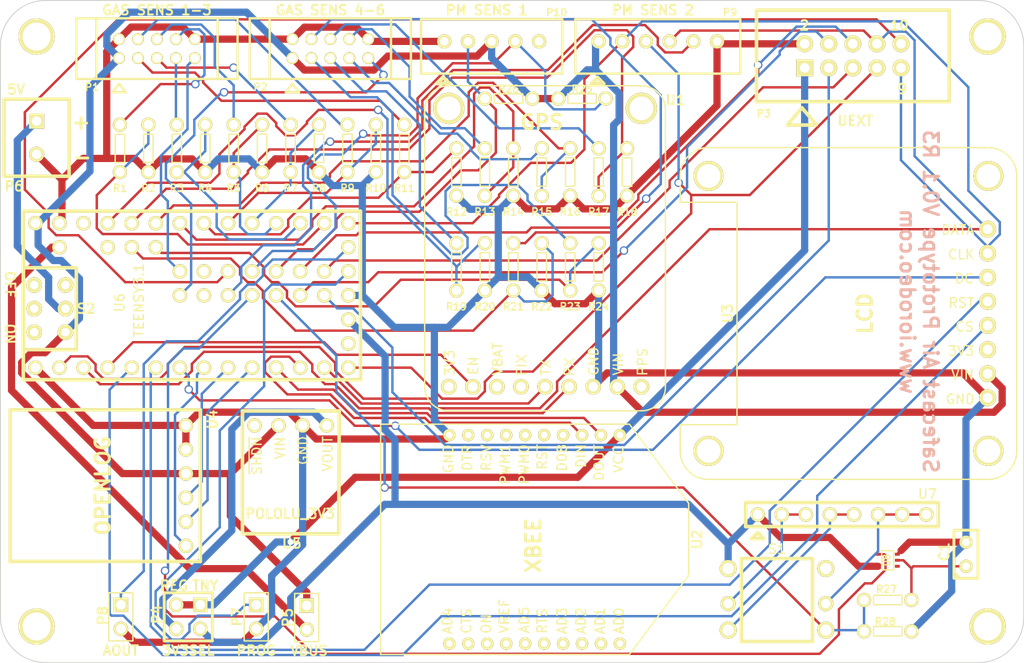
<source format=kicad_pcb>
(kicad_pcb (version 3) (host pcbnew "(2013-jul-07)-stable")

  (general
    (links 137)
    (no_connects 0)
    (area 25.349999 25.349999 133.400001 95.300001)
    (thickness 1.6)
    (drawings 25)
    (tracks 772)
    (zones 0)
    (modules 53)
    (nets 65)
  )

  (page A3)
  (layers
    (15 F.Cu signal)
    (0 B.Cu signal)
    (16 B.Adhes user)
    (17 F.Adhes user)
    (18 B.Paste user)
    (19 F.Paste user)
    (20 B.SilkS user)
    (21 F.SilkS user)
    (22 B.Mask user)
    (23 F.Mask user)
    (24 Dwgs.User user)
    (25 Cmts.User user)
    (26 Eco1.User user)
    (27 Eco2.User user)
    (28 Edge.Cuts user)
  )

  (setup
    (last_trace_width 0.254)
    (trace_clearance 0.254)
    (zone_clearance 0.508)
    (zone_45_only no)
    (trace_min 0.254)
    (segment_width 0.2)
    (edge_width 0.1)
    (via_size 0.889)
    (via_drill 0.635)
    (via_min_size 0.889)
    (via_min_drill 0.508)
    (uvia_size 0.508)
    (uvia_drill 0.127)
    (uvias_allowed no)
    (uvia_min_size 0.508)
    (uvia_min_drill 0.127)
    (pcb_text_width 0.2032)
    (pcb_text_size 1.016 1.016)
    (mod_edge_width 0.381)
    (mod_text_size 1 1)
    (mod_text_width 0.15)
    (pad_size 3.81 3.81)
    (pad_drill 2.9464)
    (pad_to_mask_clearance 0)
    (aux_axis_origin 0 0)
    (visible_elements FFFFFFBF)
    (pcbplotparams
      (layerselection 284196865)
      (usegerberextensions true)
      (excludeedgelayer true)
      (linewidth 0.150000)
      (plotframeref false)
      (viasonmask false)
      (mode 1)
      (useauxorigin false)
      (hpglpennumber 1)
      (hpglpenspeed 20)
      (hpglpendiameter 15)
      (hpglpenoverlay 2)
      (psnegative false)
      (psa4output false)
      (plotreference true)
      (plotvalue true)
      (plotothertext true)
      (plotinvisibletext false)
      (padsonsilk false)
      (subtractmaskfromsilk false)
      (outputformat 1)
      (mirror false)
      (drillshape 0)
      (scaleselection 1)
      (outputdirectory gerber_v0p1_r3/))
  )

  (net 0 "")
  (net 1 /3V3)
  (net 2 /3V3_REG)
  (net 3 /3V3_TNSY)
  (net 4 /5V)
  (net 5 /A14,DAC)
  (net 6 /AUX1)
  (net 7 /AUX1_DIV)
  (net 8 /AUX2)
  (net 9 /AUX2_DIV)
  (net 10 /AUX3)
  (net 11 /AUX3_DIV)
  (net 12 /AUX4)
  (net 13 /AUX4_DIV)
  (net 14 /AUX5)
  (net 15 /AUX5_DIV)
  (net 16 /AUX6)
  (net 17 /AUX6_DIV)
  (net 18 /GPS_EN)
  (net 19 /GPS_RX)
  (net 20 /GPS_TX)
  (net 21 /JOY_B)
  (net 22 /JOY_C)
  (net 23 /JOY_CENT)
  (net 24 /JOY_COMM)
  (net 25 /JOY_D)
  (net 26 /LCD_CS)
  (net 27 /LCD_DC)
  (net 28 /LCD_RST)
  (net 29 /LOG_GRN)
  (net 30 /LOG_RXI)
  (net 31 /LOG_TXO)
  (net 32 /MISO)
  (net 33 /MOSI)
  (net 34 /PM_CS)
  (net 35 /PROG)
  (net 36 /PWM1)
  (net 37 /PWM2)
  (net 38 /SCK)
  (net 39 /SCL)
  (net 40 /SDA)
  (net 41 /TMP1)
  (net 42 /TMP2)
  (net 43 /UEXT_CS)
  (net 44 /UEXT_RX)
  (net 45 /UEXT_TX)
  (net 46 /VBUS)
  (net 47 /WRK1)
  (net 48 /WRK1_DIV)
  (net 49 /WRK2)
  (net 50 /WRK2_DIV)
  (net 51 /WRK3)
  (net 52 /WRK3_DIV)
  (net 53 /WRK4)
  (net 54 /WRK4_DIV)
  (net 55 /WRK5)
  (net 56 /WRK5_DIV)
  (net 57 /WRK6)
  (net 58 /WRK6_DIV)
  (net 59 /XBEE_DIN)
  (net 60 /XBEE_DOUT)
  (net 61 GND)
  (net 62 N-0000012)
  (net 63 N-000002)
  (net 64 N-0000036)

  (net_class Default "This is the default net class."
    (clearance 0.254)
    (trace_width 0.254)
    (via_dia 0.889)
    (via_drill 0.635)
    (uvia_dia 0.508)
    (uvia_drill 0.127)
    (add_net "")
    (add_net /A14,DAC)
    (add_net /AUX1)
    (add_net /AUX1_DIV)
    (add_net /AUX2)
    (add_net /AUX2_DIV)
    (add_net /AUX3)
    (add_net /AUX3_DIV)
    (add_net /AUX4)
    (add_net /AUX4_DIV)
    (add_net /AUX5)
    (add_net /AUX5_DIV)
    (add_net /AUX6)
    (add_net /AUX6_DIV)
    (add_net /GPS_EN)
    (add_net /GPS_RX)
    (add_net /GPS_TX)
    (add_net /JOY_B)
    (add_net /JOY_C)
    (add_net /JOY_CENT)
    (add_net /JOY_COMM)
    (add_net /JOY_D)
    (add_net /LCD_CS)
    (add_net /LCD_DC)
    (add_net /LCD_RST)
    (add_net /LOG_GRN)
    (add_net /LOG_RXI)
    (add_net /LOG_TXO)
    (add_net /MISO)
    (add_net /MOSI)
    (add_net /PM_CS)
    (add_net /PROG)
    (add_net /PWM1)
    (add_net /PWM2)
    (add_net /SCK)
    (add_net /SCL)
    (add_net /SDA)
    (add_net /TMP1)
    (add_net /TMP2)
    (add_net /UEXT_CS)
    (add_net /UEXT_RX)
    (add_net /UEXT_TX)
    (add_net /WRK1)
    (add_net /WRK1_DIV)
    (add_net /WRK2)
    (add_net /WRK2_DIV)
    (add_net /WRK3)
    (add_net /WRK3_DIV)
    (add_net /WRK4)
    (add_net /WRK4_DIV)
    (add_net /WRK5)
    (add_net /WRK5_DIV)
    (add_net /WRK6)
    (add_net /WRK6_DIV)
    (add_net /XBEE_DIN)
    (add_net /XBEE_DOUT)
    (add_net N-0000012)
    (add_net N-0000036)
  )

  (net_class Pwr ""
    (clearance 0.254)
    (trace_width 0.762)
    (via_dia 0.889)
    (via_drill 0.635)
    (uvia_dia 0.508)
    (uvia_drill 0.127)
    (add_net /3V3)
    (add_net /3V3_REG)
    (add_net /3V3_TNSY)
    (add_net /5V)
    (add_net /VBUS)
    (add_net GND)
    (add_net N-000002)
  )

  (module XBEE (layer F.Cu) (tedit 54739F33) (tstamp 54ECFCF2)
    (at 81.75 82.25 270)
    (path /54598AE0)
    (fp_text reference U2 (at 0 -17.145 270) (layer F.SilkS)
      (effects (font (size 1.016 1.016) (thickness 0.2032)))
    )
    (fp_text value XBEE (at 0.635 0.127 270) (layer F.SilkS)
      (effects (font (size 1.524 1.524) (thickness 0.3048)))
    )
    (fp_text user AD4 (at 8.6 9.2 270) (layer F.SilkS)
      (effects (font (size 1 1) (thickness 0.15)))
    )
    (fp_text user CTS (at 8.6 7.2 270) (layer F.SilkS)
      (effects (font (size 1 1) (thickness 0.15)))
    )
    (fp_text user ON (at 8.9 5.1 270) (layer F.SilkS)
      (effects (font (size 1 1) (thickness 0.15)))
    )
    (fp_text user VREF (at 8.1 3.2 270) (layer F.SilkS)
      (effects (font (size 1 1) (thickness 0.15)))
    )
    (fp_text user AD5 (at 8.5 1.1 270) (layer F.SilkS)
      (effects (font (size 1 1) (thickness 0.15)))
    )
    (fp_text user RTS (at 8.6 -0.8 270) (layer F.SilkS)
      (effects (font (size 1 1) (thickness 0.15)))
    )
    (fp_text user AD3 (at 8.6 -2.9 270) (layer F.SilkS)
      (effects (font (size 1 1) (thickness 0.15)))
    )
    (fp_text user AD2 (at 8.6 -4.9 270) (layer F.SilkS)
      (effects (font (size 1 1) (thickness 0.15)))
    )
    (fp_text user AD1 (at 8.6 -6.9 270) (layer F.SilkS)
      (effects (font (size 1 1) (thickness 0.15)))
    )
    (fp_text user AD0 (at 8.6 -8.9 270) (layer F.SilkS)
      (effects (font (size 1 1) (thickness 0.15)))
    )
    (fp_text user GND (at -8.5 9.1 270) (layer F.SilkS)
      (effects (font (size 1 1) (thickness 0.15)))
    )
    (fp_text user DTR (at -8.6 7.1 270) (layer F.SilkS)
      (effects (font (size 1 1) (thickness 0.15)))
    )
    (fp_text user RSV (at -8.6 5.1 270) (layer F.SilkS)
      (effects (font (size 1 1) (thickness 0.15)))
    )
    (fp_text user PWM1 (at -7.9 3.1 270) (layer F.SilkS)
      (effects (font (size 1 1) (thickness 0.15)))
    )
    (fp_text user PWM0 (at -7.9 1.1 270) (layer F.SilkS)
      (effects (font (size 1 1) (thickness 0.15)))
    )
    (fp_text user RST (at -8.7 -0.8 270) (layer F.SilkS)
      (effects (font (size 1 1) (thickness 0.15)))
    )
    (fp_text user D08 (at -8.6 -2.9 270) (layer F.SilkS)
      (effects (font (size 1 1) (thickness 0.15)))
    )
    (fp_text user DIN (at -8.8 -4.9 270) (layer F.SilkS)
      (effects (font (size 1 1) (thickness 0.15)))
    )
    (fp_text user DOUT (at -8.1 -6.8 270) (layer F.SilkS)
      (effects (font (size 1 1) (thickness 0.15)))
    )
    (fp_text user VCC (at -8.45 -8.85 270) (layer F.SilkS)
      (effects (font (size 1 1) (thickness 0.15)))
    )
    (fp_line (start 3.8 -16.25) (end 12.15 -10) (layer F.SilkS) (width 0.15))
    (fp_line (start -12.15 -10) (end -3.8 -16.25) (layer F.SilkS) (width 0.15))
    (fp_line (start -3.8 -16.25) (end 3.8 -16.25) (layer F.SilkS) (width 0.15))
    (fp_line (start -12.15 16.25) (end -12.15 -10) (layer F.SilkS) (width 0.15))
    (fp_line (start -12.15 16.25) (end 12.15 16.25) (layer F.SilkS) (width 0.15))
    (fp_line (start 12.15 16.25) (end 12.15 -10) (layer F.SilkS) (width 0.15))
    (pad 1 thru_hole circle (at -11 -9 270) (size 1.3 1.3) (drill 0.7)
      (layers *.Cu *.Mask F.SilkS)
      (net 1 /3V3)
    )
    (pad 2 thru_hole circle (at -11 -7 270) (size 1.3 1.3) (drill 0.7)
      (layers *.Cu *.Mask F.SilkS)
      (net 60 /XBEE_DOUT)
    )
    (pad 3 thru_hole circle (at -11 -5 270) (size 1.3 1.3) (drill 0.7)
      (layers *.Cu *.Mask F.SilkS)
      (net 59 /XBEE_DIN)
    )
    (pad 4 thru_hole circle (at -11 -3 270) (size 1.3 1.3) (drill 0.7)
      (layers *.Cu *.Mask F.SilkS)
    )
    (pad 5 thru_hole circle (at -11 -1 270) (size 1.3 1.3) (drill 0.7)
      (layers *.Cu *.Mask F.SilkS)
    )
    (pad 6 thru_hole circle (at -11 1 270) (size 1.3 1.3) (drill 0.7)
      (layers *.Cu *.Mask F.SilkS)
    )
    (pad 7 thru_hole circle (at -11 3 270) (size 1.3 1.3) (drill 0.7)
      (layers *.Cu *.Mask F.SilkS)
    )
    (pad 8 thru_hole circle (at -11 5 270) (size 1.3 1.3) (drill 0.7)
      (layers *.Cu *.Mask F.SilkS)
    )
    (pad 9 thru_hole circle (at -11 7 270) (size 1.3 1.3) (drill 0.7)
      (layers *.Cu *.Mask F.SilkS)
    )
    (pad 10 thru_hole circle (at -11 9 270) (size 1.3 1.3) (drill 0.7)
      (layers *.Cu *.Mask F.SilkS)
      (net 61 GND)
    )
    (pad 11 thru_hole circle (at 11 9 270) (size 1.3 1.3) (drill 0.7)
      (layers *.Cu *.Mask F.SilkS)
    )
    (pad 12 thru_hole circle (at 11 7 270) (size 1.3 1.3) (drill 0.7)
      (layers *.Cu *.Mask F.SilkS)
    )
    (pad 13 thru_hole circle (at 11 5 270) (size 1.3 1.3) (drill 0.7)
      (layers *.Cu *.Mask F.SilkS)
    )
    (pad 14 thru_hole circle (at 11 3 270) (size 1.3 1.3) (drill 0.7)
      (layers *.Cu *.Mask F.SilkS)
    )
    (pad 15 thru_hole circle (at 11 1 270) (size 1.3 1.3) (drill 0.7)
      (layers *.Cu *.Mask F.SilkS)
    )
    (pad 16 thru_hole circle (at 11 -1 270) (size 1.3 1.3) (drill 0.7)
      (layers *.Cu *.Mask F.SilkS)
    )
    (pad 17 thru_hole circle (at 11 -3 270) (size 1.3 1.3) (drill 0.7)
      (layers *.Cu *.Mask F.SilkS)
    )
    (pad 18 thru_hole circle (at 11 -5 270) (size 1.3 1.3) (drill 0.7)
      (layers *.Cu *.Mask F.SilkS)
    )
    (pad 19 thru_hole circle (at 11 -7 270) (size 1.3 1.3) (drill 0.7)
      (layers *.Cu *.Mask F.SilkS)
    )
    (pad 20 thru_hole circle (at 11 -9 270) (size 1.3 1.3) (drill 0.7)
      (layers *.Cu *.Mask F.SilkS)
    )
  )

  (module POLOLU_3V3 (layer F.Cu) (tedit 54739F83) (tstamp 54ECFD45)
    (at 56.007 70.231)
    (path /54691FDF)
    (fp_text reference U5 (at 0.127 12.446) (layer F.SilkS)
      (effects (font (size 1.016 1.016) (thickness 0.2032)))
    )
    (fp_text value POLOLU_3V3 (at -0.0508 9.3218) (layer F.SilkS)
      (effects (font (size 1.016 1.016) (thickness 0.2032)))
    )
    (fp_text user VOUT (at 3.9116 2.9972 90) (layer F.SilkS)
      (effects (font (size 1 1) (thickness 0.15)))
    )
    (fp_text user GND (at 1.3208 2.6416 90) (layer F.SilkS)
      (effects (font (size 1 1) (thickness 0.15)))
    )
    (fp_text user VIN (at -1.1176 2.3876 90) (layer F.SilkS)
      (effects (font (size 1 1) (thickness 0.15)))
    )
    (fp_text user ~SHDN (at -3.556 3.2004 90) (layer F.SilkS)
      (effects (font (size 1 1) (thickness 0.15)))
    )
    (fp_line (start -5.08 -1.524) (end -5.08 11.43) (layer F.SilkS) (width 0.381))
    (fp_line (start 5.1308 -1.524) (end 5.08 11.43) (layer F.SilkS) (width 0.381))
    (fp_line (start -5.08 -1.524) (end 5.08 -1.524) (layer F.SilkS) (width 0.381))
    (fp_line (start -5.08 11.43) (end 5.08 11.43) (layer F.SilkS) (width 0.381))
    (pad 1 thru_hole circle (at -3.81 0) (size 1.524 1.524) (drill 1.016)
      (layers *.Cu *.Mask F.SilkS)
    )
    (pad 2 thru_hole circle (at -1.27 0) (size 1.524 1.524) (drill 1.016)
      (layers *.Cu *.Mask F.SilkS)
      (net 4 /5V)
    )
    (pad 3 thru_hole circle (at 1.27 0) (size 1.524 1.524) (drill 1.016)
      (layers *.Cu *.Mask F.SilkS)
      (net 61 GND)
    )
    (pad 4 thru_hole circle (at 3.81 0) (size 1.524 1.524) (drill 1.016)
      (layers *.Cu *.Mask F.SilkS)
      (net 2 /3V3_REG)
    )
  )

  (module PIN_ARRAY_2X2 (layer F.Cu) (tedit 54ED371A) (tstamp 546A900B)
    (at 45.212 90.424 180)
    (descr "Double rangee de contacts 2 x 2 pins")
    (tags CONN)
    (path /54598C0D)
    (fp_text reference P4 (at 3.302 0.254 270) (layer F.SilkS)
      (effects (font (size 1.016 1.016) (thickness 0.2032)))
    )
    (fp_text value CONN_2X2 (at 0 3.048 180) (layer F.SilkS) hide
      (effects (font (size 1.016 1.016) (thickness 0.2032)))
    )
    (fp_line (start -2.54 -2.54) (end 2.54 -2.54) (layer F.SilkS) (width 0.3048))
    (fp_line (start 2.54 -2.54) (end 2.54 2.54) (layer F.SilkS) (width 0.3048))
    (fp_line (start 2.54 2.54) (end -2.54 2.54) (layer F.SilkS) (width 0.3048))
    (fp_line (start -2.54 2.54) (end -2.54 -2.54) (layer F.SilkS) (width 0.3048))
    (pad 1 thru_hole rect (at -1.27 1.27 180) (size 1.524 1.524) (drill 1.016)
      (layers *.Cu *.Mask F.SilkS)
      (net 1 /3V3)
    )
    (pad 2 thru_hole circle (at -1.27 -1.27 180) (size 1.524 1.524) (drill 1.016)
      (layers *.Cu *.Mask F.SilkS)
      (net 3 /3V3_TNSY)
    )
    (pad 3 thru_hole circle (at 1.27 1.27 180) (size 1.524 1.524) (drill 1.016)
      (layers *.Cu *.Mask F.SilkS)
      (net 1 /3V3)
    )
    (pad 4 thru_hole circle (at 1.27 -1.27 180) (size 1.524 1.524) (drill 1.016)
      (layers *.Cu *.Mask F.SilkS)
      (net 2 /3V3_REG)
    )
    (model pin_array/pins_array_2x2.wrl
      (at (xyz 0 0 0))
      (scale (xyz 1 1 1))
      (rotate (xyz 0 0 0))
    )
  )

  (module PIN_ARRAY_2X1 (layer F.Cu) (tedit 54ED3882) (tstamp 546A9015)
    (at 52.376 90.424 270)
    (descr "Connecteurs 2 pins")
    (tags "CONN DEV")
    (path /5459653D)
    (fp_text reference P7 (at 0 2.032 270) (layer F.SilkS)
      (effects (font (size 1.016 1.016) (thickness 0.2032)))
    )
    (fp_text value CONN_2 (at 0 -1.905 270) (layer F.SilkS) hide
      (effects (font (size 0.762 0.762) (thickness 0.1524)))
    )
    (fp_line (start -2.54 1.27) (end -2.54 -1.27) (layer F.SilkS) (width 0.1524))
    (fp_line (start -2.54 -1.27) (end 2.54 -1.27) (layer F.SilkS) (width 0.1524))
    (fp_line (start 2.54 -1.27) (end 2.54 1.27) (layer F.SilkS) (width 0.1524))
    (fp_line (start 2.54 1.27) (end -2.54 1.27) (layer F.SilkS) (width 0.1524))
    (pad 1 thru_hole rect (at -1.27 0 270) (size 1.524 1.524) (drill 1.016)
      (layers *.Cu *.Mask F.SilkS)
      (net 35 /PROG)
    )
    (pad 2 thru_hole circle (at 1.27 0 270) (size 1.524 1.524) (drill 1.016)
      (layers *.Cu *.Mask F.SilkS)
      (net 61 GND)
    )
    (model pin_array/pins_array_2x1.wrl
      (at (xyz 0 0 0))
      (scale (xyz 1 1 1))
      (rotate (xyz 0 0 0))
    )
  )

  (module PIN_ARRAY_2X1 (layer F.Cu) (tedit 553EF65C) (tstamp 546A901F)
    (at 57.706 90.5 270)
    (descr "Connecteurs 2 pins")
    (tags "CONN DEV")
    (path /54598B6C)
    (fp_text reference P5 (at 0 2 270) (layer F.SilkS)
      (effects (font (size 1.016 1.016) (thickness 0.2032)))
    )
    (fp_text value CONN_2 (at 0 -1.905 270) (layer F.SilkS) hide
      (effects (font (size 0.762 0.762) (thickness 0.1524)))
    )
    (fp_line (start -2.54 1.27) (end -2.54 -1.27) (layer F.SilkS) (width 0.1524))
    (fp_line (start -2.54 -1.27) (end 2.54 -1.27) (layer F.SilkS) (width 0.1524))
    (fp_line (start 2.54 -1.27) (end 2.54 1.27) (layer F.SilkS) (width 0.1524))
    (fp_line (start 2.54 1.27) (end -2.54 1.27) (layer F.SilkS) (width 0.1524))
    (pad 1 thru_hole rect (at -1.27 0 270) (size 1.524 1.524) (drill 1.016)
      (layers *.Cu *.Mask F.SilkS)
      (net 4 /5V)
    )
    (pad 2 thru_hole circle (at 1.27 0 270) (size 1.524 1.524) (drill 1.016)
      (layers *.Cu *.Mask F.SilkS)
      (net 46 /VBUS)
    )
    (model pin_array/pins_array_2x1.wrl
      (at (xyz 0 0 0))
      (scale (xyz 1 1 1))
      (rotate (xyz 0 0 0))
    )
  )

  (module OPENLOG (layer F.Cu) (tedit 54ED36BF) (tstamp 546A9038)
    (at 44.958 76.581 270)
    (path /546A4514)
    (fp_text reference U4 (at -6.985 -2.794 270) (layer F.SilkS)
      (effects (font (size 1.016 1.016) (thickness 0.2032)))
    )
    (fp_text value OPENLOG (at 0 8.763 270) (layer F.SilkS)
      (effects (font (size 1.524 1.524) (thickness 0.3048)))
    )
    (fp_line (start -8.001 -1.524) (end 8.001 -1.524) (layer F.SilkS) (width 0.381))
    (fp_line (start -8.001 18.542) (end 8.001 18.542) (layer F.SilkS) (width 0.381))
    (fp_line (start 8.001 -1.524) (end 8.001 18.415) (layer F.SilkS) (width 0.381))
    (fp_line (start 8.001 18.415) (end 8.001 18.542) (layer F.SilkS) (width 0.381))
    (fp_line (start -8.001 -1.524) (end -8.001 18.542) (layer F.SilkS) (width 0.381))
    (pad 1 thru_hole circle (at -6.35 0 270) (size 1.524 1.524) (drill 1.016)
      (layers *.Cu *.Mask F.SilkS)
      (net 61 GND)
    )
    (pad 2 thru_hole circle (at -3.81 0 270) (size 1.524 1.524) (drill 1.016)
      (layers *.Cu *.Mask F.SilkS)
      (net 61 GND)
    )
    (pad 3 thru_hole circle (at -1.27 0 270) (size 1.524 1.524) (drill 1.016)
      (layers *.Cu *.Mask F.SilkS)
      (net 4 /5V)
    )
    (pad 4 thru_hole circle (at 1.27 0 270) (size 1.524 1.524) (drill 1.016)
      (layers *.Cu *.Mask F.SilkS)
      (net 31 /LOG_TXO)
    )
    (pad 5 thru_hole circle (at 3.81 0 270) (size 1.524 1.524) (drill 1.016)
      (layers *.Cu *.Mask F.SilkS)
      (net 30 /LOG_RXI)
    )
    (pad 6 thru_hole circle (at 6.35 0 270) (size 1.524 1.524) (drill 1.016)
      (layers *.Cu *.Mask F.SilkS)
      (net 29 /LOG_GRN)
    )
  )

  (module JOY_NAV (layer F.Cu) (tedit 546A9520) (tstamp 546A9046)
    (at 107.315 89.027)
    (path /545AC9E5)
    (fp_text reference S1 (at 0 -5.75) (layer F.SilkS)
      (effects (font (size 1 1) (thickness 0.15)))
    )
    (fp_text value JOYSWITCH (at 0 5) (layer F.SilkS) hide
      (effects (font (size 1 1) (thickness 0.15)))
    )
    (fp_line (start 3.75 4) (end 3.75 -4.75) (layer F.SilkS) (width 0.381))
    (fp_line (start -3.75 -4.75) (end -3.75 4) (layer F.SilkS) (width 0.381))
    (fp_line (start -3.75 4) (end 3.75 4) (layer F.SilkS) (width 0.381))
    (fp_line (start -3.75 -4.75) (end 3.75 -4.75) (layer F.SilkS) (width 0.381))
    (pad 2 thru_hole circle (at -5.15 0) (size 1.6 1.6) (drill 1)
      (layers *.Cu *.Mask F.SilkS)
      (net 21 /JOY_B)
    )
    (pad 5 thru_hole circle (at 5.15 0) (size 1.6 1.6) (drill 1)
      (layers *.Cu *.Mask F.SilkS)
      (net 25 /JOY_D)
    )
    (pad 1 thru_hole circle (at -5.15 -3.7) (size 1.8 1.8) (drill 1.2)
      (layers *.Cu *.Mask F.SilkS)
      (net 3 /3V3_TNSY)
    )
    (pad 3 thru_hole circle (at -5.14 2.8) (size 1.8 1.8) (drill 1.2)
      (layers *.Cu *.Mask F.SilkS)
      (net 22 /JOY_C)
    )
    (pad 6 thru_hole circle (at 5.15 -3.7) (size 1.8 1.8) (drill 1.2)
      (layers *.Cu *.Mask F.SilkS)
      (net 23 /JOY_CENT)
    )
    (pad 4 thru_hole circle (at 5.15 2.8) (size 1.8 1.8) (drill 1.2)
      (layers *.Cu *.Mask F.SilkS)
      (net 24 /JOY_COMM)
    )
  )

  (module CK_DPDT (layer F.Cu) (tedit 54739F1D) (tstamp 54ECFD92)
    (at 30.607 57.912 180)
    (path /54695057)
    (fp_text reference S2 (at -3.81 0 180) (layer F.SilkS)
      (effects (font (size 1.016 1.016) (thickness 0.2032)))
    )
    (fp_text value DPDT (at 0.254 5.334 180) (layer F.SilkS) hide
      (effects (font (size 1 1) (thickness 0.15)))
    )
    (fp_line (start 0 -4.318) (end -2.794 -4.318) (layer F.SilkS) (width 0.381))
    (fp_line (start -2.794 -4.318) (end -2.794 4.318) (layer F.SilkS) (width 0.381))
    (fp_line (start -2.794 4.318) (end 2.794 4.318) (layer F.SilkS) (width 0.381))
    (fp_line (start 2.794 4.318) (end 2.794 -4.318) (layer F.SilkS) (width 0.381))
    (fp_line (start 2.794 -4.318) (end 0 -4.318) (layer F.SilkS) (width 0.381))
    (pad 1 thru_hole circle (at -1.651 -2.4892 180) (size 1.651 1.651) (drill 0.889)
      (layers *.Cu *.Mask F.SilkS)
      (net 4 /5V)
    )
    (pad 2 thru_hole circle (at -1.651 0 180) (size 1.651 1.651) (drill 0.889)
      (layers *.Cu *.Mask F.SilkS)
      (net 63 N-000002)
    )
    (pad 3 thru_hole circle (at -1.651 2.4892 180) (size 1.651 1.651) (drill 0.889)
      (layers *.Cu *.Mask F.SilkS)
    )
    (pad 4 thru_hole circle (at 1.651 2.4892 180) (size 1.651 1.651) (drill 0.889)
      (layers *.Cu *.Mask F.SilkS)
    )
    (pad 5 thru_hole circle (at 1.651 0 180) (size 1.651 1.651) (drill 0.889)
      (layers *.Cu *.Mask F.SilkS)
    )
    (pad 6 thru_hole circle (at 1.651 -2.4892 180) (size 1.651 1.651) (drill 0.889)
      (layers *.Cu *.Mask F.SilkS)
    )
  )

  (module ADAFRUIT_UGPS (layer F.Cu) (tedit 553FCF42) (tstamp 54ECFD13)
    (at 82.85 66.15)
    (path /5450424F)
    (fp_text reference U1 (at 13.75 -30.25) (layer F.SilkS)
      (effects (font (size 1.016 1.016) (thickness 0.2032)))
    )
    (fp_text value GPS (at -0.35 -27.9) (layer F.SilkS)
      (effects (font (size 1.524 1.524) (thickness 0.3048)))
    )
    (fp_text user PPS (at 10.287 -2.6162 90) (layer F.SilkS)
      (effects (font (size 1 1) (thickness 0.15)))
    )
    (fp_text user VIN (at 7.7216 -2.3876 90) (layer F.SilkS)
      (effects (font (size 1 1) (thickness 0.15)))
    )
    (fp_text user GND (at 5.1308 -2.6924 90) (layer F.SilkS)
      (effects (font (size 1 1) (thickness 0.15)))
    )
    (fp_text user RX (at 2.5654 -2.0828 90) (layer F.SilkS)
      (effects (font (size 1 1) (thickness 0.15)))
    )
    (fp_text user TX (at 0.0762 -2.032 90) (layer F.SilkS)
      (effects (font (size 1 1) (thickness 0.15)))
    )
    (fp_text user FIX (at -2.4638 -2.286 90) (layer F.SilkS)
      (effects (font (size 1 1) (thickness 0.15)))
    )
    (fp_text user VBAT (at -5.0038 -2.9464 90) (layer F.SilkS)
      (effects (font (size 1 1) (thickness 0.15)))
    )
    (fp_text user EN (at -7.5692 -2.2098 90) (layer F.SilkS)
      (effects (font (size 1 1) (thickness 0.15)))
    )
    (fp_text user 3V3 (at -10.0584 -2.5146 90) (layer F.SilkS)
      (effects (font (size 1 1) (thickness 0.15)))
    )
    (fp_arc (start 10.16 0) (end 12.7 0) (angle 90) (layer F.SilkS) (width 0.15))
    (fp_arc (start -10.16 0) (end -10.16 2.54) (angle 90) (layer F.SilkS) (width 0.15))
    (fp_arc (start 10.16 -29.21) (end 10.16 -31.75) (angle 90) (layer F.SilkS) (width 0.15))
    (fp_arc (start -10.16 -29.21) (end -12.7 -29.21) (angle 90) (layer F.SilkS) (width 0.15))
    (fp_line (start -10.16 2.54) (end 10.16 2.54) (layer F.SilkS) (width 0.15))
    (fp_line (start -10.16 -31.75) (end 10.16 -31.75) (layer F.SilkS) (width 0.15))
    (fp_line (start 12.7 -29.21) (end 12.7 0) (layer F.SilkS) (width 0.15))
    (fp_line (start -12.7 -29.21) (end -12.7 0) (layer F.SilkS) (width 0.15))
    (pad 1 thru_hole circle (at -10.16 0) (size 1.651 1.651) (drill 1.016)
      (layers *.Cu *.Mask F.SilkS)
    )
    (pad 2 thru_hole circle (at -7.62 0) (size 1.651 1.651) (drill 1.016)
      (layers *.Cu *.Mask F.SilkS)
      (net 18 /GPS_EN)
    )
    (pad 3 thru_hole circle (at -5.08 0) (size 1.651 1.651) (drill 1.016)
      (layers *.Cu *.Mask F.SilkS)
    )
    (pad 4 thru_hole circle (at -2.54 0) (size 1.651 1.651) (drill 1.016)
      (layers *.Cu *.Mask F.SilkS)
    )
    (pad 5 thru_hole circle (at 0 0) (size 1.651 1.651) (drill 1.016)
      (layers *.Cu *.Mask F.SilkS)
      (net 20 /GPS_TX)
    )
    (pad 6 thru_hole circle (at 2.54 0) (size 1.651 1.651) (drill 1.016)
      (layers *.Cu *.Mask F.SilkS)
      (net 19 /GPS_RX)
    )
    (pad 7 thru_hole circle (at 5.08 0) (size 1.651 1.651) (drill 1.016)
      (layers *.Cu *.Mask F.SilkS)
      (net 61 GND)
    )
    (pad 8 thru_hole circle (at 7.62 0) (size 1.651 1.651) (drill 1.016)
      (layers *.Cu *.Mask F.SilkS)
      (net 4 /5V)
    )
    (pad "" thru_hole circle (at -10.16 -29.3624) (size 3.302 3.302) (drill 2.4892)
      (layers *.Cu *.Mask F.SilkS)
    )
    (pad "" thru_hole circle (at 10.16 -29.3624) (size 3.302 3.302) (drill 2.4892)
      (layers *.Cu *.Mask F.SilkS)
    )
    (pad 9 thru_hole circle (at 10.16 0) (size 1.651 1.651) (drill 1.016)
      (layers *.Cu *.Mask F.SilkS)
    )
  )

  (module ADAFRUIT_128X64_OLED (layer F.Cu) (tedit 54739FD6) (tstamp 546A90A6)
    (at 129.54 58.42 270)
    (path /5469916D)
    (fp_text reference U3 (at 0 27.432 270) (layer F.SilkS)
      (effects (font (size 1.016 1.016) (thickness 0.2032)))
    )
    (fp_text value LCD (at 0 12.954 270) (layer F.SilkS)
      (effects (font (size 1.524 1.524) (thickness 0.3048)))
    )
    (fp_text user GND (at 9.0424 2.8956 360) (layer F.SilkS)
      (effects (font (size 1 1) (thickness 0.15)))
    )
    (fp_text user VIN (at 6.477 2.6416 360) (layer F.SilkS)
      (effects (font (size 1 1) (thickness 0.15)))
    )
    (fp_text user 3V3 (at 3.9624 2.794 360) (layer F.SilkS)
      (effects (font (size 1 1) (thickness 0.15)))
    )
    (fp_text user CS (at 1.397 2.4384 360) (layer F.SilkS)
      (effects (font (size 1 1) (thickness 0.15)))
    )
    (fp_text user RST (at -1.1176 2.7686 360) (layer F.SilkS)
      (effects (font (size 1 1) (thickness 0.15)))
    )
    (fp_text user DC (at -3.683 2.4638 360) (layer F.SilkS)
      (effects (font (size 1 1) (thickness 0.15)))
    )
    (fp_text user CLK (at -6.223 2.794 360) (layer F.SilkS)
      (effects (font (size 1 1) (thickness 0.15)))
    )
    (fp_text user DATA (at -8.8138 3.1496 360) (layer F.SilkS)
      (effects (font (size 1 1) (thickness 0.15)))
    )
    (fp_line (start -11.7348 26.4414) (end 11.7348 26.4414) (layer F.SilkS) (width 0.15))
    (fp_line (start 11.7348 32.4358) (end 11.7348 26.4414) (layer F.SilkS) (width 0.15))
    (fp_line (start -11.7348 32.4358) (end -11.7348 26.4414) (layer F.SilkS) (width 0.15))
    (fp_arc (start -14.5034 29.4386) (end -14.5034 32.4358) (angle 90) (layer F.SilkS) (width 0.15))
    (fp_arc (start 14.5034 29.4386) (end 17.5006 29.4386) (angle 90) (layer F.SilkS) (width 0.15))
    (fp_line (start 14.5034 32.4358) (end 11.7348 32.4358) (layer F.SilkS) (width 0.15))
    (fp_line (start -14.5034 32.4358) (end -11.7348 32.4358) (layer F.SilkS) (width 0.15))
    (fp_arc (start 14.5034 -0.0762) (end 14.5034 -3.0734) (angle 90) (layer F.SilkS) (width 0.15))
    (fp_arc (start -14.5034 -0.0762) (end -17.5006 -0.0762) (angle 90) (layer F.SilkS) (width 0.15))
    (fp_line (start -14.5034 -3.0734) (end 14.5034 -3.0734) (layer F.SilkS) (width 0.15))
    (fp_line (start 17.5006 -0.0762) (end 17.5006 29.4386) (layer F.SilkS) (width 0.15))
    (fp_line (start -17.5006 -0.0762) (end -17.5006 29.4386) (layer F.SilkS) (width 0.15))
    (pad 1 thru_hole circle (at -8.89 0 270) (size 1.778 1.778) (drill 1.016)
      (layers *.Cu *.Mask F.SilkS)
      (net 33 /MOSI)
    )
    (pad 2 thru_hole circle (at -6.35 0 270) (size 1.778 1.778) (drill 1.016)
      (layers *.Cu *.Mask F.SilkS)
      (net 38 /SCK)
    )
    (pad 3 thru_hole circle (at -3.81 0 270) (size 1.778 1.778) (drill 1.016)
      (layers *.Cu *.Mask F.SilkS)
      (net 27 /LCD_DC)
    )
    (pad 4 thru_hole circle (at -1.27 0 270) (size 1.778 1.778) (drill 1.016)
      (layers *.Cu *.Mask F.SilkS)
      (net 28 /LCD_RST)
    )
    (pad 5 thru_hole circle (at 1.27 0 270) (size 1.778 1.778) (drill 1.016)
      (layers *.Cu *.Mask F.SilkS)
      (net 26 /LCD_CS)
    )
    (pad 6 thru_hole circle (at 3.81 0 270) (size 1.778 1.778) (drill 1.016)
      (layers *.Cu *.Mask F.SilkS)
    )
    (pad 7 thru_hole circle (at 6.35 0 270) (size 1.778 1.778) (drill 1.016)
      (layers *.Cu *.Mask F.SilkS)
      (net 4 /5V)
    )
    (pad 8 thru_hole circle (at 8.89 0 270) (size 1.778 1.778) (drill 1.016)
      (layers *.Cu *.Mask F.SilkS)
      (net 61 GND)
    )
    (pad "" thru_hole circle (at -14.5034 -0.0762 270) (size 3.175 3.175) (drill 2.4892)
      (layers *.Cu *.Mask F.SilkS)
    )
    (pad "" thru_hole circle (at 14.5034 -0.0762 270) (size 3.175 3.175) (drill 2.4892)
      (layers *.Cu *.Mask F.SilkS)
    )
    (pad "" thru_hole circle (at -14.5034 29.4386 270) (size 3.175 3.175) (drill 2.4892)
      (layers *.Cu *.Mask F.SilkS)
    )
    (pad "" thru_hole circle (at 14.5034 29.4386 270) (size 3.175 3.175) (drill 2.4892)
      (layers *.Cu *.Mask F.SilkS)
    )
  )

  (module SCREWTERM_2X (layer F.Cu) (tedit 54739D08) (tstamp 546A9A14)
    (at 29.21 39.878 270)
    (path /5450491C)
    (fp_text reference P6 (at 5.1308 2.3876 360) (layer F.SilkS)
      (effects (font (size 1.016 1.016) (thickness 0.2032)))
    )
    (fp_text value CONN_2 (at 0 -4.5 270) (layer F.SilkS) hide
      (effects (font (size 1.524 1.524) (thickness 0.3048)))
    )
    (fp_line (start -4.064 -3.429) (end -4.064 3.429) (layer F.SilkS) (width 0.381))
    (fp_line (start -4.064 3.429) (end 4.064 3.429) (layer F.SilkS) (width 0.381))
    (fp_line (start 4.064 3.429) (end 4.064 -3.429) (layer F.SilkS) (width 0.381))
    (fp_line (start 4.064 -3.429) (end -4.064 -3.429) (layer F.SilkS) (width 0.381))
    (pad 1 thru_hole rect (at -1.75006 0 270) (size 1.6002 1.6002) (drill 1.00076)
      (layers *.Cu *.Mask F.SilkS)
      (net 63 N-000002)
    )
    (pad 2 thru_hole circle (at 1.75006 0 270) (size 1.6002 1.6002) (drill 1.00076)
      (layers *.Cu *.Mask F.SilkS)
      (net 61 GND)
    )
  )

  (module PIN_ARRAY_2X1 (layer F.Cu) (tedit 54ED3746) (tstamp 54ECF99D)
    (at 38.1 90.424 270)
    (descr "Connecteurs 2 pins")
    (tags "CONN DEV")
    (path /54ECFDF3)
    (fp_text reference P8 (at -0.127 1.905 270) (layer F.SilkS)
      (effects (font (size 1.016 1.016) (thickness 0.2032)))
    )
    (fp_text value CONN_2 (at 0 -1.905 270) (layer F.SilkS) hide
      (effects (font (size 0.762 0.762) (thickness 0.1524)))
    )
    (fp_line (start -2.54 1.27) (end -2.54 -1.27) (layer F.SilkS) (width 0.1524))
    (fp_line (start -2.54 -1.27) (end 2.54 -1.27) (layer F.SilkS) (width 0.1524))
    (fp_line (start 2.54 -1.27) (end 2.54 1.27) (layer F.SilkS) (width 0.1524))
    (fp_line (start 2.54 1.27) (end -2.54 1.27) (layer F.SilkS) (width 0.1524))
    (pad 1 thru_hole rect (at -1.27 0 270) (size 1.524 1.524) (drill 1.016)
      (layers *.Cu *.Mask F.SilkS)
      (net 5 /A14,DAC)
    )
    (pad 2 thru_hole circle (at 1.27 0 270) (size 1.524 1.524) (drill 1.016)
      (layers *.Cu *.Mask F.SilkS)
      (net 61 GND)
    )
    (model pin_array/pins_array_2x1.wrl
      (at (xyz 0 0 0))
      (scale (xyz 1 1 1))
      (rotate (xyz 0 0 0))
    )
  )

  (module 5X2_SHRD_HEADER (layer F.Cu) (tedit 55775B53) (tstamp 54ED35E3)
    (at 115.316 31.242)
    (path /54ECF2A1)
    (fp_text reference P3 (at -9.398 6.096) (layer F.SilkS)
      (effects (font (size 0.762 0.762) (thickness 0.1524)))
    )
    (fp_text value CONN_5X2 (at 5.19938 6.2992) (layer F.SilkS) hide
      (effects (font (size 1.524 1.524) (thickness 0.3048)))
    )
    (fp_line (start -10.16 -4.826) (end 10.16 -4.826) (layer F.SilkS) (width 0.381))
    (fp_line (start 10.16 -4.826) (end 10.16 4.826) (layer F.SilkS) (width 0.381))
    (fp_line (start 10.16 4.826) (end -10.16 4.826) (layer F.SilkS) (width 0.381))
    (fp_line (start -10.16 4.826) (end -10.16 -4.826) (layer F.SilkS) (width 0.381))
    (fp_line (start -6.90118 7.29996) (end -3.8989 7.29996) (layer F.SilkS) (width 0.381))
    (fp_text user 10 (at 4.89966 -3.2004) (layer F.SilkS)
      (effects (font (size 1.016 1.016) (thickness 0.2032)))
    )
    (fp_text user 9 (at 5.19938 3.50012) (layer F.SilkS)
      (effects (font (size 1.016 1.016) (thickness 0.2032)))
    )
    (fp_text user 2 (at -5.10032 -3.2004) (layer F.SilkS)
      (effects (font (size 1.016 1.016) (thickness 0.2032)))
    )
    (fp_line (start -5.36448 5.48894) (end -6.88848 7.26694) (layer F.SilkS) (width 0.381))
    (fp_line (start -3.84048 7.2644) (end -5.36448 5.4864) (layer F.SilkS) (width 0.381))
    (pad 1 thru_hole rect (at -5.08 1.27) (size 1.778 1.778) (drill 1.016)
      (layers *.Cu *.Mask F.SilkS)
      (net 1 /3V3)
    )
    (pad 2 thru_hole circle (at -5.08 -1.27) (size 1.778 1.778) (drill 1.016)
      (layers *.Cu *.Mask F.SilkS)
      (net 61 GND)
    )
    (pad 3 thru_hole circle (at -2.54 1.27) (size 1.778 1.778) (drill 1.016)
      (layers *.Cu *.Mask F.SilkS)
      (net 45 /UEXT_TX)
    )
    (pad 4 thru_hole circle (at -2.54 -1.27) (size 1.778 1.778) (drill 1.016)
      (layers *.Cu *.Mask F.SilkS)
      (net 44 /UEXT_RX)
    )
    (pad 5 thru_hole circle (at 0 1.27) (size 1.778 1.778) (drill 1.016)
      (layers *.Cu *.Mask F.SilkS)
      (net 39 /SCL)
    )
    (pad 6 thru_hole circle (at 0 -1.27) (size 1.778 1.778) (drill 1.016)
      (layers *.Cu *.Mask F.SilkS)
      (net 40 /SDA)
    )
    (pad 7 thru_hole circle (at 2.54 1.27) (size 1.778 1.778) (drill 1.016)
      (layers *.Cu *.Mask F.SilkS)
      (net 32 /MISO)
    )
    (pad 8 thru_hole circle (at 2.54 -1.27) (size 1.778 1.778) (drill 1.016)
      (layers *.Cu *.Mask F.SilkS)
      (net 33 /MOSI)
    )
    (pad 9 thru_hole circle (at 5.08 1.27) (size 1.778 1.778) (drill 1.016)
      (layers *.Cu *.Mask F.SilkS)
      (net 38 /SCK)
    )
    (pad 10 thru_hole circle (at 5.08 -1.27) (size 1.778 1.778) (drill 1.016)
      (layers *.Cu *.Mask F.SilkS)
      (net 43 /UEXT_CS)
    )
  )

  (module TEENSY3X (layer F.Cu) (tedit 54ECFD4A) (tstamp 546A8FE1)
    (at 45.593 56.515 90)
    (path /544FEAE9)
    (fp_text reference U6 (at -0.762 -7.62 90) (layer F.SilkS)
      (effects (font (size 1 1) (thickness 0.15)))
    )
    (fp_text value TEENSY3.1 (at -0.508 -5.588 90) (layer F.SilkS)
      (effects (font (size 1 1) (thickness 0.15)))
    )
    (fp_line (start -8.89 -17.78) (end -8.89 17.78) (layer F.SilkS) (width 0.381))
    (fp_line (start -8.89 17.78) (end 8.89 17.78) (layer F.SilkS) (width 0.381))
    (fp_line (start 8.89 17.78) (end 8.89 -17.78) (layer F.SilkS) (width 0.381))
    (fp_line (start 8.89 -17.78) (end -8.89 -17.78) (layer F.SilkS) (width 0.381))
    (pad 1 thru_hole circle (at -7.62 -16.51 90) (size 1.524 1.524) (drill 1.016)
      (layers *.Cu *.Mask F.SilkS)
      (net 61 GND)
    )
    (pad 2 thru_hole circle (at -7.62 -13.97 90) (size 1.524 1.524) (drill 1.016)
      (layers *.Cu *.Mask F.SilkS)
      (net 20 /GPS_TX)
    )
    (pad 3 thru_hole circle (at -7.62 -11.43 90) (size 1.524 1.524) (drill 1.016)
      (layers *.Cu *.Mask F.SilkS)
      (net 19 /GPS_RX)
    )
    (pad 4 thru_hole circle (at -7.62 -8.89 90) (size 1.524 1.524) (drill 1.016)
      (layers *.Cu *.Mask F.SilkS)
      (net 18 /GPS_EN)
    )
    (pad 5 thru_hole circle (at -7.62 -6.35 90) (size 1.524 1.524) (drill 1.016)
      (layers *.Cu *.Mask F.SilkS)
      (net 26 /LCD_CS)
    )
    (pad 6 thru_hole circle (at -7.62 -3.81 90) (size 1.524 1.524) (drill 1.016)
      (layers *.Cu *.Mask F.SilkS)
      (net 28 /LCD_RST)
    )
    (pad 7 thru_hole circle (at -7.62 -1.27 90) (size 1.524 1.524) (drill 1.016)
      (layers *.Cu *.Mask F.SilkS)
      (net 27 /LCD_DC)
    )
    (pad 8 thru_hole circle (at -7.62 1.27 90) (size 1.524 1.524) (drill 1.016)
      (layers *.Cu *.Mask F.SilkS)
      (net 29 /LOG_GRN)
    )
    (pad 9 thru_hole circle (at -7.62 3.81 90) (size 1.524 1.524) (drill 1.016)
      (layers *.Cu *.Mask F.SilkS)
      (net 31 /LOG_TXO)
    )
    (pad 10 thru_hole circle (at -7.62 6.35 90) (size 1.524 1.524) (drill 1.016)
      (layers *.Cu *.Mask F.SilkS)
      (net 30 /LOG_RXI)
    )
    (pad 11 thru_hole circle (at -7.62 8.89 90) (size 1.524 1.524) (drill 1.016)
      (layers *.Cu *.Mask F.SilkS)
      (net 60 /XBEE_DOUT)
    )
    (pad 12 thru_hole circle (at -7.62 11.43 90) (size 1.524 1.524) (drill 1.016)
      (layers *.Cu *.Mask F.SilkS)
      (net 59 /XBEE_DIN)
    )
    (pad 13 thru_hole circle (at -7.62 13.97 90) (size 1.524 1.524) (drill 1.016)
      (layers *.Cu *.Mask F.SilkS)
      (net 33 /MOSI)
    )
    (pad 14 thru_hole circle (at -7.62 16.51 90) (size 1.524 1.524) (drill 1.016)
      (layers *.Cu *.Mask F.SilkS)
      (net 32 /MISO)
    )
    (pad 15 thru_hole circle (at -5.08 16.51 90) (size 1.524 1.524) (drill 1.016)
      (layers *.Cu *.Mask F.SilkS)
    )
    (pad 16 thru_hole circle (at -2.54 16.51 90) (size 1.524 1.524) (drill 1.016)
      (layers *.Cu *.Mask F.SilkS)
      (net 3 /3V3_TNSY)
    )
    (pad 17 thru_hole circle (at 0 16.51 90) (size 1.524 1.524) (drill 1.016)
      (layers *.Cu *.Mask F.SilkS)
      (net 61 GND)
    )
    (pad 18 thru_hole circle (at 2.54 16.51 90) (size 1.524 1.524) (drill 1.016)
      (layers *.Cu *.Mask F.SilkS)
      (net 35 /PROG)
    )
    (pad 19 thru_hole circle (at 5.08 16.51 90) (size 1.524 1.524) (drill 1.016)
      (layers *.Cu *.Mask F.SilkS)
      (net 5 /A14,DAC)
    )
    (pad 20 thru_hole circle (at 7.62 16.51 90) (size 1.524 1.524) (drill 1.016)
      (layers *.Cu *.Mask F.SilkS)
      (net 38 /SCK)
    )
    (pad 21 thru_hole circle (at 7.62 13.97 90) (size 1.524 1.524) (drill 1.016)
      (layers *.Cu *.Mask F.SilkS)
      (net 48 /WRK1_DIV)
    )
    (pad 22 thru_hole circle (at 7.62 11.43 90) (size 1.524 1.524) (drill 1.016)
      (layers *.Cu *.Mask F.SilkS)
      (net 7 /AUX1_DIV)
    )
    (pad 23 thru_hole circle (at 7.62 8.89 90) (size 1.524 1.524) (drill 1.016)
      (layers *.Cu *.Mask F.SilkS)
      (net 50 /WRK2_DIV)
    )
    (pad 24 thru_hole circle (at 7.62 6.35 90) (size 1.524 1.524) (drill 1.016)
      (layers *.Cu *.Mask F.SilkS)
      (net 9 /AUX2_DIV)
    )
    (pad 25 thru_hole circle (at 7.62 3.81 90) (size 1.524 1.524) (drill 1.016)
      (layers *.Cu *.Mask F.SilkS)
      (net 52 /WRK3_DIV)
    )
    (pad 26 thru_hole circle (at 7.62 1.27 90) (size 1.524 1.524) (drill 1.016)
      (layers *.Cu *.Mask F.SilkS)
      (net 11 /AUX3_DIV)
    )
    (pad 27 thru_hole circle (at 7.62 -1.27 90) (size 1.524 1.524) (drill 1.016)
      (layers *.Cu *.Mask F.SilkS)
      (net 54 /WRK4_DIV)
    )
    (pad 28 thru_hole circle (at 7.62 -3.81 90) (size 1.524 1.524) (drill 1.016)
      (layers *.Cu *.Mask F.SilkS)
      (net 13 /AUX4_DIV)
    )
    (pad 29 thru_hole circle (at 7.62 -6.35 90) (size 1.524 1.524) (drill 1.016)
      (layers *.Cu *.Mask F.SilkS)
      (net 56 /WRK5_DIV)
    )
    (pad 30 thru_hole circle (at 7.62 -8.89 90) (size 1.524 1.524) (drill 1.016)
      (layers *.Cu *.Mask F.SilkS)
      (net 15 /AUX5_DIV)
    )
    (pad 31 thru_hole circle (at 7.62 -11.43 90) (size 1.524 1.524) (drill 1.016)
      (layers *.Cu *.Mask F.SilkS)
    )
    (pad 32 thru_hole circle (at 7.62 -13.97 90) (size 1.524 1.524) (drill 1.016)
      (layers *.Cu *.Mask F.SilkS)
      (net 61 GND)
    )
    (pad 33 thru_hole circle (at 7.62 -16.51 90) (size 1.524 1.524) (drill 1.016)
      (layers *.Cu *.Mask F.SilkS)
      (net 4 /5V)
    )
    (pad 34 thru_hole circle (at 0 -1.27 90) (size 1.524 1.524) (drill 1.016)
      (layers *.Cu *.Mask F.SilkS)
      (net 42 /TMP2)
    )
    (pad 35 thru_hole circle (at 0 1.27 90) (size 1.524 1.524) (drill 1.016)
      (layers *.Cu *.Mask F.SilkS)
    )
    (pad 36 thru_hole circle (at 0 3.81 90) (size 1.524 1.524) (drill 1.016)
      (layers *.Cu *.Mask F.SilkS)
      (net 34 /PM_CS)
    )
    (pad 37 thru_hole circle (at 0 6.35 90) (size 1.524 1.524) (drill 1.016)
      (layers *.Cu *.Mask F.SilkS)
      (net 62 N-0000012)
    )
    (pad 38 thru_hole circle (at 0 8.89 90) (size 1.524 1.524) (drill 1.016)
      (layers *.Cu *.Mask F.SilkS)
      (net 24 /JOY_COMM)
    )
    (pad 39 thru_hole circle (at 0 11.43 90) (size 1.524 1.524) (drill 1.016)
      (layers *.Cu *.Mask F.SilkS)
      (net 44 /UEXT_RX)
    )
    (pad 40 thru_hole circle (at 0 13.97 90) (size 1.524 1.524) (drill 1.016)
      (layers *.Cu *.Mask F.SilkS)
      (net 45 /UEXT_TX)
    )
    (pad 41 thru_hole circle (at 2.54 13.97 90) (size 1.524 1.524) (drill 1.016)
      (layers *.Cu *.Mask F.SilkS)
      (net 39 /SCL)
    )
    (pad 42 thru_hole circle (at 2.54 11.43 90) (size 1.524 1.524) (drill 1.016)
      (layers *.Cu *.Mask F.SilkS)
      (net 40 /SDA)
    )
    (pad 43 thru_hole circle (at 2.54 8.89 90) (size 1.524 1.524) (drill 1.016)
      (layers *.Cu *.Mask F.SilkS)
      (net 37 /PWM2)
    )
    (pad 44 thru_hole circle (at 2.54 6.35 90) (size 1.524 1.524) (drill 1.016)
      (layers *.Cu *.Mask F.SilkS)
      (net 36 /PWM1)
    )
    (pad 45 thru_hole circle (at 2.54 3.81 90) (size 1.524 1.524) (drill 1.016)
      (layers *.Cu *.Mask F.SilkS)
      (net 43 /UEXT_CS)
    )
    (pad 46 thru_hole circle (at 2.54 1.27 90) (size 1.524 1.524) (drill 1.016)
      (layers *.Cu *.Mask F.SilkS)
    )
    (pad 47 thru_hole circle (at 2.54 -1.27 90) (size 1.524 1.524) (drill 1.016)
      (layers *.Cu *.Mask F.SilkS)
      (net 41 /TMP1)
    )
    (pad 48 thru_hole circle (at 5.08 -3.81 90) (size 1.524 1.524) (drill 1.016)
      (layers *.Cu *.Mask F.SilkS)
      (net 17 /AUX6_DIV)
    )
    (pad 49 thru_hole circle (at 5.08 -6.35 90) (size 1.524 1.524) (drill 1.016)
      (layers *.Cu *.Mask F.SilkS)
      (net 58 /WRK6_DIV)
    )
    (pad 50 thru_hole circle (at 5.08 -8.89 90) (size 1.524 1.524) (drill 1.016)
      (layers *.Cu *.Mask F.SilkS)
    )
    (pad 51 thru_hole circle (at 5.08 -13.97 90) (size 1.524 1.524) (drill 1.016)
      (layers *.Cu *.Mask F.SilkS)
      (net 46 /VBUS)
    )
  )

  (module R_SMALL (layer F.Cu) (tedit 54ED4DE1) (tstamp 54ED4ADB)
    (at 41 41 270)
    (path /54ED3AF8)
    (fp_text reference R2 (at 4.2 0 360) (layer F.SilkS)
      (effects (font (size 0.762 0.762) (thickness 0.1524)))
    )
    (fp_text value R (at -4 0 360) (layer F.SilkS) hide
      (effects (font (size 1.016 1.016) (thickness 0.2032)))
    )
    (fp_line (start 1.5 0.5) (end 1.5 -0.5) (layer F.SilkS) (width 0.15))
    (fp_line (start 1.5 -0.5) (end -1.5 -0.5) (layer F.SilkS) (width 0.15))
    (fp_line (start -1.5 -0.5) (end -1.5 0.5) (layer F.SilkS) (width 0.15))
    (fp_line (start -1.5 0.5) (end 1.5 0.5) (layer F.SilkS) (width 0.15))
    (pad 1 thru_hole circle (at -2.5 0 270) (size 1.5 1.5) (drill 1)
      (layers *.Cu *.Mask F.SilkS)
      (net 48 /WRK1_DIV)
    )
    (pad 2 thru_hole circle (at 2.5 0 270) (size 1.5 1.5) (drill 1)
      (layers *.Cu *.Mask F.SilkS)
      (net 61 GND)
    )
  )

  (module R_SMALL (layer F.Cu) (tedit 54ED4DE1) (tstamp 54ED4AD1)
    (at 44 41 270)
    (path /54ED4E52)
    (fp_text reference R3 (at 4.2 0 360) (layer F.SilkS)
      (effects (font (size 0.762 0.762) (thickness 0.1524)))
    )
    (fp_text value R (at -4 0 360) (layer F.SilkS) hide
      (effects (font (size 1.016 1.016) (thickness 0.2032)))
    )
    (fp_line (start 1.5 0.5) (end 1.5 -0.5) (layer F.SilkS) (width 0.15))
    (fp_line (start 1.5 -0.5) (end -1.5 -0.5) (layer F.SilkS) (width 0.15))
    (fp_line (start -1.5 -0.5) (end -1.5 0.5) (layer F.SilkS) (width 0.15))
    (fp_line (start -1.5 0.5) (end 1.5 0.5) (layer F.SilkS) (width 0.15))
    (pad 1 thru_hole circle (at -2.5 0 270) (size 1.5 1.5) (drill 1)
      (layers *.Cu *.Mask F.SilkS)
      (net 6 /AUX1)
    )
    (pad 2 thru_hole circle (at 2.5 0 270) (size 1.5 1.5) (drill 1)
      (layers *.Cu *.Mask F.SilkS)
      (net 7 /AUX1_DIV)
    )
  )

  (module R_SMALL (layer F.Cu) (tedit 54ED4DE1) (tstamp 54ED4AC7)
    (at 47 41 270)
    (path /54ED4E58)
    (fp_text reference R4 (at 4.2 0 360) (layer F.SilkS)
      (effects (font (size 0.762 0.762) (thickness 0.1524)))
    )
    (fp_text value R (at -4 0 360) (layer F.SilkS) hide
      (effects (font (size 1.016 1.016) (thickness 0.2032)))
    )
    (fp_line (start 1.5 0.5) (end 1.5 -0.5) (layer F.SilkS) (width 0.15))
    (fp_line (start 1.5 -0.5) (end -1.5 -0.5) (layer F.SilkS) (width 0.15))
    (fp_line (start -1.5 -0.5) (end -1.5 0.5) (layer F.SilkS) (width 0.15))
    (fp_line (start -1.5 0.5) (end 1.5 0.5) (layer F.SilkS) (width 0.15))
    (pad 1 thru_hole circle (at -2.5 0 270) (size 1.5 1.5) (drill 1)
      (layers *.Cu *.Mask F.SilkS)
      (net 7 /AUX1_DIV)
    )
    (pad 2 thru_hole circle (at 2.5 0 270) (size 1.5 1.5) (drill 1)
      (layers *.Cu *.Mask F.SilkS)
      (net 61 GND)
    )
  )

  (module R_SMALL (layer F.Cu) (tedit 54ED4DE1) (tstamp 54ED4ABD)
    (at 50 41 270)
    (path /54ED4E6A)
    (fp_text reference R5 (at 4.2 0 360) (layer F.SilkS)
      (effects (font (size 0.762 0.762) (thickness 0.1524)))
    )
    (fp_text value R (at -4 0 360) (layer F.SilkS) hide
      (effects (font (size 1.016 1.016) (thickness 0.2032)))
    )
    (fp_line (start 1.5 0.5) (end 1.5 -0.5) (layer F.SilkS) (width 0.15))
    (fp_line (start 1.5 -0.5) (end -1.5 -0.5) (layer F.SilkS) (width 0.15))
    (fp_line (start -1.5 -0.5) (end -1.5 0.5) (layer F.SilkS) (width 0.15))
    (fp_line (start -1.5 0.5) (end 1.5 0.5) (layer F.SilkS) (width 0.15))
    (pad 1 thru_hole circle (at -2.5 0 270) (size 1.5 1.5) (drill 1)
      (layers *.Cu *.Mask F.SilkS)
      (net 49 /WRK2)
    )
    (pad 2 thru_hole circle (at 2.5 0 270) (size 1.5 1.5) (drill 1)
      (layers *.Cu *.Mask F.SilkS)
      (net 50 /WRK2_DIV)
    )
  )

  (module R_SMALL (layer F.Cu) (tedit 54ED4DE1) (tstamp 54ED4AB3)
    (at 53 41 270)
    (path /54ED4E70)
    (fp_text reference R6 (at 4.2 0 360) (layer F.SilkS)
      (effects (font (size 0.762 0.762) (thickness 0.1524)))
    )
    (fp_text value R (at -4 0 360) (layer F.SilkS) hide
      (effects (font (size 1.016 1.016) (thickness 0.2032)))
    )
    (fp_line (start 1.5 0.5) (end 1.5 -0.5) (layer F.SilkS) (width 0.15))
    (fp_line (start 1.5 -0.5) (end -1.5 -0.5) (layer F.SilkS) (width 0.15))
    (fp_line (start -1.5 -0.5) (end -1.5 0.5) (layer F.SilkS) (width 0.15))
    (fp_line (start -1.5 0.5) (end 1.5 0.5) (layer F.SilkS) (width 0.15))
    (pad 1 thru_hole circle (at -2.5 0 270) (size 1.5 1.5) (drill 1)
      (layers *.Cu *.Mask F.SilkS)
      (net 50 /WRK2_DIV)
    )
    (pad 2 thru_hole circle (at 2.5 0 270) (size 1.5 1.5) (drill 1)
      (layers *.Cu *.Mask F.SilkS)
      (net 61 GND)
    )
  )

  (module R_SMALL (layer F.Cu) (tedit 54ED4DE1) (tstamp 54ED4AA9)
    (at 56 41 270)
    (path /54ED4E82)
    (fp_text reference R7 (at 4.2 0 360) (layer F.SilkS)
      (effects (font (size 0.762 0.762) (thickness 0.1524)))
    )
    (fp_text value R (at -4 0 360) (layer F.SilkS) hide
      (effects (font (size 1.016 1.016) (thickness 0.2032)))
    )
    (fp_line (start 1.5 0.5) (end 1.5 -0.5) (layer F.SilkS) (width 0.15))
    (fp_line (start 1.5 -0.5) (end -1.5 -0.5) (layer F.SilkS) (width 0.15))
    (fp_line (start -1.5 -0.5) (end -1.5 0.5) (layer F.SilkS) (width 0.15))
    (fp_line (start -1.5 0.5) (end 1.5 0.5) (layer F.SilkS) (width 0.15))
    (pad 1 thru_hole circle (at -2.5 0 270) (size 1.5 1.5) (drill 1)
      (layers *.Cu *.Mask F.SilkS)
      (net 8 /AUX2)
    )
    (pad 2 thru_hole circle (at 2.5 0 270) (size 1.5 1.5) (drill 1)
      (layers *.Cu *.Mask F.SilkS)
      (net 9 /AUX2_DIV)
    )
  )

  (module R_SMALL (layer F.Cu) (tedit 54ED4DE1) (tstamp 54ED4A9F)
    (at 59 41 270)
    (path /54ED4E88)
    (fp_text reference R8 (at 4.2 0 360) (layer F.SilkS)
      (effects (font (size 0.762 0.762) (thickness 0.1524)))
    )
    (fp_text value R (at -4 0 360) (layer F.SilkS) hide
      (effects (font (size 1.016 1.016) (thickness 0.2032)))
    )
    (fp_line (start 1.5 0.5) (end 1.5 -0.5) (layer F.SilkS) (width 0.15))
    (fp_line (start 1.5 -0.5) (end -1.5 -0.5) (layer F.SilkS) (width 0.15))
    (fp_line (start -1.5 -0.5) (end -1.5 0.5) (layer F.SilkS) (width 0.15))
    (fp_line (start -1.5 0.5) (end 1.5 0.5) (layer F.SilkS) (width 0.15))
    (pad 1 thru_hole circle (at -2.5 0 270) (size 1.5 1.5) (drill 1)
      (layers *.Cu *.Mask F.SilkS)
      (net 9 /AUX2_DIV)
    )
    (pad 2 thru_hole circle (at 2.5 0 270) (size 1.5 1.5) (drill 1)
      (layers *.Cu *.Mask F.SilkS)
      (net 61 GND)
    )
  )

  (module R_SMALL (layer F.Cu) (tedit 54ED4DE1) (tstamp 54ED4A95)
    (at 62 41 270)
    (path /54ED4E9A)
    (fp_text reference R9 (at 4.2 0 360) (layer F.SilkS)
      (effects (font (size 0.762 0.762) (thickness 0.1524)))
    )
    (fp_text value R (at -4 0 360) (layer F.SilkS) hide
      (effects (font (size 1.016 1.016) (thickness 0.2032)))
    )
    (fp_line (start 1.5 0.5) (end 1.5 -0.5) (layer F.SilkS) (width 0.15))
    (fp_line (start 1.5 -0.5) (end -1.5 -0.5) (layer F.SilkS) (width 0.15))
    (fp_line (start -1.5 -0.5) (end -1.5 0.5) (layer F.SilkS) (width 0.15))
    (fp_line (start -1.5 0.5) (end 1.5 0.5) (layer F.SilkS) (width 0.15))
    (pad 1 thru_hole circle (at -2.5 0 270) (size 1.5 1.5) (drill 1)
      (layers *.Cu *.Mask F.SilkS)
      (net 51 /WRK3)
    )
    (pad 2 thru_hole circle (at 2.5 0 270) (size 1.5 1.5) (drill 1)
      (layers *.Cu *.Mask F.SilkS)
      (net 52 /WRK3_DIV)
    )
  )

  (module R_SMALL (layer F.Cu) (tedit 54ED4DE1) (tstamp 54ED4A8B)
    (at 65 41 270)
    (path /54ED4EA0)
    (fp_text reference R10 (at 4.2 0 360) (layer F.SilkS)
      (effects (font (size 0.762 0.762) (thickness 0.1524)))
    )
    (fp_text value R (at -4 0 360) (layer F.SilkS) hide
      (effects (font (size 1.016 1.016) (thickness 0.2032)))
    )
    (fp_line (start 1.5 0.5) (end 1.5 -0.5) (layer F.SilkS) (width 0.15))
    (fp_line (start 1.5 -0.5) (end -1.5 -0.5) (layer F.SilkS) (width 0.15))
    (fp_line (start -1.5 -0.5) (end -1.5 0.5) (layer F.SilkS) (width 0.15))
    (fp_line (start -1.5 0.5) (end 1.5 0.5) (layer F.SilkS) (width 0.15))
    (pad 1 thru_hole circle (at -2.5 0 270) (size 1.5 1.5) (drill 1)
      (layers *.Cu *.Mask F.SilkS)
      (net 52 /WRK3_DIV)
    )
    (pad 2 thru_hole circle (at 2.5 0 270) (size 1.5 1.5) (drill 1)
      (layers *.Cu *.Mask F.SilkS)
      (net 61 GND)
    )
  )

  (module R_SMALL (layer F.Cu) (tedit 54ED4DE1) (tstamp 54ED4A81)
    (at 68 41 270)
    (path /54ED4EB2)
    (fp_text reference R11 (at 4.2 0 360) (layer F.SilkS)
      (effects (font (size 0.762 0.762) (thickness 0.1524)))
    )
    (fp_text value R (at -4 0 360) (layer F.SilkS) hide
      (effects (font (size 1.016 1.016) (thickness 0.2032)))
    )
    (fp_line (start 1.5 0.5) (end 1.5 -0.5) (layer F.SilkS) (width 0.15))
    (fp_line (start 1.5 -0.5) (end -1.5 -0.5) (layer F.SilkS) (width 0.15))
    (fp_line (start -1.5 -0.5) (end -1.5 0.5) (layer F.SilkS) (width 0.15))
    (fp_line (start -1.5 0.5) (end 1.5 0.5) (layer F.SilkS) (width 0.15))
    (pad 1 thru_hole circle (at -2.5 0 270) (size 1.5 1.5) (drill 1)
      (layers *.Cu *.Mask F.SilkS)
      (net 10 /AUX3)
    )
    (pad 2 thru_hole circle (at 2.5 0 270) (size 1.5 1.5) (drill 1)
      (layers *.Cu *.Mask F.SilkS)
      (net 11 /AUX3_DIV)
    )
  )

  (module R_SMALL (layer F.Cu) (tedit 54ED4DE1) (tstamp 54ED4A77)
    (at 73.5 43.5 270)
    (path /54ED4EB8)
    (fp_text reference R12 (at 4.2 0 360) (layer F.SilkS)
      (effects (font (size 0.762 0.762) (thickness 0.1524)))
    )
    (fp_text value R (at -4 0 360) (layer F.SilkS) hide
      (effects (font (size 1.016 1.016) (thickness 0.2032)))
    )
    (fp_line (start 1.5 0.5) (end 1.5 -0.5) (layer F.SilkS) (width 0.15))
    (fp_line (start 1.5 -0.5) (end -1.5 -0.5) (layer F.SilkS) (width 0.15))
    (fp_line (start -1.5 -0.5) (end -1.5 0.5) (layer F.SilkS) (width 0.15))
    (fp_line (start -1.5 0.5) (end 1.5 0.5) (layer F.SilkS) (width 0.15))
    (pad 1 thru_hole circle (at -2.5 0 270) (size 1.5 1.5) (drill 1)
      (layers *.Cu *.Mask F.SilkS)
      (net 11 /AUX3_DIV)
    )
    (pad 2 thru_hole circle (at 2.5 0 270) (size 1.5 1.5) (drill 1)
      (layers *.Cu *.Mask F.SilkS)
      (net 61 GND)
    )
  )

  (module R_SMALL (layer F.Cu) (tedit 54ED4DE1) (tstamp 54ED4A6D)
    (at 38 41 270)
    (path /54ED3AE9)
    (fp_text reference R1 (at 4.2 0 360) (layer F.SilkS)
      (effects (font (size 0.762 0.762) (thickness 0.1524)))
    )
    (fp_text value R (at -4 0 360) (layer F.SilkS) hide
      (effects (font (size 1.016 1.016) (thickness 0.2032)))
    )
    (fp_line (start 1.5 0.5) (end 1.5 -0.5) (layer F.SilkS) (width 0.15))
    (fp_line (start 1.5 -0.5) (end -1.5 -0.5) (layer F.SilkS) (width 0.15))
    (fp_line (start -1.5 -0.5) (end -1.5 0.5) (layer F.SilkS) (width 0.15))
    (fp_line (start -1.5 0.5) (end 1.5 0.5) (layer F.SilkS) (width 0.15))
    (pad 1 thru_hole circle (at -2.5 0 270) (size 1.5 1.5) (drill 1)
      (layers *.Cu *.Mask F.SilkS)
      (net 47 /WRK1)
    )
    (pad 2 thru_hole circle (at 2.5 0 270) (size 1.5 1.5) (drill 1)
      (layers *.Cu *.Mask F.SilkS)
      (net 48 /WRK1_DIV)
    )
  )

  (module R_SMALL (layer F.Cu) (tedit 54ED4DE1) (tstamp 54ED4A63)
    (at 79.5 43.5 270)
    (path /54ED4ED0)
    (fp_text reference R14 (at 4.2 0 360) (layer F.SilkS)
      (effects (font (size 0.762 0.762) (thickness 0.1524)))
    )
    (fp_text value R (at -4 0 360) (layer F.SilkS) hide
      (effects (font (size 1.016 1.016) (thickness 0.2032)))
    )
    (fp_line (start 1.5 0.5) (end 1.5 -0.5) (layer F.SilkS) (width 0.15))
    (fp_line (start 1.5 -0.5) (end -1.5 -0.5) (layer F.SilkS) (width 0.15))
    (fp_line (start -1.5 -0.5) (end -1.5 0.5) (layer F.SilkS) (width 0.15))
    (fp_line (start -1.5 0.5) (end 1.5 0.5) (layer F.SilkS) (width 0.15))
    (pad 1 thru_hole circle (at -2.5 0 270) (size 1.5 1.5) (drill 1)
      (layers *.Cu *.Mask F.SilkS)
      (net 54 /WRK4_DIV)
    )
    (pad 2 thru_hole circle (at 2.5 0 270) (size 1.5 1.5) (drill 1)
      (layers *.Cu *.Mask F.SilkS)
      (net 61 GND)
    )
  )

  (module R_SMALL (layer F.Cu) (tedit 54ED4DE1) (tstamp 54ED4A59)
    (at 82.5 43.5 270)
    (path /54ED4EE2)
    (fp_text reference R15 (at 4.2 0 360) (layer F.SilkS)
      (effects (font (size 0.762 0.762) (thickness 0.1524)))
    )
    (fp_text value R (at -4 0 360) (layer F.SilkS) hide
      (effects (font (size 1.016 1.016) (thickness 0.2032)))
    )
    (fp_line (start 1.5 0.5) (end 1.5 -0.5) (layer F.SilkS) (width 0.15))
    (fp_line (start 1.5 -0.5) (end -1.5 -0.5) (layer F.SilkS) (width 0.15))
    (fp_line (start -1.5 -0.5) (end -1.5 0.5) (layer F.SilkS) (width 0.15))
    (fp_line (start -1.5 0.5) (end 1.5 0.5) (layer F.SilkS) (width 0.15))
    (pad 1 thru_hole circle (at -2.5 0 270) (size 1.5 1.5) (drill 1)
      (layers *.Cu *.Mask F.SilkS)
      (net 12 /AUX4)
    )
    (pad 2 thru_hole circle (at 2.5 0 270) (size 1.5 1.5) (drill 1)
      (layers *.Cu *.Mask F.SilkS)
      (net 13 /AUX4_DIV)
    )
  )

  (module R_SMALL (layer F.Cu) (tedit 54ED4DE1) (tstamp 54ED4A4F)
    (at 85.5 43.5 270)
    (path /54ED4EE8)
    (fp_text reference R16 (at 4.2 0 360) (layer F.SilkS)
      (effects (font (size 0.762 0.762) (thickness 0.1524)))
    )
    (fp_text value R (at -4 0 360) (layer F.SilkS) hide
      (effects (font (size 1.016 1.016) (thickness 0.2032)))
    )
    (fp_line (start 1.5 0.5) (end 1.5 -0.5) (layer F.SilkS) (width 0.15))
    (fp_line (start 1.5 -0.5) (end -1.5 -0.5) (layer F.SilkS) (width 0.15))
    (fp_line (start -1.5 -0.5) (end -1.5 0.5) (layer F.SilkS) (width 0.15))
    (fp_line (start -1.5 0.5) (end 1.5 0.5) (layer F.SilkS) (width 0.15))
    (pad 1 thru_hole circle (at -2.5 0 270) (size 1.5 1.5) (drill 1)
      (layers *.Cu *.Mask F.SilkS)
      (net 13 /AUX4_DIV)
    )
    (pad 2 thru_hole circle (at 2.5 0 270) (size 1.5 1.5) (drill 1)
      (layers *.Cu *.Mask F.SilkS)
      (net 61 GND)
    )
  )

  (module R_SMALL (layer F.Cu) (tedit 54ED4DE1) (tstamp 54ED4A45)
    (at 88.5 43.5 270)
    (path /54ED4EFA)
    (fp_text reference R17 (at 4.2 0 360) (layer F.SilkS)
      (effects (font (size 0.762 0.762) (thickness 0.1524)))
    )
    (fp_text value R (at -4 0 360) (layer F.SilkS) hide
      (effects (font (size 1.016 1.016) (thickness 0.2032)))
    )
    (fp_line (start 1.5 0.5) (end 1.5 -0.5) (layer F.SilkS) (width 0.15))
    (fp_line (start 1.5 -0.5) (end -1.5 -0.5) (layer F.SilkS) (width 0.15))
    (fp_line (start -1.5 -0.5) (end -1.5 0.5) (layer F.SilkS) (width 0.15))
    (fp_line (start -1.5 0.5) (end 1.5 0.5) (layer F.SilkS) (width 0.15))
    (pad 1 thru_hole circle (at -2.5 0 270) (size 1.5 1.5) (drill 1)
      (layers *.Cu *.Mask F.SilkS)
      (net 55 /WRK5)
    )
    (pad 2 thru_hole circle (at 2.5 0 270) (size 1.5 1.5) (drill 1)
      (layers *.Cu *.Mask F.SilkS)
      (net 56 /WRK5_DIV)
    )
  )

  (module R_SMALL (layer F.Cu) (tedit 54ED4DE1) (tstamp 54ED4A3B)
    (at 91.5 43.5 270)
    (path /54ED4F00)
    (fp_text reference R18 (at 4.2 0 360) (layer F.SilkS)
      (effects (font (size 0.762 0.762) (thickness 0.1524)))
    )
    (fp_text value R (at -4 0 360) (layer F.SilkS) hide
      (effects (font (size 1.016 1.016) (thickness 0.2032)))
    )
    (fp_line (start 1.5 0.5) (end 1.5 -0.5) (layer F.SilkS) (width 0.15))
    (fp_line (start 1.5 -0.5) (end -1.5 -0.5) (layer F.SilkS) (width 0.15))
    (fp_line (start -1.5 -0.5) (end -1.5 0.5) (layer F.SilkS) (width 0.15))
    (fp_line (start -1.5 0.5) (end 1.5 0.5) (layer F.SilkS) (width 0.15))
    (pad 1 thru_hole circle (at -2.5 0 270) (size 1.5 1.5) (drill 1)
      (layers *.Cu *.Mask F.SilkS)
      (net 56 /WRK5_DIV)
    )
    (pad 2 thru_hole circle (at 2.5 0 270) (size 1.5 1.5) (drill 1)
      (layers *.Cu *.Mask F.SilkS)
      (net 61 GND)
    )
  )

  (module R_SMALL (layer F.Cu) (tedit 54ED4DE1) (tstamp 54ED4A31)
    (at 73.5 53.5 270)
    (path /54ED4F12)
    (fp_text reference R19 (at 4.2 0 360) (layer F.SilkS)
      (effects (font (size 0.762 0.762) (thickness 0.1524)))
    )
    (fp_text value R (at -4 0 360) (layer F.SilkS) hide
      (effects (font (size 1.016 1.016) (thickness 0.2032)))
    )
    (fp_line (start 1.5 0.5) (end 1.5 -0.5) (layer F.SilkS) (width 0.15))
    (fp_line (start 1.5 -0.5) (end -1.5 -0.5) (layer F.SilkS) (width 0.15))
    (fp_line (start -1.5 -0.5) (end -1.5 0.5) (layer F.SilkS) (width 0.15))
    (fp_line (start -1.5 0.5) (end 1.5 0.5) (layer F.SilkS) (width 0.15))
    (pad 1 thru_hole circle (at -2.5 0 270) (size 1.5 1.5) (drill 1)
      (layers *.Cu *.Mask F.SilkS)
      (net 14 /AUX5)
    )
    (pad 2 thru_hole circle (at 2.5 0 270) (size 1.5 1.5) (drill 1)
      (layers *.Cu *.Mask F.SilkS)
      (net 15 /AUX5_DIV)
    )
  )

  (module R_SMALL (layer F.Cu) (tedit 54ED4DE1) (tstamp 54ED4A27)
    (at 76.5 53.5 270)
    (path /54ED4F18)
    (fp_text reference R20 (at 4.2 0 360) (layer F.SilkS)
      (effects (font (size 0.762 0.762) (thickness 0.1524)))
    )
    (fp_text value R (at -4 0 360) (layer F.SilkS) hide
      (effects (font (size 1.016 1.016) (thickness 0.2032)))
    )
    (fp_line (start 1.5 0.5) (end 1.5 -0.5) (layer F.SilkS) (width 0.15))
    (fp_line (start 1.5 -0.5) (end -1.5 -0.5) (layer F.SilkS) (width 0.15))
    (fp_line (start -1.5 -0.5) (end -1.5 0.5) (layer F.SilkS) (width 0.15))
    (fp_line (start -1.5 0.5) (end 1.5 0.5) (layer F.SilkS) (width 0.15))
    (pad 1 thru_hole circle (at -2.5 0 270) (size 1.5 1.5) (drill 1)
      (layers *.Cu *.Mask F.SilkS)
      (net 15 /AUX5_DIV)
    )
    (pad 2 thru_hole circle (at 2.5 0 270) (size 1.5 1.5) (drill 1)
      (layers *.Cu *.Mask F.SilkS)
      (net 61 GND)
    )
  )

  (module R_SMALL (layer F.Cu) (tedit 54ED4DE1) (tstamp 54ED4A1D)
    (at 79.5 53.5 270)
    (path /54ED4F2A)
    (fp_text reference R21 (at 4.2 0 360) (layer F.SilkS)
      (effects (font (size 0.762 0.762) (thickness 0.1524)))
    )
    (fp_text value R (at -4 0 360) (layer F.SilkS) hide
      (effects (font (size 1.016 1.016) (thickness 0.2032)))
    )
    (fp_line (start 1.5 0.5) (end 1.5 -0.5) (layer F.SilkS) (width 0.15))
    (fp_line (start 1.5 -0.5) (end -1.5 -0.5) (layer F.SilkS) (width 0.15))
    (fp_line (start -1.5 -0.5) (end -1.5 0.5) (layer F.SilkS) (width 0.15))
    (fp_line (start -1.5 0.5) (end 1.5 0.5) (layer F.SilkS) (width 0.15))
    (pad 1 thru_hole circle (at -2.5 0 270) (size 1.5 1.5) (drill 1)
      (layers *.Cu *.Mask F.SilkS)
      (net 57 /WRK6)
    )
    (pad 2 thru_hole circle (at 2.5 0 270) (size 1.5 1.5) (drill 1)
      (layers *.Cu *.Mask F.SilkS)
      (net 58 /WRK6_DIV)
    )
  )

  (module R_SMALL (layer F.Cu) (tedit 54ED4DE1) (tstamp 54ED4A13)
    (at 82.5 53.5 270)
    (path /54ED4F30)
    (fp_text reference R22 (at 4.2 0 360) (layer F.SilkS)
      (effects (font (size 0.762 0.762) (thickness 0.1524)))
    )
    (fp_text value R (at -4 0 360) (layer F.SilkS) hide
      (effects (font (size 1.016 1.016) (thickness 0.2032)))
    )
    (fp_line (start 1.5 0.5) (end 1.5 -0.5) (layer F.SilkS) (width 0.15))
    (fp_line (start 1.5 -0.5) (end -1.5 -0.5) (layer F.SilkS) (width 0.15))
    (fp_line (start -1.5 -0.5) (end -1.5 0.5) (layer F.SilkS) (width 0.15))
    (fp_line (start -1.5 0.5) (end 1.5 0.5) (layer F.SilkS) (width 0.15))
    (pad 1 thru_hole circle (at -2.5 0 270) (size 1.5 1.5) (drill 1)
      (layers *.Cu *.Mask F.SilkS)
      (net 58 /WRK6_DIV)
    )
    (pad 2 thru_hole circle (at 2.5 0 270) (size 1.5 1.5) (drill 1)
      (layers *.Cu *.Mask F.SilkS)
      (net 61 GND)
    )
  )

  (module R_SMALL (layer F.Cu) (tedit 54ED4DE1) (tstamp 54ED4A09)
    (at 85.5 53.5 270)
    (path /54ED4F42)
    (fp_text reference R23 (at 4.2 0 360) (layer F.SilkS)
      (effects (font (size 0.762 0.762) (thickness 0.1524)))
    )
    (fp_text value R (at -4 0 360) (layer F.SilkS) hide
      (effects (font (size 1.016 1.016) (thickness 0.2032)))
    )
    (fp_line (start 1.5 0.5) (end 1.5 -0.5) (layer F.SilkS) (width 0.15))
    (fp_line (start 1.5 -0.5) (end -1.5 -0.5) (layer F.SilkS) (width 0.15))
    (fp_line (start -1.5 -0.5) (end -1.5 0.5) (layer F.SilkS) (width 0.15))
    (fp_line (start -1.5 0.5) (end 1.5 0.5) (layer F.SilkS) (width 0.15))
    (pad 1 thru_hole circle (at -2.5 0 270) (size 1.5 1.5) (drill 1)
      (layers *.Cu *.Mask F.SilkS)
      (net 16 /AUX6)
    )
    (pad 2 thru_hole circle (at 2.5 0 270) (size 1.5 1.5) (drill 1)
      (layers *.Cu *.Mask F.SilkS)
      (net 17 /AUX6_DIV)
    )
  )

  (module R_SMALL (layer F.Cu) (tedit 54ED4DE1) (tstamp 54ED49FF)
    (at 88.5 53.5 270)
    (path /54ED4F48)
    (fp_text reference R24 (at 4.2 0 360) (layer F.SilkS)
      (effects (font (size 0.762 0.762) (thickness 0.1524)))
    )
    (fp_text value R (at -4 0 360) (layer F.SilkS) hide
      (effects (font (size 1.016 1.016) (thickness 0.2032)))
    )
    (fp_line (start 1.5 0.5) (end 1.5 -0.5) (layer F.SilkS) (width 0.15))
    (fp_line (start 1.5 -0.5) (end -1.5 -0.5) (layer F.SilkS) (width 0.15))
    (fp_line (start -1.5 -0.5) (end -1.5 0.5) (layer F.SilkS) (width 0.15))
    (fp_line (start -1.5 0.5) (end 1.5 0.5) (layer F.SilkS) (width 0.15))
    (pad 1 thru_hole circle (at -2.5 0 270) (size 1.5 1.5) (drill 1)
      (layers *.Cu *.Mask F.SilkS)
      (net 17 /AUX6_DIV)
    )
    (pad 2 thru_hole circle (at 2.5 0 270) (size 1.5 1.5) (drill 1)
      (layers *.Cu *.Mask F.SilkS)
      (net 61 GND)
    )
  )

  (module R_SMALL (layer F.Cu) (tedit 54ED4DE1) (tstamp 54ED49F5)
    (at 76.5 43.5 270)
    (path /54ED4ECA)
    (fp_text reference R13 (at 4.2 0 360) (layer F.SilkS)
      (effects (font (size 0.762 0.762) (thickness 0.1524)))
    )
    (fp_text value R (at -4 0 360) (layer F.SilkS) hide
      (effects (font (size 1.016 1.016) (thickness 0.2032)))
    )
    (fp_line (start 1.5 0.5) (end 1.5 -0.5) (layer F.SilkS) (width 0.15))
    (fp_line (start 1.5 -0.5) (end -1.5 -0.5) (layer F.SilkS) (width 0.15))
    (fp_line (start -1.5 -0.5) (end -1.5 0.5) (layer F.SilkS) (width 0.15))
    (fp_line (start -1.5 0.5) (end 1.5 0.5) (layer F.SilkS) (width 0.15))
    (pad 1 thru_hole circle (at -2.5 0 270) (size 1.5 1.5) (drill 1)
      (layers *.Cu *.Mask F.SilkS)
      (net 53 /WRK4)
    )
    (pad 2 thru_hole circle (at 2.5 0 270) (size 1.5 1.5) (drill 1)
      (layers *.Cu *.Mask F.SilkS)
      (net 54 /WRK4_DIV)
    )
  )

  (module 5X2_2MM_SHRD_HEADER (layer F.Cu) (tedit 55775B38) (tstamp 54ED34A4)
    (at 60.198 30.48)
    (path /545A525E)
    (fp_text reference P2 (at -7.366 4.064) (layer F.SilkS)
      (effects (font (size 0.762 0.762) (thickness 0.1524)))
    )
    (fp_text value CONN_5X2 (at 0 4.7) (layer F.SilkS) hide
      (effects (font (size 1.016 0.8636) (thickness 0.2032)))
    )
    (fp_line (start 8.5 -3.2) (end 8.5 3.2) (layer F.SilkS) (width 0.25))
    (fp_line (start 6.4 3.2) (end 8.5 3.2) (layer F.SilkS) (width 0.25))
    (fp_line (start 6.4 -3.2) (end 8.5 -3.2) (layer F.SilkS) (width 0.25))
    (fp_line (start -6.4 3.2) (end -8.5 3.2) (layer F.SilkS) (width 0.25))
    (fp_line (start -8.5 3.2) (end -8.5 -3.2) (layer F.SilkS) (width 0.25))
    (fp_line (start -8.5 -3.2) (end -6.4 -3.2) (layer F.SilkS) (width 0.25))
    (fp_line (start -4 3.7) (end -4.7 4.6) (layer F.SilkS) (width 0.25))
    (fp_line (start -4.7 4.6) (end -3.3 4.6) (layer F.SilkS) (width 0.25))
    (fp_line (start -3.3 4.6) (end -4 3.7) (layer F.SilkS) (width 0.25))
    (fp_line (start -6.4 -3.2) (end -6.4 3.2) (layer F.SilkS) (width 0.25))
    (fp_line (start -6.4 3.2) (end 6.4 3.2) (layer F.SilkS) (width 0.25))
    (fp_line (start 6.4 3.2) (end 6.4 -3.2) (layer F.SilkS) (width 0.25))
    (fp_line (start 6.4 -3.2) (end -6.4 -3.2) (layer F.SilkS) (width 0.25))
    (pad 1 thru_hole circle (at -4 1) (size 1.25 1.25) (drill 0.9)
      (layers *.Cu *.Mask F.SilkS)
      (net 4 /5V)
    )
    (pad 2 thru_hole circle (at -4 -1) (size 1.25 1.25) (drill 0.9)
      (layers *.Cu *.Mask F.SilkS)
      (net 61 GND)
    )
    (pad 3 thru_hole circle (at -2 1) (size 1.25 1.25) (drill 0.9)
      (layers *.Cu *.Mask F.SilkS)
      (net 16 /AUX6)
    )
    (pad 4 thru_hole circle (at -2 -1) (size 1.25 1.25) (drill 0.9)
      (layers *.Cu *.Mask F.SilkS)
      (net 57 /WRK6)
    )
    (pad 5 thru_hole circle (at 0 1) (size 1.25 1.25) (drill 0.9)
      (layers *.Cu *.Mask F.SilkS)
      (net 14 /AUX5)
    )
    (pad 6 thru_hole circle (at 0 -1) (size 1.25 1.25) (drill 0.9)
      (layers *.Cu *.Mask F.SilkS)
      (net 55 /WRK5)
    )
    (pad 7 thru_hole circle (at 2 1) (size 1.25 1.25) (drill 0.9)
      (layers *.Cu *.Mask F.SilkS)
      (net 12 /AUX4)
    )
    (pad 8 thru_hole circle (at 2 -1) (size 1.25 1.25) (drill 0.9)
      (layers *.Cu *.Mask F.SilkS)
      (net 53 /WRK4)
    )
    (pad 9 thru_hole circle (at 4 1) (size 1.25 1.25) (drill 0.9)
      (layers *.Cu *.Mask F.SilkS)
      (net 42 /TMP2)
    )
    (pad 10 thru_hole circle (at 4 -1) (size 1.25 1.25) (drill 0.9)
      (layers *.Cu *.Mask F.SilkS)
      (net 61 GND)
    )
  )

  (module 5X2_2MM_SHRD_HEADER (layer F.Cu) (tedit 55775B2C) (tstamp 54ED520B)
    (at 41.91 30.48)
    (path /545A4E12)
    (fp_text reference P1 (at -6.858 4.064) (layer F.SilkS)
      (effects (font (size 0.762 0.762) (thickness 0.1524)))
    )
    (fp_text value CONN_5X2 (at 0 4.7) (layer F.SilkS) hide
      (effects (font (size 1.016 0.8636) (thickness 0.2032)))
    )
    (fp_line (start 8.5 -3.2) (end 8.5 3.2) (layer F.SilkS) (width 0.25))
    (fp_line (start 6.4 3.2) (end 8.5 3.2) (layer F.SilkS) (width 0.25))
    (fp_line (start 6.4 -3.2) (end 8.5 -3.2) (layer F.SilkS) (width 0.25))
    (fp_line (start -6.4 3.2) (end -8.5 3.2) (layer F.SilkS) (width 0.25))
    (fp_line (start -8.5 3.2) (end -8.5 -3.2) (layer F.SilkS) (width 0.25))
    (fp_line (start -8.5 -3.2) (end -6.4 -3.2) (layer F.SilkS) (width 0.25))
    (fp_line (start -4 3.7) (end -4.7 4.6) (layer F.SilkS) (width 0.25))
    (fp_line (start -4.7 4.6) (end -3.3 4.6) (layer F.SilkS) (width 0.25))
    (fp_line (start -3.3 4.6) (end -4 3.7) (layer F.SilkS) (width 0.25))
    (fp_line (start -6.4 -3.2) (end -6.4 3.2) (layer F.SilkS) (width 0.25))
    (fp_line (start -6.4 3.2) (end 6.4 3.2) (layer F.SilkS) (width 0.25))
    (fp_line (start 6.4 3.2) (end 6.4 -3.2) (layer F.SilkS) (width 0.25))
    (fp_line (start 6.4 -3.2) (end -6.4 -3.2) (layer F.SilkS) (width 0.25))
    (pad 1 thru_hole circle (at -4 1) (size 1.25 1.25) (drill 0.9)
      (layers *.Cu *.Mask F.SilkS)
      (net 4 /5V)
    )
    (pad 2 thru_hole circle (at -4 -1) (size 1.25 1.25) (drill 0.9)
      (layers *.Cu *.Mask F.SilkS)
      (net 61 GND)
    )
    (pad 3 thru_hole circle (at -2 1) (size 1.25 1.25) (drill 0.9)
      (layers *.Cu *.Mask F.SilkS)
      (net 10 /AUX3)
    )
    (pad 4 thru_hole circle (at -2 -1) (size 1.25 1.25) (drill 0.9)
      (layers *.Cu *.Mask F.SilkS)
      (net 51 /WRK3)
    )
    (pad 5 thru_hole circle (at 0 1) (size 1.25 1.25) (drill 0.9)
      (layers *.Cu *.Mask F.SilkS)
      (net 8 /AUX2)
    )
    (pad 6 thru_hole circle (at 0 -1) (size 1.25 1.25) (drill 0.9)
      (layers *.Cu *.Mask F.SilkS)
      (net 49 /WRK2)
    )
    (pad 7 thru_hole circle (at 2 1) (size 1.25 1.25) (drill 0.9)
      (layers *.Cu *.Mask F.SilkS)
      (net 6 /AUX1)
    )
    (pad 8 thru_hole circle (at 2 -1) (size 1.25 1.25) (drill 0.9)
      (layers *.Cu *.Mask F.SilkS)
      (net 47 /WRK1)
    )
    (pad 9 thru_hole circle (at 4 1) (size 1.25 1.25) (drill 0.9)
      (layers *.Cu *.Mask F.SilkS)
      (net 41 /TMP1)
    )
    (pad 10 thru_hole circle (at 4 -1) (size 1.25 1.25) (drill 0.9)
      (layers *.Cu *.Mask F.SilkS)
      (net 61 GND)
    )
  )

  (module 4-40 (layer F.Cu) (tedit 553F33C9) (tstamp 546AA18B)
    (at 29.21 29.21)
    (fp_text reference H1 (at 0 -3.1) (layer F.SilkS) hide
      (effects (font (size 1 1) (thickness 0.15)))
    )
    (fp_text value VAL** (at 0 3.4) (layer F.SilkS) hide
      (effects (font (size 1 1) (thickness 0.15)))
    )
    (pad "" thru_hole circle (at 0 0) (size 3.81 3.81) (drill 2.9464)
      (layers *.Cu *.Mask F.SilkS)
    )
  )

  (module 4-40 (layer F.Cu) (tedit 553F33C9) (tstamp 546AA182)
    (at 29.21 91.44)
    (fp_text reference H4 (at 0 -3.1) (layer F.SilkS) hide
      (effects (font (size 1 1) (thickness 0.15)))
    )
    (fp_text value VAL** (at 0 3.4) (layer F.SilkS) hide
      (effects (font (size 1 1) (thickness 0.15)))
    )
    (pad "" thru_hole circle (at 0 0) (size 3.81 3.81) (drill 2.9464)
      (layers *.Cu *.Mask F.SilkS)
    )
  )

  (module 4-40 (layer F.Cu) (tedit 553F33C9) (tstamp 546AA179)
    (at 129.54 29.21)
    (fp_text reference H2 (at 0 -3.1) (layer F.SilkS) hide
      (effects (font (size 1 1) (thickness 0.15)))
    )
    (fp_text value VAL** (at 0 3.4) (layer F.SilkS) hide
      (effects (font (size 1 1) (thickness 0.15)))
    )
    (pad "" thru_hole circle (at 0 0) (size 3.81 3.81) (drill 2.9464)
      (layers *.Cu *.Mask F.SilkS)
    )
  )

  (module 4-40 (layer F.Cu) (tedit 553F33C9) (tstamp 546AA170)
    (at 129.54 91.44)
    (fp_text reference H3 (at 0 -3.1) (layer F.SilkS) hide
      (effects (font (size 1 1) (thickness 0.15)))
    )
    (fp_text value VAL** (at 0 3.4) (layer F.SilkS) hide
      (effects (font (size 1 1) (thickness 0.15)))
    )
    (pad "" thru_hole circle (at 0 0) (size 3.81 3.81) (drill 2.9464)
      (layers *.Cu *.Mask F.SilkS)
    )
  )

  (module R_SMALL (layer F.Cu) (tedit 553FCF35) (tstamp 553FCDDC)
    (at 86.75 35.75)
    (path /553FCC5F)
    (fp_text reference R25 (at 0 -1) (layer F.SilkS)
      (effects (font (size 0.762 0.762) (thickness 0.1524)))
    )
    (fp_text value 10k (at -4 0 90) (layer F.SilkS) hide
      (effects (font (size 1.016 1.016) (thickness 0.2032)))
    )
    (fp_line (start 1.5 0.5) (end 1.5 -0.5) (layer F.SilkS) (width 0.15))
    (fp_line (start 1.5 -0.5) (end -1.5 -0.5) (layer F.SilkS) (width 0.15))
    (fp_line (start -1.5 -0.5) (end -1.5 0.5) (layer F.SilkS) (width 0.15))
    (fp_line (start -1.5 0.5) (end 1.5 0.5) (layer F.SilkS) (width 0.15))
    (pad 1 thru_hole circle (at -2.5 0) (size 1.5 1.5) (drill 1)
      (layers *.Cu *.Mask F.SilkS)
      (net 4 /5V)
    )
    (pad 2 thru_hole circle (at 2.5 0) (size 1.5 1.5) (drill 1)
      (layers *.Cu *.Mask F.SilkS)
      (net 36 /PWM1)
    )
  )

  (module R_SMALL (layer F.Cu) (tedit 553FCF2C) (tstamp 553FCE70)
    (at 79 35.75 180)
    (path /553FCC6E)
    (fp_text reference R26 (at 0 1 180) (layer F.SilkS)
      (effects (font (size 0.762 0.762) (thickness 0.1524)))
    )
    (fp_text value 10k (at -4 0 270) (layer F.SilkS) hide
      (effects (font (size 1.016 1.016) (thickness 0.2032)))
    )
    (fp_line (start 1.5 0.5) (end 1.5 -0.5) (layer F.SilkS) (width 0.15))
    (fp_line (start 1.5 -0.5) (end -1.5 -0.5) (layer F.SilkS) (width 0.15))
    (fp_line (start -1.5 -0.5) (end -1.5 0.5) (layer F.SilkS) (width 0.15))
    (fp_line (start -1.5 0.5) (end 1.5 0.5) (layer F.SilkS) (width 0.15))
    (pad 1 thru_hole circle (at -2.5 0 180) (size 1.5 1.5) (drill 1)
      (layers *.Cu *.Mask F.SilkS)
      (net 4 /5V)
    )
    (pad 2 thru_hole circle (at 2.5 0 180) (size 1.5 1.5) (drill 1)
      (layers *.Cu *.Mask F.SilkS)
      (net 37 /PWM2)
    )
  )

  (module SOT353 (layer F.Cu) (tedit 503FB44B) (tstamp 55775705)
    (at 118.999 84.455 180)
    (descr SOT353)
    (path /55707399)
    (attr smd)
    (fp_text reference U8 (at 0.09906 0 270) (layer F.SilkS)
      (effects (font (size 0.762 0.635) (thickness 0.127)))
    )
    (fp_text value SCHMITT (at 0.09906 0 270) (layer F.SilkS) hide
      (effects (font (size 0.762 0.635) (thickness 0.127)))
    )
    (fp_line (start 0.635 1.016) (end 0.635 -1.016) (layer F.SilkS) (width 0.1524))
    (fp_line (start 0.635 -1.016) (end -0.635 -1.016) (layer F.SilkS) (width 0.1524))
    (fp_line (start -0.635 -1.016) (end -0.635 1.016) (layer F.SilkS) (width 0.1524))
    (fp_line (start -0.635 1.016) (end 0.635 1.016) (layer F.SilkS) (width 0.1524))
    (pad 1 smd rect (at -1.016 -0.635 180) (size 0.508 0.3048)
      (layers F.Cu F.Paste F.Mask)
    )
    (pad 3 smd rect (at -1.016 0.635 180) (size 0.508 0.3048)
      (layers F.Cu F.Paste F.Mask)
      (net 61 GND)
    )
    (pad 5 smd rect (at 1.016 -0.635 180) (size 0.508 0.3048)
      (layers F.Cu F.Paste F.Mask)
      (net 3 /3V3_TNSY)
    )
    (pad 2 smd rect (at -1.016 0 180) (size 0.508 0.3048)
      (layers F.Cu F.Paste F.Mask)
      (net 64 N-0000036)
    )
    (pad 4 smd rect (at 1.016 0.635 180) (size 0.508 0.3048)
      (layers F.Cu F.Paste F.Mask)
      (net 62 N-0000012)
    )
    (model smd/SOT23_5.wrl
      (at (xyz 0 0 0))
      (scale (xyz 0.07000000000000001 0.09 0.08))
      (rotate (xyz 0 0 90))
    )
  )

  (module R_SMALL (layer F.Cu) (tedit 557757EF) (tstamp 5577570F)
    (at 118.999 91.948)
    (path /556FFD53)
    (fp_text reference R28 (at -0.254 -1.016) (layer F.SilkS)
      (effects (font (size 0.762 0.762) (thickness 0.1524)))
    )
    (fp_text value 12k (at -4 0 90) (layer F.SilkS) hide
      (effects (font (size 1.016 1.016) (thickness 0.2032)))
    )
    (fp_line (start 1.5 0.5) (end 1.5 -0.5) (layer F.SilkS) (width 0.15))
    (fp_line (start 1.5 -0.5) (end -1.5 -0.5) (layer F.SilkS) (width 0.15))
    (fp_line (start -1.5 -0.5) (end -1.5 0.5) (layer F.SilkS) (width 0.15))
    (fp_line (start -1.5 0.5) (end 1.5 0.5) (layer F.SilkS) (width 0.15))
    (pad 1 thru_hole circle (at -2.5 0) (size 1.5 1.5) (drill 1)
      (layers *.Cu *.Mask F.SilkS)
      (net 24 /JOY_COMM)
    )
    (pad 2 thru_hole circle (at 2.5 0) (size 1.5 1.5) (drill 1)
      (layers *.Cu *.Mask F.SilkS)
      (net 61 GND)
    )
  )

  (module R_SMALL (layer F.Cu) (tedit 557757E9) (tstamp 55775719)
    (at 118.999 88.646 180)
    (path /55700D12)
    (fp_text reference R27 (at 0.127 1.143 180) (layer F.SilkS)
      (effects (font (size 0.762 0.762) (thickness 0.1524)))
    )
    (fp_text value 20k (at -4 0 270) (layer F.SilkS) hide
      (effects (font (size 1.016 1.016) (thickness 0.2032)))
    )
    (fp_line (start 1.5 0.5) (end 1.5 -0.5) (layer F.SilkS) (width 0.15))
    (fp_line (start 1.5 -0.5) (end -1.5 -0.5) (layer F.SilkS) (width 0.15))
    (fp_line (start -1.5 -0.5) (end -1.5 0.5) (layer F.SilkS) (width 0.15))
    (fp_line (start -1.5 0.5) (end 1.5 0.5) (layer F.SilkS) (width 0.15))
    (pad 1 thru_hole circle (at -2.5 0 180) (size 1.5 1.5) (drill 1)
      (layers *.Cu *.Mask F.SilkS)
      (net 64 N-0000036)
    )
    (pad 2 thru_hole circle (at 2.5 0 180) (size 1.5 1.5) (drill 1)
      (layers *.Cu *.Mask F.SilkS)
      (net 24 /JOY_COMM)
    )
  )

  (module R8_ISOLATED (layer F.Cu) (tedit 55775A52) (tstamp 5577572B)
    (at 114.173 79.629)
    (path /556FF45C)
    (fp_text reference U7 (at 9.017 -2.159) (layer F.SilkS)
      (effects (font (size 1 1) (thickness 0.15)))
    )
    (fp_text value R4_ISOLATED (at 0 2.54) (layer F.SilkS) hide
      (effects (font (size 1 1) (thickness 0.15)))
    )
    (fp_line (start -8.89 1.905) (end -9.525 2.54) (layer F.SilkS) (width 0.381))
    (fp_line (start -9.525 2.54) (end -8.255 2.54) (layer F.SilkS) (width 0.381))
    (fp_line (start -8.255 2.54) (end -8.89 1.905) (layer F.SilkS) (width 0.381))
    (fp_line (start 5.08 -1.27) (end 10.16 -1.27) (layer F.SilkS) (width 0.381))
    (fp_line (start 10.16 -1.27) (end 10.16 1.27) (layer F.SilkS) (width 0.381))
    (fp_line (start 10.16 1.27) (end 5.08 1.27) (layer F.SilkS) (width 0.381))
    (fp_line (start -10.16 -1.27) (end -10.16 1.27) (layer F.SilkS) (width 0.381))
    (fp_line (start -10.16 1.27) (end 5.08 1.27) (layer F.SilkS) (width 0.381))
    (fp_line (start 5.08 -1.27) (end -10.16 -1.27) (layer F.SilkS) (width 0.381))
    (pad 6 thru_hole circle (at 8.89 0) (size 1.524 1.524) (drill 1.016)
      (layers *.Cu *.Mask F.SilkS)
      (net 25 /JOY_D)
    )
    (pad 6 thru_hole circle (at 6.35 0) (size 1.524 1.524) (drill 1.016)
      (layers *.Cu *.Mask F.SilkS)
      (net 25 /JOY_D)
    )
    (pad 1 thru_hole circle (at -8.89 0) (size 1.524 1.524) (drill 1.016)
      (layers *.Cu *.Mask F.SilkS)
      (net 3 /3V3_TNSY)
    )
    (pad 2 thru_hole circle (at -6.35 0) (size 1.524 1.524) (drill 1.016)
      (layers *.Cu *.Mask F.SilkS)
      (net 21 /JOY_B)
    )
    (pad 3 thru_hole circle (at -3.81 0) (size 1.524 1.524) (drill 1.016)
      (layers *.Cu *.Mask F.SilkS)
      (net 21 /JOY_B)
    )
    (pad 4 thru_hole circle (at -1.27 0) (size 1.524 1.524) (drill 1.016)
      (layers *.Cu *.Mask F.SilkS)
      (net 22 /JOY_C)
    )
    (pad 5 thru_hole circle (at 1.27 0) (size 1.524 1.524) (drill 1.016)
      (layers *.Cu *.Mask F.SilkS)
      (net 22 /JOY_C)
    )
    (pad 6 thru_hole circle (at 3.81 0) (size 1.524 1.524) (drill 1.016)
      (layers *.Cu *.Mask F.SilkS)
      (net 25 /JOY_D)
    )
  )

  (module JST_XH_5PIN (layer F.Cu) (tedit 55775B01) (tstamp 553F2F80)
    (at 77.216 29.718)
    (path /553F21A3)
    (fp_text reference P10 (at 6.858 -3.048) (layer F.SilkS)
      (effects (font (size 0.762 0.762) (thickness 0.1524)))
    )
    (fp_text value CONN_5_MOD (at 0.1 4.7) (layer F.SilkS) hide
      (effects (font (size 1 1) (thickness 0.15)))
    )
    (fp_line (start -5.08 3.81) (end -5.715 4.445) (layer F.SilkS) (width 0.381))
    (fp_line (start -5.715 4.445) (end -4.445 4.445) (layer F.SilkS) (width 0.381))
    (fp_line (start -4.445 4.445) (end -5.08 3.81) (layer F.SilkS) (width 0.381))
    (fp_line (start 7.45 0) (end 7.45 3.4) (layer F.SilkS) (width 0.25))
    (fp_line (start 7.45 3.4) (end -7.45 3.4) (layer F.SilkS) (width 0.25))
    (fp_line (start -7.45 0) (end -7.45 3.4) (layer F.SilkS) (width 0.25))
    (fp_line (start -7.45 -2.35) (end 7.45 -2.35) (layer F.SilkS) (width 0.25))
    (fp_line (start 7.45 0) (end 7.45 -2.35) (layer F.SilkS) (width 0.25))
    (fp_line (start -7.45 0) (end -7.45 -2.35) (layer F.SilkS) (width 0.25))
    (pad 1 thru_hole circle (at -5 0) (size 1.5 1.5) (drill 0.9)
      (layers *.Cu *.Mask F.SilkS)
      (net 61 GND)
    )
    (pad 2 thru_hole circle (at -2.5 0) (size 1.5 1.5) (drill 0.9)
      (layers *.Cu *.Mask F.SilkS)
      (net 37 /PWM2)
    )
    (pad 3 thru_hole circle (at 0 0) (size 1.5 1.5) (drill 0.9)
      (layers *.Cu *.Mask F.SilkS)
      (net 4 /5V)
    )
    (pad 4 thru_hole circle (at 2.5 0) (size 1.5 1.5) (drill 0.9)
      (layers *.Cu *.Mask F.SilkS)
      (net 36 /PWM1)
    )
    (pad 5 thru_hole circle (at 5 0) (size 1.5 1.5) (drill 0.9)
      (layers *.Cu *.Mask F.SilkS)
    )
  )

  (module JST_XH_6PIN (layer F.Cu) (tedit 55775B3E) (tstamp 5577573C)
    (at 94.742 29.718)
    (path /5577490F)
    (fp_text reference P9 (at 7.62 -3.048) (layer F.SilkS)
      (effects (font (size 0.762 0.762) (thickness 0.1524)))
    )
    (fp_text value CONN_6 (at 0.1 4.7) (layer F.SilkS) hide
      (effects (font (size 1 1) (thickness 0.15)))
    )
    (fp_line (start -6.35 3.81) (end -6.985 4.445) (layer F.SilkS) (width 0.381))
    (fp_line (start -6.985 4.445) (end -5.715 4.445) (layer F.SilkS) (width 0.381))
    (fp_line (start -5.715 4.445) (end -6.35 3.81) (layer F.SilkS) (width 0.381))
    (fp_line (start 8.7 -2.35) (end 8.7 3.4) (layer F.SilkS) (width 0.25))
    (fp_line (start 6.2 3.4) (end 8.7 3.4) (layer F.SilkS) (width 0.25))
    (fp_line (start 6.2 -2.35) (end 8.7 -2.35) (layer F.SilkS) (width 0.25))
    (fp_line (start 6.2 3.4) (end -8.7 3.4) (layer F.SilkS) (width 0.25))
    (fp_line (start -8.7 0) (end -8.7 3.4) (layer F.SilkS) (width 0.25))
    (fp_line (start -8.7 -2.35) (end 6.2 -2.35) (layer F.SilkS) (width 0.25))
    (fp_line (start -8.7 0) (end -8.7 -2.35) (layer F.SilkS) (width 0.25))
    (pad 6 thru_hole circle (at 6.25 0) (size 1.5 1.5) (drill 0.9)
      (layers *.Cu *.Mask F.SilkS)
      (net 61 GND)
    )
    (pad 1 thru_hole circle (at -6.25 0) (size 1.5 1.5) (drill 0.9)
      (layers *.Cu *.Mask F.SilkS)
      (net 4 /5V)
    )
    (pad 2 thru_hole circle (at -3.75 0) (size 1.5 1.5) (drill 0.9)
      (layers *.Cu *.Mask F.SilkS)
      (net 38 /SCK)
    )
    (pad 3 thru_hole circle (at -1.25 0) (size 1.5 1.5) (drill 0.9)
      (layers *.Cu *.Mask F.SilkS)
      (net 32 /MISO)
    )
    (pad 4 thru_hole circle (at 1.25 0) (size 1.5 1.5) (drill 0.9)
      (layers *.Cu *.Mask F.SilkS)
      (net 33 /MOSI)
    )
    (pad 5 thru_hole circle (at 3.75 0) (size 1.5 1.5) (drill 0.9)
      (layers *.Cu *.Mask F.SilkS)
      (net 34 /PM_CS)
    )
  )

  (module C1 (layer F.Cu) (tedit 3F92C496) (tstamp 5577889C)
    (at 127.254 83.82 90)
    (descr "Condensateur e = 1 pas")
    (tags C)
    (path /55700D03)
    (fp_text reference C1 (at 0.254 -2.286 90) (layer F.SilkS)
      (effects (font (size 1.016 1.016) (thickness 0.2032)))
    )
    (fp_text value 0.1uf (at 0 -2.286 90) (layer F.SilkS) hide
      (effects (font (size 1.016 1.016) (thickness 0.2032)))
    )
    (fp_line (start -2.4892 -1.27) (end 2.54 -1.27) (layer F.SilkS) (width 0.3048))
    (fp_line (start 2.54 -1.27) (end 2.54 1.27) (layer F.SilkS) (width 0.3048))
    (fp_line (start 2.54 1.27) (end -2.54 1.27) (layer F.SilkS) (width 0.3048))
    (fp_line (start -2.54 1.27) (end -2.54 -1.27) (layer F.SilkS) (width 0.3048))
    (fp_line (start -2.54 -0.635) (end -1.905 -1.27) (layer F.SilkS) (width 0.3048))
    (pad 1 thru_hole circle (at -1.27 0 90) (size 1.397 1.397) (drill 0.8128)
      (layers *.Cu *.Mask F.SilkS)
      (net 64 N-0000036)
    )
    (pad 2 thru_hole circle (at 1.27 0 90) (size 1.397 1.397) (drill 0.8128)
      (layers *.Cu *.Mask F.SilkS)
      (net 61 GND)
    )
    (model discret/capa_1_pas.wrl
      (at (xyz 0 0 0))
      (scale (xyz 1 1 1))
      (rotate (xyz 0 0 0))
    )
  )

  (gr_text "PM SENS 2" (at 94.234 26.416) (layer F.SilkS)
    (effects (font (size 1.016 1.016) (thickness 0.2032)))
  )
  (gr_text "PM SENS 1" (at 76.708 26.416) (layer F.SilkS)
    (effects (font (size 1.016 1.016) (thickness 0.2032)))
  )
  (gr_text UEXT (at 115.57 38.1) (layer F.SilkS)
    (effects (font (size 1.016 1.016) (thickness 0.2032)))
  )
  (gr_text AOUT (at 38.1 93.98) (layer F.SilkS)
    (effects (font (size 1.016 1.016) (thickness 0.2032)))
  )
  (gr_text PROG (at 52.376 93.98) (layer F.SilkS)
    (effects (font (size 1.016 1.016) (thickness 0.2032)))
  )
  (gr_text VBUS (at 57.956 94) (layer F.SilkS)
    (effects (font (size 1.016 1.016) (thickness 0.2032)))
  )
  (gr_text "Safecast Air Prototype V0.1 R3\nwww.iorodeo.com" (at 122.301 57.15 270) (layer B.SilkS)
    (effects (font (size 1.524 1.524) (thickness 0.3048)) (justify mirror))
  )
  (gr_text "5V " (at 27.432 34.798) (layer F.SilkS)
    (effects (font (size 1.016 1.016) (thickness 0.2032)))
  )
  (gr_text TNY (at 46.99 87.122) (layer F.SilkS)
    (effects (font (size 1.016 1.016) (thickness 0.2032)))
  )
  (gr_text REG (at 43.688 87.122) (layer F.SilkS)
    (effects (font (size 1.016 1.016) (thickness 0.2032)))
  )
  (gr_text 3V3SEL (at 45.212 93.98) (layer F.SilkS)
    (effects (font (size 1.016 1.016) (thickness 0.2032)))
  )
  (gr_text - (at 34.036 41.91) (layer F.SilkS)
    (effects (font (size 1.524 1.524) (thickness 0.3048)))
  )
  (gr_text + (at 33.909 38.227) (layer F.SilkS)
    (effects (font (size 1.524 1.524) (thickness 0.3048)))
  )
  (gr_text "GAS SENS 4-6" (at 60.198 26.416) (layer F.SilkS)
    (effects (font (size 1.016 1.016) (thickness 0.2032)))
  )
  (gr_text "GAS SENS 1-3" (at 41.91 26.416) (layer F.SilkS)
    (effects (font (size 1.016 1.016) (thickness 0.2032)))
  )
  (gr_text OFF (at 26.416 55.372 270) (layer F.SilkS)
    (effects (font (size 1.016 1.016) (thickness 0.2032)))
  )
  (gr_text ON (at 26.416 60.579 270) (layer F.SilkS)
    (effects (font (size 1.016 1.016) (thickness 0.2032)))
  )
  (gr_line (start 30.1625 25.4) (end 128.5875 25.4) (angle 90) (layer Edge.Cuts) (width 0.1))
  (gr_arc (start 30.1625 30.1625) (end 25.4 30.1625) (angle 90) (layer Edge.Cuts) (width 0.1))
  (gr_line (start 133.35 30.1625) (end 133.35 90.4875) (angle 90) (layer Edge.Cuts) (width 0.1))
  (gr_line (start 30.1625 95.25) (end 128.5875 95.25) (angle 90) (layer Edge.Cuts) (width 0.1) (tstamp 546A9FAE))
  (gr_line (start 25.4 30.1625) (end 25.4 90.4875) (angle 90) (layer Edge.Cuts) (width 0.1))
  (gr_arc (start 128.5875 90.4875) (end 133.35 90.4875) (angle 90) (layer Edge.Cuts) (width 0.1))
  (gr_arc (start 128.5875 30.1625) (end 128.5875 25.4) (angle 90) (layer Edge.Cuts) (width 0.1))
  (gr_arc (start 30.1625 90.4875) (end 30.1625 95.25) (angle 90) (layer Edge.Cuts) (width 0.1))

  (via (at 55.9976 82.526) (size 0.889) (layers F.Cu B.Cu) (net 1))
  (segment (start 110.236 32.512) (end 110.236 34.0363) (width 0.762) (layer B.Cu) (net 1))
  (segment (start 46.482 89.154) (end 43.942 89.154) (width 0.762) (layer F.Cu) (net 1))
  (segment (start 46.482 89.154) (end 47.8793 89.154) (width 0.762) (layer B.Cu) (net 1))
  (segment (start 54.5073 82.526) (end 55.9976 82.526) (width 0.762) (layer B.Cu) (net 1))
  (segment (start 47.8793 89.154) (end 54.5073 82.526) (width 0.762) (layer B.Cu) (net 1))
  (segment (start 110.236 51.764) (end 90.75 71.25) (width 0.762) (layer B.Cu) (net 1))
  (segment (start 110.236 34.0363) (end 110.236 51.764) (width 0.762) (layer B.Cu) (net 1))
  (segment (start 62.8212 75.7024) (end 55.9976 82.526) (width 0.762) (layer F.Cu) (net 1))
  (segment (start 86.2976 75.7024) (end 62.8212 75.7024) (width 0.762) (layer F.Cu) (net 1))
  (segment (start 90.75 71.25) (end 86.2976 75.7024) (width 0.762) (layer F.Cu) (net 1))
  (segment (start 58.4197 68.8337) (end 59.817 70.231) (width 0.762) (layer B.Cu) (net 2))
  (segment (start 51.602 68.8337) (end 58.4197 68.8337) (width 0.762) (layer B.Cu) (net 2))
  (segment (start 49.8036 70.6321) (end 51.602 68.8337) (width 0.762) (layer B.Cu) (net 2))
  (segment (start 49.8036 81.3164) (end 49.8036 70.6321) (width 0.762) (layer B.Cu) (net 2))
  (segment (start 42.5292 88.5908) (end 49.8036 81.3164) (width 0.762) (layer B.Cu) (net 2))
  (segment (start 42.5292 90.2812) (end 42.5292 88.5908) (width 0.762) (layer B.Cu) (net 2))
  (segment (start 43.942 91.694) (end 42.5292 90.2812) (width 0.762) (layer B.Cu) (net 2))
  (segment (start 105.283 79.629) (end 102.165 82.747) (width 0.762) (layer B.Cu) (net 3))
  (segment (start 102.165 82.747) (end 102.165 85.327) (width 0.762) (layer B.Cu) (net 3))
  (segment (start 65.9396 78.5577) (end 67.0249 78.5577) (width 0.762) (layer B.Cu) (net 3))
  (segment (start 56.0234 88.4739) (end 65.9396 78.5577) (width 0.762) (layer B.Cu) (net 3))
  (segment (start 56.0234 90.0927) (end 56.0234 88.4739) (width 0.762) (layer B.Cu) (net 3))
  (segment (start 52.9987 93.1174) (end 56.0234 90.0927) (width 0.762) (layer B.Cu) (net 3))
  (segment (start 47.9054 93.1174) (end 52.9987 93.1174) (width 0.762) (layer B.Cu) (net 3))
  (segment (start 46.482 91.694) (end 47.9054 93.1174) (width 0.762) (layer B.Cu) (net 3))
  (segment (start 97.9757 78.5577) (end 102.165 82.747) (width 0.762) (layer B.Cu) (net 3))
  (segment (start 67.0249 78.5577) (end 97.9757 78.5577) (width 0.762) (layer B.Cu) (net 3))
  (segment (start 115.9289 85.09) (end 117.983 85.09) (width 0.762) (layer F.Cu) (net 3))
  (segment (start 112.8885 82.0496) (end 115.9289 85.09) (width 0.762) (layer F.Cu) (net 3))
  (segment (start 107.7036 82.0496) (end 112.8885 82.0496) (width 0.762) (layer F.Cu) (net 3))
  (segment (start 105.283 79.629) (end 107.7036 82.0496) (width 0.762) (layer F.Cu) (net 3))
  (segment (start 67.0249 71.7656) (end 67.0249 78.5577) (width 0.762) (layer B.Cu) (net 3))
  (segment (start 65.9769 70.7176) (end 67.0249 71.7656) (width 0.762) (layer B.Cu) (net 3))
  (segment (start 65.9769 62.9289) (end 65.9769 70.7176) (width 0.762) (layer B.Cu) (net 3))
  (segment (start 62.103 59.055) (end 65.9769 62.9289) (width 0.762) (layer B.Cu) (net 3))
  (segment (start 88.1787 30.0313) (end 88.1787 32.7166) (width 0.762) (layer B.Cu) (net 4))
  (segment (start 88.492 29.718) (end 88.1787 30.0313) (width 0.762) (layer B.Cu) (net 4))
  (segment (start 87.2834 32.7166) (end 88.1787 32.7166) (width 0.762) (layer B.Cu) (net 4))
  (segment (start 84.25 35.75) (end 87.2834 32.7166) (width 0.762) (layer B.Cu) (net 4))
  (segment (start 90.083 65.763) (end 90.47 66.15) (width 0.762) (layer B.Cu) (net 4))
  (segment (start 90.083 38.5373) (end 90.083 65.763) (width 0.762) (layer B.Cu) (net 4))
  (segment (start 90.6637 37.9566) (end 90.083 38.5373) (width 0.762) (layer B.Cu) (net 4))
  (segment (start 90.6637 35.2016) (end 90.6637 37.9566) (width 0.762) (layer B.Cu) (net 4))
  (segment (start 88.1787 32.7166) (end 90.6637 35.2016) (width 0.762) (layer B.Cu) (net 4))
  (segment (start 131.0735 66.3035) (end 129.54 64.77) (width 0.762) (layer F.Cu) (net 4))
  (segment (start 131.0735 67.975) (end 131.0735 66.3035) (width 0.762) (layer F.Cu) (net 4))
  (segment (start 130.2089 68.8396) (end 131.0735 67.975) (width 0.762) (layer F.Cu) (net 4))
  (segment (start 93.1596 68.8396) (end 130.2089 68.8396) (width 0.762) (layer F.Cu) (net 4))
  (segment (start 90.47 66.15) (end 93.1596 68.8396) (width 0.762) (layer F.Cu) (net 4))
  (segment (start 29.083 48.895) (end 29.3687 48.895) (width 0.762) (layer B.Cu) (net 4))
  (segment (start 33.7309 58.9283) (end 32.258 60.4012) (width 0.762) (layer B.Cu) (net 4))
  (segment (start 33.7309 54.7569) (end 33.7309 58.9283) (width 0.762) (layer B.Cu) (net 4))
  (segment (start 31.8064 52.8324) (end 33.7309 54.7569) (width 0.762) (layer B.Cu) (net 4))
  (segment (start 30.9741 52.8324) (end 31.8064 52.8324) (width 0.762) (layer B.Cu) (net 4))
  (segment (start 29.3687 51.227) (end 30.9741 52.8324) (width 0.762) (layer B.Cu) (net 4))
  (segment (start 29.3687 48.895) (end 29.3687 51.227) (width 0.762) (layer B.Cu) (net 4))
  (segment (start 57.706 89.23) (end 57.706 87.8327) (width 0.762) (layer F.Cu) (net 4))
  (segment (start 49.657 79.7837) (end 49.657 75.311) (width 0.762) (layer F.Cu) (net 4))
  (segment (start 57.706 87.8327) (end 49.657 79.7837) (width 0.762) (layer F.Cu) (net 4))
  (segment (start 44.958 75.311) (end 49.657 75.311) (width 0.762) (layer F.Cu) (net 4))
  (segment (start 49.657 75.311) (end 54.737 70.231) (width 0.762) (layer F.Cu) (net 4))
  (segment (start 34.8407 43.423) (end 29.3687 48.895) (width 0.762) (layer B.Cu) (net 4))
  (segment (start 34.8407 34.5493) (end 34.8407 43.423) (width 0.762) (layer B.Cu) (net 4))
  (segment (start 37.91 31.48) (end 34.8407 34.5493) (width 0.762) (layer B.Cu) (net 4))
  (segment (start 38.2622 75.311) (end 44.958 75.311) (width 0.762) (layer F.Cu) (net 4))
  (segment (start 27.6357 64.6845) (end 38.2622 75.311) (width 0.762) (layer F.Cu) (net 4))
  (segment (start 27.6357 63.5987) (end 27.6357 64.6845) (width 0.762) (layer F.Cu) (net 4))
  (segment (start 28.6802 62.5542) (end 27.6357 63.5987) (width 0.762) (layer F.Cu) (net 4))
  (segment (start 30.105 62.5542) (end 28.6802 62.5542) (width 0.762) (layer F.Cu) (net 4))
  (segment (start 32.258 60.4012) (end 30.105 62.5542) (width 0.762) (layer F.Cu) (net 4))
  (segment (start 84.25 35.75) (end 81.5 35.75) (width 0.762) (layer F.Cu) (net 4))
  (segment (start 57.4584 32.7404) (end 56.198 31.48) (width 0.762) (layer F.Cu) (net 4))
  (segment (start 64.7926 32.7404) (end 57.4584 32.7404) (width 0.762) (layer F.Cu) (net 4))
  (segment (start 66.2708 31.2622) (end 64.7926 32.7404) (width 0.762) (layer F.Cu) (net 4))
  (segment (start 75.6718 31.2622) (end 66.2708 31.2622) (width 0.762) (layer F.Cu) (net 4))
  (segment (start 77.216 29.718) (end 75.6718 31.2622) (width 0.762) (layer F.Cu) (net 4))
  (segment (start 36.62 30.19) (end 37.91 31.48) (width 0.762) (layer B.Cu) (net 4))
  (segment (start 36.62 28.9661) (end 36.62 30.19) (width 0.762) (layer B.Cu) (net 4))
  (segment (start 38.9469 26.6392) (end 36.62 28.9661) (width 0.762) (layer B.Cu) (net 4))
  (segment (start 51.3572 26.6392) (end 38.9469 26.6392) (width 0.762) (layer B.Cu) (net 4))
  (segment (start 56.198 31.48) (end 51.3572 26.6392) (width 0.762) (layer B.Cu) (net 4))
  (segment (start 77.216 31.466) (end 77.216 29.718) (width 0.762) (layer B.Cu) (net 4))
  (segment (start 81.5 35.75) (end 77.216 31.466) (width 0.762) (layer B.Cu) (net 4))
  (segment (start 38.1 89.154) (end 38.1 88.0107) (width 0.254) (layer B.Cu) (net 5))
  (segment (start 40.513 85.5977) (end 38.1 88.0107) (width 0.254) (layer B.Cu) (net 5))
  (segment (start 40.513 63.771) (end 40.513 85.5977) (width 0.254) (layer B.Cu) (net 5))
  (segment (start 42.9318 61.3522) (end 40.513 63.771) (width 0.254) (layer B.Cu) (net 5))
  (segment (start 46.2422 61.3522) (end 42.9318 61.3522) (width 0.254) (layer B.Cu) (net 5))
  (segment (start 50.673 56.9214) (end 46.2422 61.3522) (width 0.254) (layer B.Cu) (net 5))
  (segment (start 50.673 56.1682) (end 50.673 56.9214) (width 0.254) (layer B.Cu) (net 5))
  (segment (start 51.4696 55.3716) (end 50.673 56.1682) (width 0.254) (layer B.Cu) (net 5))
  (segment (start 52.1632 55.3716) (end 51.4696 55.3716) (width 0.254) (layer B.Cu) (net 5))
  (segment (start 53.0864 54.4484) (end 52.1632 55.3716) (width 0.254) (layer B.Cu) (net 5))
  (segment (start 53.0864 53.7437) (end 53.0864 54.4484) (width 0.254) (layer B.Cu) (net 5))
  (segment (start 54.1048 52.7253) (end 53.0864 53.7437) (width 0.254) (layer B.Cu) (net 5))
  (segment (start 60.8127 52.7253) (end 54.1048 52.7253) (width 0.254) (layer B.Cu) (net 5))
  (segment (start 62.103 51.435) (end 60.8127 52.7253) (width 0.254) (layer B.Cu) (net 5))
  (segment (start 43.91 38.41) (end 44 38.5) (width 0.254) (layer B.Cu) (net 6))
  (segment (start 43.91 31.48) (end 43.91 38.41) (width 0.254) (layer B.Cu) (net 6))
  (segment (start 44 43.5) (end 44.7867 43.5) (width 0.254) (layer B.Cu) (net 7))
  (segment (start 47 41.2867) (end 44.7867 43.5) (width 0.254) (layer B.Cu) (net 7))
  (segment (start 47 38.5) (end 47 41.2867) (width 0.254) (layer B.Cu) (net 7))
  (segment (start 48.2074 46.9207) (end 44.7867 43.5) (width 0.254) (layer B.Cu) (net 7))
  (segment (start 48.2074 49.3246) (end 48.2074 46.9207) (width 0.254) (layer B.Cu) (net 7))
  (segment (start 49.4854 50.6026) (end 48.2074 49.3246) (width 0.254) (layer B.Cu) (net 7))
  (segment (start 55.3154 50.6026) (end 49.4854 50.6026) (width 0.254) (layer B.Cu) (net 7))
  (segment (start 57.023 48.895) (end 55.3154 50.6026) (width 0.254) (layer B.Cu) (net 7))
  (via (at 49.9864 32.4864) (size 0.889) (layers F.Cu B.Cu) (net 8))
  (segment (start 56 38.5) (end 49.9864 32.4864) (width 0.254) (layer B.Cu) (net 8))
  (segment (start 42.9164 32.4864) (end 49.9864 32.4864) (width 0.254) (layer F.Cu) (net 8))
  (segment (start 41.91 31.48) (end 42.9164 32.4864) (width 0.254) (layer F.Cu) (net 8))
  (segment (start 56 44.838) (end 51.943 48.895) (width 0.254) (layer B.Cu) (net 9))
  (segment (start 56 43.5) (end 56 44.838) (width 0.254) (layer B.Cu) (net 9))
  (segment (start 56 41.5) (end 56 43.5) (width 0.254) (layer B.Cu) (net 9))
  (segment (start 59 38.5) (end 56 41.5) (width 0.254) (layer B.Cu) (net 9))
  (segment (start 41.4364 33.0064) (end 39.91 31.48) (width 0.254) (layer F.Cu) (net 10))
  (segment (start 45.9105 33.0064) (end 41.4364 33.0064) (width 0.254) (layer F.Cu) (net 10))
  (segment (start 46.7831 33.879) (end 45.9105 33.0064) (width 0.254) (layer F.Cu) (net 10))
  (segment (start 46.7831 34.0606) (end 46.7831 33.879) (width 0.254) (layer F.Cu) (net 10))
  (segment (start 48.7043 35.9818) (end 46.7831 34.0606) (width 0.254) (layer F.Cu) (net 10))
  (segment (start 65.4818 35.9818) (end 48.7043 35.9818) (width 0.254) (layer F.Cu) (net 10))
  (segment (start 68 38.5) (end 65.4818 35.9818) (width 0.254) (layer F.Cu) (net 10))
  (segment (start 71 43.5) (end 73.5 41) (width 0.254) (layer F.Cu) (net 11))
  (segment (start 68 43.5) (end 71 43.5) (width 0.254) (layer F.Cu) (net 11))
  (segment (start 48.0355 50.0675) (end 46.863 48.895) (width 0.254) (layer F.Cu) (net 11))
  (segment (start 54.9615 50.0675) (end 48.0355 50.0675) (width 0.254) (layer F.Cu) (net 11))
  (segment (start 55.753 49.276) (end 54.9615 50.0675) (width 0.254) (layer F.Cu) (net 11))
  (segment (start 55.753 48.5135) (end 55.753 49.276) (width 0.254) (layer F.Cu) (net 11))
  (segment (start 58.0582 46.2083) (end 55.753 48.5135) (width 0.254) (layer F.Cu) (net 11))
  (segment (start 65.2917 46.2083) (end 58.0582 46.2083) (width 0.254) (layer F.Cu) (net 11))
  (segment (start 68 43.5) (end 65.2917 46.2083) (width 0.254) (layer F.Cu) (net 11))
  (segment (start 64.8162 34.0982) (end 62.198 31.48) (width 0.254) (layer B.Cu) (net 12))
  (segment (start 66.3964 34.0982) (end 64.8162 34.0982) (width 0.254) (layer B.Cu) (net 12))
  (segment (start 71.7394 39.4412) (end 66.3964 34.0982) (width 0.254) (layer B.Cu) (net 12))
  (segment (start 73.5865 39.4412) (end 71.7394 39.4412) (width 0.254) (layer B.Cu) (net 12))
  (segment (start 75.001 40.8557) (end 73.5865 39.4412) (width 0.254) (layer B.Cu) (net 12))
  (segment (start 75.001 41.1746) (end 75.001 40.8557) (width 0.254) (layer B.Cu) (net 12))
  (segment (start 75.9682 42.1418) (end 75.001 41.1746) (width 0.254) (layer B.Cu) (net 12))
  (segment (start 81.3582 42.1418) (end 75.9682 42.1418) (width 0.254) (layer B.Cu) (net 12))
  (segment (start 82.5 41) (end 81.3582 42.1418) (width 0.254) (layer B.Cu) (net 12))
  (segment (start 82.5 44) (end 82.5 46) (width 0.254) (layer B.Cu) (net 13))
  (segment (start 85.5 41) (end 82.5 44) (width 0.254) (layer B.Cu) (net 13))
  (segment (start 43.6575 47.0205) (end 41.783 48.895) (width 0.254) (layer F.Cu) (net 13))
  (segment (start 50.5585 47.0205) (end 43.6575 47.0205) (width 0.254) (layer F.Cu) (net 13))
  (segment (start 52.9476 44.6314) (end 50.5585 47.0205) (width 0.254) (layer F.Cu) (net 13))
  (segment (start 59.5476 44.6314) (end 52.9476 44.6314) (width 0.254) (layer F.Cu) (net 13))
  (segment (start 60.1496 44.0294) (end 59.5476 44.6314) (width 0.254) (layer F.Cu) (net 13))
  (segment (start 60.1496 43.6681) (end 60.1496 44.0294) (width 0.254) (layer F.Cu) (net 13))
  (segment (start 61.4512 42.3665) (end 60.1496 43.6681) (width 0.254) (layer F.Cu) (net 13))
  (segment (start 70.0068 42.3665) (end 61.4512 42.3665) (width 0.254) (layer F.Cu) (net 13))
  (segment (start 74.7974 37.5759) (end 70.0068 42.3665) (width 0.254) (layer F.Cu) (net 13))
  (segment (start 74.7974 35.0806) (end 74.7974 37.5759) (width 0.254) (layer F.Cu) (net 13))
  (segment (start 75.7903 34.0877) (end 74.7974 35.0806) (width 0.254) (layer F.Cu) (net 13))
  (segment (start 77.3666 34.0877) (end 75.7903 34.0877) (width 0.254) (layer F.Cu) (net 13))
  (segment (start 84.2789 41) (end 77.3666 34.0877) (width 0.254) (layer F.Cu) (net 13))
  (segment (start 85.5 41) (end 84.2789 41) (width 0.254) (layer F.Cu) (net 13))
  (segment (start 63.7016 34.9836) (end 60.198 31.48) (width 0.254) (layer B.Cu) (net 14))
  (segment (start 66.0975 34.9836) (end 63.7016 34.9836) (width 0.254) (layer B.Cu) (net 14))
  (segment (start 69.6397 38.5258) (end 66.0975 34.9836) (width 0.254) (layer B.Cu) (net 14))
  (segment (start 69.6397 47.1397) (end 69.6397 38.5258) (width 0.254) (layer B.Cu) (net 14))
  (segment (start 73.5 51) (end 69.6397 47.1397) (width 0.254) (layer B.Cu) (net 14))
  (via (at 65.2425 36.9456) (size 0.889) (layers F.Cu B.Cu) (net 15))
  (segment (start 73.5 53.5201) (end 73.5394 53.4807) (width 0.254) (layer B.Cu) (net 15))
  (segment (start 73.5 56) (end 73.5 53.5201) (width 0.254) (layer B.Cu) (net 15))
  (segment (start 76.0201 51) (end 76.5 51) (width 0.254) (layer B.Cu) (net 15))
  (segment (start 73.5394 53.4807) (end 76.0201 51) (width 0.254) (layer B.Cu) (net 15))
  (segment (start 66.2267 37.9298) (end 65.2425 36.9456) (width 0.254) (layer B.Cu) (net 15))
  (segment (start 66.2267 46.168) (end 66.2267 37.9298) (width 0.254) (layer B.Cu) (net 15))
  (segment (start 73.5394 53.4807) (end 66.2267 46.168) (width 0.254) (layer B.Cu) (net 15))
  (segment (start 40.9666 44.6314) (end 36.703 48.895) (width 0.254) (layer F.Cu) (net 15))
  (segment (start 47.5599 44.6314) (end 40.9666 44.6314) (width 0.254) (layer F.Cu) (net 15))
  (segment (start 48.5001 43.6912) (end 47.5599 44.6314) (width 0.254) (layer F.Cu) (net 15))
  (segment (start 48.5001 41.6227) (end 48.5001 43.6912) (width 0.254) (layer F.Cu) (net 15))
  (segment (start 51.1496 38.9732) (end 48.5001 41.6227) (width 0.254) (layer F.Cu) (net 15))
  (segment (start 51.1496 38.7098) (end 51.1496 38.9732) (width 0.254) (layer F.Cu) (net 15))
  (segment (start 52.5203 37.3391) (end 51.1496 38.7098) (width 0.254) (layer F.Cu) (net 15))
  (segment (start 53.5009 37.3391) (end 52.5203 37.3391) (width 0.254) (layer F.Cu) (net 15))
  (segment (start 54.5001 38.3383) (end 53.5009 37.3391) (width 0.254) (layer F.Cu) (net 15))
  (segment (start 54.5001 38.6617) (end 54.5001 38.3383) (width 0.254) (layer F.Cu) (net 15))
  (segment (start 55.4698 39.6314) (end 54.5001 38.6617) (width 0.254) (layer F.Cu) (net 15))
  (segment (start 56.4694 39.6314) (end 55.4698 39.6314) (width 0.254) (layer F.Cu) (net 15))
  (segment (start 57.7339 38.3669) (end 56.4694 39.6314) (width 0.254) (layer F.Cu) (net 15))
  (segment (start 57.7339 38.1663) (end 57.7339 38.3669) (width 0.254) (layer F.Cu) (net 15))
  (segment (start 58.9546 36.9456) (end 57.7339 38.1663) (width 0.254) (layer F.Cu) (net 15))
  (segment (start 65.2425 36.9456) (end 58.9546 36.9456) (width 0.254) (layer F.Cu) (net 15))
  (segment (start 62.3294 35.6114) (end 58.198 31.48) (width 0.254) (layer B.Cu) (net 16))
  (segment (start 65.1234 35.6114) (end 62.3294 35.6114) (width 0.254) (layer B.Cu) (net 16))
  (segment (start 66.7614 37.2494) (end 65.1234 35.6114) (width 0.254) (layer B.Cu) (net 16))
  (segment (start 66.7614 45.9422) (end 66.7614 37.2494) (width 0.254) (layer B.Cu) (net 16))
  (segment (start 72.9831 52.1639) (end 66.7614 45.9422) (width 0.254) (layer B.Cu) (net 16))
  (segment (start 73.9861 52.1639) (end 72.9831 52.1639) (width 0.254) (layer B.Cu) (net 16))
  (segment (start 74.6725 51.4775) (end 73.9861 52.1639) (width 0.254) (layer B.Cu) (net 16))
  (segment (start 74.6725 50.4183) (end 74.6725 51.4775) (width 0.254) (layer B.Cu) (net 16))
  (segment (start 72.3547 48.1005) (end 74.6725 50.4183) (width 0.254) (layer B.Cu) (net 16))
  (segment (start 72.3547 45.5228) (end 72.3547 48.1005) (width 0.254) (layer B.Cu) (net 16))
  (segment (start 73.0114 44.8661) (end 72.3547 45.5228) (width 0.254) (layer B.Cu) (net 16))
  (segment (start 79.978 44.8661) (end 73.0114 44.8661) (width 0.254) (layer B.Cu) (net 16))
  (segment (start 81.0001 45.8882) (end 79.978 44.8661) (width 0.254) (layer B.Cu) (net 16))
  (segment (start 81.0001 46.5001) (end 81.0001 45.8882) (width 0.254) (layer B.Cu) (net 16))
  (segment (start 85.5 51) (end 81.0001 46.5001) (width 0.254) (layer B.Cu) (net 16))
  (segment (start 85.5 54) (end 88.5 51) (width 0.254) (layer B.Cu) (net 17))
  (segment (start 85.5 56) (end 85.5 54) (width 0.254) (layer B.Cu) (net 17))
  (segment (start 42.3802 52.0322) (end 41.783 51.435) (width 0.254) (layer F.Cu) (net 17))
  (segment (start 51.6707 52.0322) (end 42.3802 52.0322) (width 0.254) (layer F.Cu) (net 17))
  (segment (start 53.213 53.5745) (end 51.6707 52.0322) (width 0.254) (layer F.Cu) (net 17))
  (segment (start 53.213 54.3218) (end 53.213 53.5745) (width 0.254) (layer F.Cu) (net 17))
  (segment (start 54.0096 55.1184) (end 53.213 54.3218) (width 0.254) (layer F.Cu) (net 17))
  (segment (start 54.7032 55.1184) (end 54.0096 55.1184) (width 0.254) (layer F.Cu) (net 17))
  (segment (start 55.6264 56.0416) (end 54.7032 55.1184) (width 0.254) (layer F.Cu) (net 17))
  (segment (start 55.6264 56.7496) (end 55.6264 56.0416) (width 0.254) (layer F.Cu) (net 17))
  (segment (start 56.5416 57.6648) (end 55.6264 56.7496) (width 0.254) (layer F.Cu) (net 17))
  (segment (start 64.8273 57.6648) (end 56.5416 57.6648) (width 0.254) (layer F.Cu) (net 17))
  (segment (start 67.6271 54.865) (end 64.8273 57.6648) (width 0.254) (layer F.Cu) (net 17))
  (segment (start 84.365 54.865) (end 67.6271 54.865) (width 0.254) (layer F.Cu) (net 17))
  (segment (start 85.5 56) (end 84.365 54.865) (width 0.254) (layer F.Cu) (net 17))
  (segment (start 39.3869 61.4511) (end 36.703 64.135) (width 0.254) (layer F.Cu) (net 18))
  (segment (start 59.5407 61.4511) (end 39.3869 61.4511) (width 0.254) (layer F.Cu) (net 18))
  (segment (start 60.8694 62.7798) (end 59.5407 61.4511) (width 0.254) (layer F.Cu) (net 18))
  (segment (start 71.8598 62.7798) (end 60.8694 62.7798) (width 0.254) (layer F.Cu) (net 18))
  (segment (start 75.23 66.15) (end 71.8598 62.7798) (width 0.254) (layer F.Cu) (net 18))
  (segment (start 82.6098 68.9302) (end 85.39 66.15) (width 0.254) (layer F.Cu) (net 19))
  (segment (start 71.1057 68.9302) (end 82.6098 68.9302) (width 0.254) (layer F.Cu) (net 19))
  (segment (start 70.6035 68.428) (end 71.1057 68.9302) (width 0.254) (layer F.Cu) (net 19))
  (segment (start 63.2304 68.428) (end 70.6035 68.428) (width 0.254) (layer F.Cu) (net 19))
  (segment (start 60.671 65.8686) (end 63.2304 68.428) (width 0.254) (layer F.Cu) (net 19))
  (segment (start 59.6284 65.8686) (end 60.671 65.8686) (width 0.254) (layer F.Cu) (net 19))
  (segment (start 58.293 64.5332) (end 59.6284 65.8686) (width 0.254) (layer F.Cu) (net 19))
  (segment (start 58.293 63.788) (end 58.293 64.5332) (width 0.254) (layer F.Cu) (net 19))
  (segment (start 56.9727 62.4677) (end 58.293 63.788) (width 0.254) (layer F.Cu) (net 19))
  (segment (start 46.862 62.4677) (end 56.9727 62.4677) (width 0.254) (layer F.Cu) (net 19))
  (segment (start 45.593 63.7367) (end 46.862 62.4677) (width 0.254) (layer F.Cu) (net 19))
  (segment (start 45.593 64.482) (end 45.593 63.7367) (width 0.254) (layer F.Cu) (net 19))
  (segment (start 44.1993 65.8757) (end 45.593 64.482) (width 0.254) (layer F.Cu) (net 19))
  (segment (start 35.9037 65.8757) (end 44.1993 65.8757) (width 0.254) (layer F.Cu) (net 19))
  (segment (start 34.163 64.135) (end 35.9037 65.8757) (width 0.254) (layer F.Cu) (net 19))
  (segment (start 81.0864 67.9136) (end 82.85 66.15) (width 0.254) (layer F.Cu) (net 20))
  (segment (start 71.5267 67.9136) (end 81.0864 67.9136) (width 0.254) (layer F.Cu) (net 20))
  (segment (start 71.0184 67.4053) (end 71.5267 67.9136) (width 0.254) (layer F.Cu) (net 20))
  (segment (start 63.6763 67.4053) (end 71.0184 67.4053) (width 0.254) (layer F.Cu) (net 20))
  (segment (start 60.7096 64.4386) (end 63.6763 67.4053) (width 0.254) (layer F.Cu) (net 20))
  (segment (start 60.7096 63.6319) (end 60.7096 64.4386) (width 0.254) (layer F.Cu) (net 20))
  (segment (start 59.0371 61.9594) (end 60.7096 63.6319) (width 0.254) (layer F.Cu) (net 20))
  (segment (start 44.8303 61.9594) (end 59.0371 61.9594) (width 0.254) (layer F.Cu) (net 20))
  (segment (start 43.053 63.7367) (end 44.8303 61.9594) (width 0.254) (layer F.Cu) (net 20))
  (segment (start 43.053 64.482) (end 43.053 63.7367) (width 0.254) (layer F.Cu) (net 20))
  (segment (start 42.2093 65.3257) (end 43.053 64.482) (width 0.254) (layer F.Cu) (net 20))
  (segment (start 36.2768 65.3257) (end 42.2093 65.3257) (width 0.254) (layer F.Cu) (net 20))
  (segment (start 35.433 64.4819) (end 36.2768 65.3257) (width 0.254) (layer F.Cu) (net 20))
  (segment (start 35.433 63.7835) (end 35.433 64.4819) (width 0.254) (layer F.Cu) (net 20))
  (segment (start 34.5984 62.9489) (end 35.433 63.7835) (width 0.254) (layer F.Cu) (net 20))
  (segment (start 32.8091 62.9489) (end 34.5984 62.9489) (width 0.254) (layer F.Cu) (net 20))
  (segment (start 31.623 64.135) (end 32.8091 62.9489) (width 0.254) (layer F.Cu) (net 20))
  (segment (start 110.363 79.629) (end 107.823 79.629) (width 0.254) (layer F.Cu) (net 21))
  (segment (start 107.823 83.369) (end 102.165 89.027) (width 0.254) (layer B.Cu) (net 21))
  (segment (start 107.823 79.629) (end 107.823 83.369) (width 0.254) (layer B.Cu) (net 21))
  (segment (start 115.443 79.629) (end 112.903 79.629) (width 0.254) (layer F.Cu) (net 22))
  (segment (start 112.903 81.099) (end 102.175 91.827) (width 0.254) (layer B.Cu) (net 22))
  (segment (start 112.903 79.629) (end 112.903 81.099) (width 0.254) (layer B.Cu) (net 22))
  (via (at 65.9247 76.7822) (size 0.889) (layers F.Cu B.Cu) (net 24))
  (segment (start 116.499 91.827) (end 112.465 91.827) (width 0.254) (layer B.Cu) (net 24))
  (segment (start 116.499 88.646) (end 116.499 91.827) (width 0.254) (layer B.Cu) (net 24))
  (segment (start 116.499 91.827) (end 116.499 91.948) (width 0.254) (layer B.Cu) (net 24))
  (segment (start 97.4202 76.7822) (end 112.465 91.827) (width 0.254) (layer F.Cu) (net 24))
  (segment (start 65.9247 76.7822) (end 97.4202 76.7822) (width 0.254) (layer F.Cu) (net 24))
  (segment (start 65.9247 71.754) (end 65.9247 76.7822) (width 0.254) (layer B.Cu) (net 24))
  (segment (start 60.833 66.6623) (end 65.9247 71.754) (width 0.254) (layer B.Cu) (net 24))
  (segment (start 60.833 62.865) (end 60.833 66.6623) (width 0.254) (layer B.Cu) (net 24))
  (segment (start 54.483 56.515) (end 60.833 62.865) (width 0.254) (layer B.Cu) (net 24))
  (segment (start 117.983 79.629) (end 120.523 79.629) (width 0.254) (layer F.Cu) (net 25))
  (segment (start 120.523 79.629) (end 123.063 79.629) (width 0.254) (layer F.Cu) (net 25))
  (segment (start 117.983 83.509) (end 112.465 89.027) (width 0.254) (layer B.Cu) (net 25))
  (segment (start 117.983 79.629) (end 117.983 83.509) (width 0.254) (layer B.Cu) (net 25))
  (segment (start 36.9154 66.4626) (end 39.243 64.135) (width 0.254) (layer B.Cu) (net 26))
  (segment (start 36.9154 90.1044) (end 36.9154 66.4626) (width 0.254) (layer B.Cu) (net 26))
  (segment (start 37.1084 90.2974) (end 36.9154 90.1044) (width 0.254) (layer B.Cu) (net 26))
  (segment (start 38.3654 90.2974) (end 37.1084 90.2974) (width 0.254) (layer B.Cu) (net 26))
  (segment (start 42.5181 94.4501) (end 38.3654 90.2974) (width 0.254) (layer B.Cu) (net 26))
  (segment (start 67.8275 94.4501) (end 42.5181 94.4501) (width 0.254) (layer B.Cu) (net 26))
  (segment (start 71.9263 90.3513) (end 67.8275 94.4501) (width 0.254) (layer B.Cu) (net 26))
  (segment (start 102.5265 90.3513) (end 71.9263 90.3513) (width 0.254) (layer B.Cu) (net 26))
  (segment (start 111.5603 81.3175) (end 102.5265 90.3513) (width 0.254) (layer B.Cu) (net 26))
  (segment (start 111.5603 77.6697) (end 111.5603 81.3175) (width 0.254) (layer B.Cu) (net 26))
  (segment (start 129.54 59.69) (end 111.5603 77.6697) (width 0.254) (layer B.Cu) (net 26))
  (via (at 45.2616 66.4284) (size 0.889) (layers F.Cu B.Cu) (net 27))
  (via (at 67.0567 70.2705) (size 0.889) (layers F.Cu B.Cu) (net 27))
  (segment (start 45.2616 65.0736) (end 45.2616 66.4284) (width 0.254) (layer B.Cu) (net 27))
  (segment (start 44.323 64.135) (end 45.2616 65.0736) (width 0.254) (layer B.Cu) (net 27))
  (segment (start 69.589 72.8028) (end 67.0567 70.2705) (width 0.254) (layer B.Cu) (net 27))
  (segment (start 94.2335 72.8028) (end 69.589 72.8028) (width 0.254) (layer B.Cu) (net 27))
  (segment (start 112.4263 54.61) (end 94.2335 72.8028) (width 0.254) (layer B.Cu) (net 27))
  (segment (start 129.54 54.61) (end 112.4263 54.61) (width 0.254) (layer B.Cu) (net 27))
  (segment (start 62.782 70.2705) (end 67.0567 70.2705) (width 0.254) (layer F.Cu) (net 27))
  (segment (start 60.1001 67.5886) (end 62.782 70.2705) (width 0.254) (layer F.Cu) (net 27))
  (segment (start 46.4218 67.5886) (end 60.1001 67.5886) (width 0.254) (layer F.Cu) (net 27))
  (segment (start 45.2616 66.4284) (end 46.4218 67.5886) (width 0.254) (layer F.Cu) (net 27))
  (segment (start 41.2521 64.6659) (end 41.783 64.135) (width 0.254) (layer B.Cu) (net 28))
  (segment (start 41.2521 91.4138) (end 41.2521 64.6659) (width 0.254) (layer B.Cu) (net 28))
  (segment (start 43.7442 93.9059) (end 41.2521 91.4138) (width 0.254) (layer B.Cu) (net 28))
  (segment (start 63.7825 93.9059) (end 43.7442 93.9059) (width 0.254) (layer B.Cu) (net 28))
  (segment (start 70.6618 87.0266) (end 63.7825 93.9059) (width 0.254) (layer B.Cu) (net 28))
  (segment (start 102.3372 87.0266) (end 70.6618 87.0266) (width 0.254) (layer B.Cu) (net 28))
  (segment (start 106.553 82.8108) (end 102.3372 87.0266) (width 0.254) (layer B.Cu) (net 28))
  (segment (start 106.553 79.2283) (end 106.553 82.8108) (width 0.254) (layer B.Cu) (net 28))
  (segment (start 128.6313 57.15) (end 106.553 79.2283) (width 0.254) (layer B.Cu) (net 28))
  (segment (start 129.54 57.15) (end 128.6313 57.15) (width 0.254) (layer B.Cu) (net 28))
  (segment (start 43.8124 81.7854) (end 44.958 82.931) (width 0.254) (layer B.Cu) (net 29))
  (segment (start 43.8124 69.1088) (end 43.8124 81.7854) (width 0.254) (layer B.Cu) (net 29))
  (segment (start 46.1301 66.7911) (end 43.8124 69.1088) (width 0.254) (layer B.Cu) (net 29))
  (segment (start 46.1301 64.8679) (end 46.1301 66.7911) (width 0.254) (layer B.Cu) (net 29))
  (segment (start 46.863 64.135) (end 46.1301 64.8679) (width 0.254) (layer B.Cu) (net 29))
  (segment (start 47.2428 78.1062) (end 44.958 80.391) (width 0.254) (layer B.Cu) (net 30))
  (segment (start 47.2428 68.8352) (end 47.2428 78.1062) (width 0.254) (layer B.Cu) (net 30))
  (segment (start 51.943 64.135) (end 47.2428 68.8352) (width 0.254) (layer B.Cu) (net 30))
  (segment (start 46.6385 76.1705) (end 44.958 77.851) (width 0.254) (layer B.Cu) (net 31))
  (segment (start 46.6385 66.8995) (end 46.6385 76.1705) (width 0.254) (layer B.Cu) (net 31))
  (segment (start 49.403 64.135) (end 46.6385 66.8995) (width 0.254) (layer B.Cu) (net 31))
  (via (at 96.9389 44.6351) (size 0.889) (layers F.Cu B.Cu) (net 32))
  (segment (start 96.9389 33.1649) (end 96.9389 44.6351) (width 0.254) (layer B.Cu) (net 32))
  (segment (start 93.492 29.718) (end 96.9389 33.1649) (width 0.254) (layer B.Cu) (net 32))
  (segment (start 104.445 45.923) (end 117.856 32.512) (width 0.254) (layer F.Cu) (net 32))
  (segment (start 98.2672 45.923) (end 104.445 45.923) (width 0.254) (layer F.Cu) (net 32))
  (segment (start 96.9793 44.6351) (end 98.2672 45.923) (width 0.254) (layer F.Cu) (net 32))
  (segment (start 96.9389 44.6351) (end 96.9793 44.6351) (width 0.254) (layer F.Cu) (net 32))
  (segment (start 68.7212 64.135) (end 62.103 64.135) (width 0.254) (layer F.Cu) (net 32))
  (segment (start 71.9915 67.4053) (end 68.7212 64.135) (width 0.254) (layer F.Cu) (net 32))
  (segment (start 75.7219 67.4053) (end 71.9915 67.4053) (width 0.254) (layer F.Cu) (net 32))
  (segment (start 76.5001 66.6271) (end 75.7219 67.4053) (width 0.254) (layer F.Cu) (net 32))
  (segment (start 76.5001 65.6265) (end 76.5001 66.6271) (width 0.254) (layer F.Cu) (net 32))
  (segment (start 77.578 64.5486) (end 76.5001 65.6265) (width 0.254) (layer F.Cu) (net 32))
  (segment (start 81.5674 64.5486) (end 77.578 64.5486) (width 0.254) (layer F.Cu) (net 32))
  (segment (start 98.2672 47.8488) (end 81.5674 64.5486) (width 0.254) (layer F.Cu) (net 32))
  (segment (start 98.2672 45.923) (end 98.2672 47.8488) (width 0.254) (layer F.Cu) (net 32))
  (segment (start 119.1416 28.6864) (end 117.856 29.972) (width 0.254) (layer B.Cu) (net 33))
  (segment (start 120.9169 28.6864) (end 119.1416 28.6864) (width 0.254) (layer B.Cu) (net 33))
  (segment (start 121.8334 29.6029) (end 120.9169 28.6864) (width 0.254) (layer B.Cu) (net 33))
  (segment (start 121.8334 41.8234) (end 121.8334 29.6029) (width 0.254) (layer B.Cu) (net 33))
  (segment (start 129.54 49.53) (end 121.8334 41.8234) (width 0.254) (layer B.Cu) (net 33))
  (segment (start 100.2066 49.53) (end 129.54 49.53) (width 0.254) (layer F.Cu) (net 33))
  (segment (start 84.12 65.6166) (end 100.2066 49.53) (width 0.254) (layer F.Cu) (net 33))
  (segment (start 84.12 66.6142) (end 84.12 65.6166) (width 0.254) (layer F.Cu) (net 33))
  (segment (start 82.3123 68.4219) (end 84.12 66.6142) (width 0.254) (layer F.Cu) (net 33))
  (segment (start 71.3162 68.4219) (end 82.3123 68.4219) (width 0.254) (layer F.Cu) (net 33))
  (segment (start 70.814 67.9197) (end 71.3162 68.4219) (width 0.254) (layer F.Cu) (net 33))
  (segment (start 63.4717 67.9197) (end 70.814 67.9197) (width 0.254) (layer F.Cu) (net 33))
  (segment (start 59.687 64.135) (end 63.4717 67.9197) (width 0.254) (layer F.Cu) (net 33))
  (segment (start 59.563 64.135) (end 59.687 64.135) (width 0.254) (layer F.Cu) (net 33))
  (segment (start 116.4574 28.5734) (end 117.856 29.972) (width 0.254) (layer F.Cu) (net 33))
  (segment (start 97.1366 28.5734) (end 116.4574 28.5734) (width 0.254) (layer F.Cu) (net 33))
  (segment (start 95.992 29.718) (end 97.1366 28.5734) (width 0.254) (layer F.Cu) (net 33))
  (via (at 60.1784 40.2931) (size 0.889) (layers F.Cu B.Cu) (net 34))
  (segment (start 97.3304 30.8796) (end 98.492 29.718) (width 0.254) (layer F.Cu) (net 34))
  (segment (start 95.5189 30.8796) (end 97.3304 30.8796) (width 0.254) (layer F.Cu) (net 34))
  (segment (start 94.742 30.1027) (end 95.5189 30.8796) (width 0.254) (layer F.Cu) (net 34))
  (segment (start 94.742 29.3436) (end 94.742 30.1027) (width 0.254) (layer F.Cu) (net 34))
  (segment (start 93.3907 27.9923) (end 94.742 29.3436) (width 0.254) (layer F.Cu) (net 34))
  (segment (start 87.8852 27.9923) (end 93.3907 27.9923) (width 0.254) (layer F.Cu) (net 34))
  (segment (start 83.134 32.7435) (end 87.8852 27.9923) (width 0.254) (layer F.Cu) (net 34))
  (segment (start 73.128 32.7435) (end 83.134 32.7435) (width 0.254) (layer F.Cu) (net 34))
  (segment (start 69.9083 35.9632) (end 73.128 32.7435) (width 0.254) (layer F.Cu) (net 34))
  (segment (start 69.9083 38.9567) (end 69.9083 35.9632) (width 0.254) (layer F.Cu) (net 34))
  (segment (start 68.5719 40.2931) (end 69.9083 38.9567) (width 0.254) (layer F.Cu) (net 34))
  (segment (start 60.1784 40.2931) (end 68.5719 40.2931) (width 0.254) (layer F.Cu) (net 34))
  (segment (start 50.7996 55.1184) (end 49.403 56.515) (width 0.254) (layer B.Cu) (net 34))
  (segment (start 50.7996 53.5014) (end 50.7996 55.1184) (width 0.254) (layer B.Cu) (net 34))
  (segment (start 53.0792 51.2218) (end 50.7996 53.5014) (width 0.254) (layer B.Cu) (net 34))
  (segment (start 56.3852 51.2218) (end 53.0792 51.2218) (width 0.254) (layer B.Cu) (net 34))
  (segment (start 58.1677 49.4393) (end 56.3852 51.2218) (width 0.254) (layer B.Cu) (net 34))
  (segment (start 58.1677 45.8201) (end 58.1677 49.4393) (width 0.254) (layer B.Cu) (net 34))
  (segment (start 57.3267 44.9791) (end 58.1677 45.8201) (width 0.254) (layer B.Cu) (net 34))
  (segment (start 57.3267 42.7854) (end 57.3267 44.9791) (width 0.254) (layer B.Cu) (net 34))
  (segment (start 59.819 40.2931) (end 57.3267 42.7854) (width 0.254) (layer B.Cu) (net 34))
  (segment (start 60.1784 40.2931) (end 59.819 40.2931) (width 0.254) (layer B.Cu) (net 34))
  (segment (start 52.376 89.154) (end 51.2327 89.154) (width 0.254) (layer B.Cu) (net 35))
  (segment (start 60.7064 55.3716) (end 62.103 53.975) (width 0.254) (layer B.Cu) (net 35))
  (segment (start 54.0096 55.3716) (end 60.7064 55.3716) (width 0.254) (layer B.Cu) (net 35))
  (segment (start 53.213 56.1682) (end 54.0096 55.3716) (width 0.254) (layer B.Cu) (net 35))
  (segment (start 53.213 66.0963) (end 53.213 56.1682) (width 0.254) (layer B.Cu) (net 35))
  (segment (start 48.533 70.7763) (end 53.213 66.0963) (width 0.254) (layer B.Cu) (net 35))
  (segment (start 48.533 80.973) (end 48.533 70.7763) (width 0.254) (layer B.Cu) (net 35))
  (segment (start 41.7668 87.7392) (end 48.533 80.973) (width 0.254) (layer B.Cu) (net 35))
  (segment (start 41.7668 91.137) (end 41.7668 87.7392) (width 0.254) (layer B.Cu) (net 35))
  (segment (start 43.4788 92.849) (end 41.7668 91.137) (width 0.254) (layer B.Cu) (net 35))
  (segment (start 44.4675 92.849) (end 43.4788 92.849) (width 0.254) (layer B.Cu) (net 35))
  (segment (start 45.3386 91.9779) (end 44.4675 92.849) (width 0.254) (layer B.Cu) (net 35))
  (segment (start 45.3386 91.2009) (end 45.3386 91.9779) (width 0.254) (layer B.Cu) (net 35))
  (segment (start 46.2422 90.2973) (end 45.3386 91.2009) (width 0.254) (layer B.Cu) (net 35))
  (segment (start 50.0894 90.2973) (end 46.2422 90.2973) (width 0.254) (layer B.Cu) (net 35))
  (segment (start 51.2327 89.154) (end 50.0894 90.2973) (width 0.254) (layer B.Cu) (net 35))
  (via (at 63.6579 39.4655) (size 0.889) (layers F.Cu B.Cu) (net 36))
  (segment (start 88.1158 36.8842) (end 89.25 35.75) (width 0.254) (layer B.Cu) (net 36))
  (segment (start 83.7776 36.8842) (end 88.1158 36.8842) (width 0.254) (layer B.Cu) (net 36))
  (segment (start 82.875 35.9816) (end 83.7776 36.8842) (width 0.254) (layer B.Cu) (net 36))
  (segment (start 82.875 32.877) (end 82.875 35.9816) (width 0.254) (layer B.Cu) (net 36))
  (segment (start 79.716 29.718) (end 82.875 32.877) (width 0.254) (layer B.Cu) (net 36))
  (segment (start 61.4745 41.6489) (end 63.6579 39.4655) (width 0.254) (layer B.Cu) (net 36))
  (segment (start 59.1822 41.6489) (end 61.4745 41.6489) (width 0.254) (layer B.Cu) (net 36))
  (segment (start 57.8351 42.996) (end 59.1822 41.6489) (width 0.254) (layer B.Cu) (net 36))
  (segment (start 57.8351 44.1093) (end 57.8351 42.996) (width 0.254) (layer B.Cu) (net 36))
  (segment (start 60.744 47.0182) (end 57.8351 44.1093) (width 0.254) (layer B.Cu) (net 36))
  (segment (start 60.744 49.4011) (end 60.744 47.0182) (width 0.254) (layer B.Cu) (net 36))
  (segment (start 58.3206 51.8245) (end 60.744 49.4011) (width 0.254) (layer B.Cu) (net 36))
  (segment (start 54.0935 51.8245) (end 58.3206 51.8245) (width 0.254) (layer B.Cu) (net 36))
  (segment (start 51.943 53.975) (end 54.0935 51.8245) (width 0.254) (layer B.Cu) (net 36))
  (segment (start 63.8238 39.6314) (end 63.6579 39.4655) (width 0.254) (layer F.Cu) (net 36))
  (segment (start 68.5146 39.6314) (end 63.8238 39.6314) (width 0.254) (layer F.Cu) (net 36))
  (segment (start 69.3999 38.7461) (end 68.5146 39.6314) (width 0.254) (layer F.Cu) (net 36))
  (segment (start 69.3999 35.7237) (end 69.3999 38.7461) (width 0.254) (layer F.Cu) (net 36))
  (segment (start 73.099 32.0246) (end 69.3999 35.7237) (width 0.254) (layer F.Cu) (net 36))
  (segment (start 77.4094 32.0246) (end 73.099 32.0246) (width 0.254) (layer F.Cu) (net 36))
  (segment (start 79.716 29.718) (end 77.4094 32.0246) (width 0.254) (layer F.Cu) (net 36))
  (segment (start 74.716 33.966) (end 74.716 29.718) (width 0.254) (layer B.Cu) (net 37))
  (segment (start 76.5 35.75) (end 74.716 33.966) (width 0.254) (layer B.Cu) (net 37))
  (segment (start 56.8086 51.6494) (end 54.483 53.975) (width 0.254) (layer F.Cu) (net 37))
  (segment (start 58.5174 51.6494) (end 56.8086 51.6494) (width 0.254) (layer F.Cu) (net 37))
  (segment (start 60.833 49.3338) (end 58.5174 51.6494) (width 0.254) (layer F.Cu) (net 37))
  (segment (start 60.833 48.492) (end 60.833 49.3338) (width 0.254) (layer F.Cu) (net 37))
  (segment (start 61.6357 47.6893) (end 60.833 48.492) (width 0.254) (layer F.Cu) (net 37))
  (segment (start 69.583 47.6893) (end 61.6357 47.6893) (width 0.254) (layer F.Cu) (net 37))
  (segment (start 73.9521 43.3202) (end 69.583 47.6893) (width 0.254) (layer F.Cu) (net 37))
  (segment (start 75.7943 43.3202) (end 73.9521 43.3202) (width 0.254) (layer F.Cu) (net 37))
  (segment (start 77.6578 41.4567) (end 75.7943 43.3202) (width 0.254) (layer F.Cu) (net 37))
  (segment (start 77.6578 36.9078) (end 77.6578 41.4567) (width 0.254) (layer F.Cu) (net 37))
  (segment (start 76.5 35.75) (end 77.6578 36.9078) (width 0.254) (layer F.Cu) (net 37))
  (segment (start 130.8231 50.0785) (end 129.5242 51.3774) (width 0.254) (layer B.Cu) (net 38))
  (segment (start 130.8231 48.7809) (end 130.8231 50.0785) (width 0.254) (layer B.Cu) (net 38))
  (segment (start 127.5079 45.4657) (end 130.8231 48.7809) (width 0.254) (layer B.Cu) (net 38))
  (segment (start 127.5079 34.5516) (end 127.5079 45.4657) (width 0.254) (layer B.Cu) (net 38))
  (segment (start 120.5596 27.6033) (end 127.5079 34.5516) (width 0.254) (layer B.Cu) (net 38))
  (segment (start 93.1067 27.6033) (end 120.5596 27.6033) (width 0.254) (layer B.Cu) (net 38))
  (segment (start 90.992 29.718) (end 93.1067 27.6033) (width 0.254) (layer B.Cu) (net 38))
  (segment (start 129.54 51.3932) (end 129.5242 51.3774) (width 0.254) (layer B.Cu) (net 38))
  (segment (start 129.54 52.07) (end 129.54 51.3932) (width 0.254) (layer B.Cu) (net 38))
  (segment (start 120.396 42.2492) (end 120.396 32.512) (width 0.254) (layer B.Cu) (net 38))
  (segment (start 129.5242 51.3774) (end 120.396 42.2492) (width 0.254) (layer B.Cu) (net 38))
  (segment (start 75.2169 48.895) (end 62.103 48.895) (width 0.254) (layer F.Cu) (net 38))
  (segment (start 78.0001 46.1118) (end 75.2169 48.895) (width 0.254) (layer F.Cu) (net 38))
  (segment (start 78.0001 45.8764) (end 78.0001 46.1118) (width 0.254) (layer F.Cu) (net 38))
  (segment (start 81.345 42.5315) (end 78.0001 45.8764) (width 0.254) (layer F.Cu) (net 38))
  (segment (start 85.5831 42.5315) (end 81.345 42.5315) (width 0.254) (layer F.Cu) (net 38))
  (segment (start 87.0001 41.1145) (end 85.5831 42.5315) (width 0.254) (layer F.Cu) (net 38))
  (segment (start 87.0001 33.7099) (end 87.0001 41.1145) (width 0.254) (layer F.Cu) (net 38))
  (segment (start 90.992 29.718) (end 87.0001 33.7099) (width 0.254) (layer F.Cu) (net 38))
  (segment (start 60.7063 52.8317) (end 59.563 53.975) (width 0.254) (layer F.Cu) (net 39))
  (segment (start 88.3344 52.8317) (end 60.7063 52.8317) (width 0.254) (layer F.Cu) (net 39))
  (segment (start 95.9921 45.174) (end 88.3344 52.8317) (width 0.254) (layer F.Cu) (net 39))
  (segment (start 95.9921 44.4141) (end 95.9921 45.174) (width 0.254) (layer F.Cu) (net 39))
  (segment (start 105.8435 34.5627) (end 95.9921 44.4141) (width 0.254) (layer F.Cu) (net 39))
  (segment (start 113.2653 34.5627) (end 105.8435 34.5627) (width 0.254) (layer F.Cu) (net 39))
  (segment (start 115.316 32.512) (end 113.2653 34.5627) (width 0.254) (layer F.Cu) (net 39))
  (via (at 105.331 32.2041) (size 0.889) (layers F.Cu B.Cu) (net 40))
  (segment (start 60.833 50.165) (end 57.023 53.975) (width 0.254) (layer F.Cu) (net 40))
  (segment (start 62.95 50.165) (end 60.833 50.165) (width 0.254) (layer F.Cu) (net 40))
  (segment (start 63.2464 49.8686) (end 62.95 50.165) (width 0.254) (layer F.Cu) (net 40))
  (segment (start 80.9039 49.8686) (end 63.2464 49.8686) (width 0.254) (layer F.Cu) (net 40))
  (segment (start 81.4122 49.3603) (end 80.9039 49.8686) (width 0.254) (layer F.Cu) (net 40))
  (segment (start 89.744 49.3603) (end 81.4122 49.3603) (width 0.254) (layer F.Cu) (net 40))
  (segment (start 92.6921 46.4122) (end 89.744 49.3603) (width 0.254) (layer F.Cu) (net 40))
  (segment (start 92.6921 45.8497) (end 92.6921 46.4122) (width 0.254) (layer F.Cu) (net 40))
  (segment (start 105.331 33.2108) (end 92.6921 45.8497) (width 0.254) (layer F.Cu) (net 40))
  (segment (start 105.331 32.2041) (end 105.331 33.2108) (width 0.254) (layer F.Cu) (net 40))
  (segment (start 113.502 28.158) (end 115.316 29.972) (width 0.254) (layer B.Cu) (net 40))
  (segment (start 109.3771 28.158) (end 113.502 28.158) (width 0.254) (layer B.Cu) (net 40))
  (segment (start 105.331 32.2041) (end 109.3771 28.158) (width 0.254) (layer B.Cu) (net 40))
  (segment (start 43.053 52.705) (end 44.323 53.975) (width 0.254) (layer B.Cu) (net 41))
  (segment (start 43.053 46.572) (end 43.053 52.705) (width 0.254) (layer B.Cu) (net 41))
  (segment (start 42.3342 45.8532) (end 43.053 46.572) (width 0.254) (layer B.Cu) (net 41))
  (segment (start 42.3342 41.7737) (end 42.3342 45.8532) (width 0.254) (layer B.Cu) (net 41))
  (segment (start 45.1315 38.9764) (end 42.3342 41.7737) (width 0.254) (layer B.Cu) (net 41))
  (segment (start 45.1315 32.2585) (end 45.1315 38.9764) (width 0.254) (layer B.Cu) (net 41))
  (segment (start 45.91 31.48) (end 45.1315 32.2585) (width 0.254) (layer B.Cu) (net 41))
  (via (at 65.8046 33.2553) (size 0.889) (layers F.Cu B.Cu) (net 42))
  (via (at 48.987 35.0862) (size 0.889) (layers F.Cu B.Cu) (net 42))
  (segment (start 65.8046 33.0866) (end 65.8046 33.2553) (width 0.254) (layer B.Cu) (net 42))
  (segment (start 64.198 31.48) (end 65.8046 33.0866) (width 0.254) (layer B.Cu) (net 42))
  (segment (start 45.5136 55.3244) (end 44.323 56.515) (width 0.254) (layer B.Cu) (net 42))
  (segment (start 45.5136 46.8463) (end 45.5136 55.3244) (width 0.254) (layer B.Cu) (net 42))
  (segment (start 42.8542 44.1869) (end 45.5136 46.8463) (width 0.254) (layer B.Cu) (net 42))
  (segment (start 42.8542 42.6012) (end 42.8542 44.1869) (width 0.254) (layer B.Cu) (net 42))
  (segment (start 45.8479 39.6075) (end 42.8542 42.6012) (width 0.254) (layer B.Cu) (net 42))
  (segment (start 45.8479 37.9854) (end 45.8479 39.6075) (width 0.254) (layer B.Cu) (net 42))
  (segment (start 48.7471 35.0862) (end 45.8479 37.9854) (width 0.254) (layer B.Cu) (net 42))
  (segment (start 48.987 35.0862) (end 48.7471 35.0862) (width 0.254) (layer B.Cu) (net 42))
  (segment (start 63.9737 35.0862) (end 48.987 35.0862) (width 0.254) (layer F.Cu) (net 42))
  (segment (start 65.8046 33.2553) (end 63.9737 35.0862) (width 0.254) (layer F.Cu) (net 42))
  (segment (start 48.2597 55.1183) (end 49.403 53.975) (width 0.254) (layer F.Cu) (net 43))
  (segment (start 38.5621 55.1183) (end 48.2597 55.1183) (width 0.254) (layer F.Cu) (net 43))
  (segment (start 33.6088 50.165) (end 38.5621 55.1183) (width 0.254) (layer F.Cu) (net 43))
  (segment (start 31.2762 50.165) (end 33.6088 50.165) (width 0.254) (layer F.Cu) (net 43))
  (segment (start 30.4796 49.3684) (end 31.2762 50.165) (width 0.254) (layer F.Cu) (net 43))
  (segment (start 30.4796 47.8693) (end 30.4796 49.3684) (width 0.254) (layer F.Cu) (net 43))
  (segment (start 27.9709 45.3606) (end 30.4796 47.8693) (width 0.254) (layer F.Cu) (net 43))
  (segment (start 27.9709 37.1968) (end 27.9709 45.3606) (width 0.254) (layer F.Cu) (net 43))
  (segment (start 37.7739 27.3938) (end 27.9709 37.1968) (width 0.254) (layer F.Cu) (net 43))
  (segment (start 117.8178 27.3938) (end 37.7739 27.3938) (width 0.254) (layer F.Cu) (net 43))
  (segment (start 120.396 29.972) (end 117.8178 27.3938) (width 0.254) (layer F.Cu) (net 43))
  (via (at 91.1729 51.7828) (size 0.889) (layers F.Cu B.Cu) (net 44))
  (segment (start 97.8324 45.1233) (end 91.1729 51.7828) (width 0.254) (layer B.Cu) (net 44))
  (segment (start 97.8324 40.8946) (end 97.8324 45.1233) (width 0.254) (layer B.Cu) (net 44))
  (segment (start 107.599 31.128) (end 97.8324 40.8946) (width 0.254) (layer B.Cu) (net 44))
  (segment (start 107.599 30.7733) (end 107.599 31.128) (width 0.254) (layer B.Cu) (net 44))
  (segment (start 109.7059 28.6664) (end 107.599 30.7733) (width 0.254) (layer B.Cu) (net 44))
  (segment (start 111.4704 28.6664) (end 109.7059 28.6664) (width 0.254) (layer B.Cu) (net 44))
  (segment (start 112.776 29.972) (end 111.4704 28.6664) (width 0.254) (layer B.Cu) (net 44))
  (segment (start 58.4196 55.1184) (end 57.023 56.515) (width 0.254) (layer F.Cu) (net 44))
  (segment (start 64.1981 55.1184) (end 58.4196 55.1184) (width 0.254) (layer F.Cu) (net 44))
  (segment (start 65.243 54.0735) (end 64.1981 55.1184) (width 0.254) (layer F.Cu) (net 44))
  (segment (start 88.8822 54.0735) (end 65.243 54.0735) (width 0.254) (layer F.Cu) (net 44))
  (segment (start 91.1729 51.7828) (end 88.8822 54.0735) (width 0.254) (layer F.Cu) (net 44))
  (segment (start 112.776 50.725) (end 112.776 32.512) (width 0.254) (layer B.Cu) (net 45))
  (segment (start 91.2142 72.2868) (end 112.776 50.725) (width 0.254) (layer B.Cu) (net 45))
  (segment (start 72.3129 72.2868) (end 91.2142 72.2868) (width 0.254) (layer B.Cu) (net 45))
  (segment (start 66.7465 66.7204) (end 72.3129 72.2868) (width 0.254) (layer B.Cu) (net 45))
  (segment (start 66.7465 62.0179) (end 66.7465 66.7204) (width 0.254) (layer B.Cu) (net 45))
  (segment (start 62.6107 57.8821) (end 66.7465 62.0179) (width 0.254) (layer B.Cu) (net 45))
  (segment (start 60.9301 57.8821) (end 62.6107 57.8821) (width 0.254) (layer B.Cu) (net 45))
  (segment (start 59.563 56.515) (end 60.9301 57.8821) (width 0.254) (layer B.Cu) (net 45))
  (segment (start 51.2735 85.3375) (end 57.706 91.77) (width 0.762) (layer F.Cu) (net 46))
  (segment (start 45.3748 85.3375) (end 51.2735 85.3375) (width 0.762) (layer F.Cu) (net 46))
  (segment (start 26.5657 66.5284) (end 45.3748 85.3375) (width 0.762) (layer F.Cu) (net 46))
  (segment (start 26.5657 55.6773) (end 26.5657 66.5284) (width 0.762) (layer F.Cu) (net 46))
  (segment (start 30.808 51.435) (end 26.5657 55.6773) (width 0.762) (layer F.Cu) (net 46))
  (segment (start 31.623 51.435) (end 30.808 51.435) (width 0.762) (layer F.Cu) (net 46))
  (via (at 45.9573 34.2211) (size 0.889) (layers F.Cu B.Cu) (net 47))
  (segment (start 46.9164 33.262) (end 45.9573 34.2211) (width 0.254) (layer B.Cu) (net 47))
  (segment (start 46.9164 28.9943) (end 46.9164 33.262) (width 0.254) (layer B.Cu) (net 47))
  (segment (start 46.3714 28.4493) (end 46.9164 28.9943) (width 0.254) (layer B.Cu) (net 47))
  (segment (start 44.9407 28.4493) (end 46.3714 28.4493) (width 0.254) (layer B.Cu) (net 47))
  (segment (start 43.91 29.48) (end 44.9407 28.4493) (width 0.254) (layer B.Cu) (net 47))
  (segment (start 42.2789 34.2211) (end 38 38.5) (width 0.254) (layer F.Cu) (net 47))
  (segment (start 45.9573 34.2211) (end 42.2789 34.2211) (width 0.254) (layer F.Cu) (net 47))
  (segment (start 41 40.5) (end 41 38.5) (width 0.254) (layer B.Cu) (net 48))
  (segment (start 38 43.5) (end 41 40.5) (width 0.254) (layer B.Cu) (net 48))
  (segment (start 57.317 51.141) (end 59.563 48.895) (width 0.254) (layer F.Cu) (net 48))
  (segment (start 45.1881 51.141) (end 57.317 51.141) (width 0.254) (layer F.Cu) (net 48))
  (segment (start 44.0855 50.0384) (end 45.1881 51.141) (width 0.254) (layer F.Cu) (net 48))
  (segment (start 36.1748 50.0384) (end 44.0855 50.0384) (width 0.254) (layer F.Cu) (net 48))
  (segment (start 35.5596 49.4232) (end 36.1748 50.0384) (width 0.254) (layer F.Cu) (net 48))
  (segment (start 35.5596 45.9404) (end 35.5596 49.4232) (width 0.254) (layer F.Cu) (net 48))
  (segment (start 38 43.5) (end 35.5596 45.9404) (width 0.254) (layer F.Cu) (net 48))
  (segment (start 43.4491 27.9409) (end 41.91 29.48) (width 0.254) (layer B.Cu) (net 49))
  (segment (start 46.582 27.9409) (end 43.4491 27.9409) (width 0.254) (layer B.Cu) (net 49))
  (segment (start 48.0072 29.3661) (end 46.582 27.9409) (width 0.254) (layer B.Cu) (net 49))
  (segment (start 48.0072 32.3621) (end 48.0072 29.3661) (width 0.254) (layer B.Cu) (net 49))
  (segment (start 50 34.3549) (end 48.0072 32.3621) (width 0.254) (layer B.Cu) (net 49))
  (segment (start 50 38.5) (end 50 34.3549) (width 0.254) (layer B.Cu) (net 49))
  (segment (start 50.673 44.173) (end 50 43.5) (width 0.254) (layer B.Cu) (net 50))
  (segment (start 50.673 49.2548) (end 50.673 44.173) (width 0.254) (layer B.Cu) (net 50))
  (segment (start 51.4798 50.0616) (end 50.673 49.2548) (width 0.254) (layer B.Cu) (net 50))
  (segment (start 53.3164 50.0616) (end 51.4798 50.0616) (width 0.254) (layer B.Cu) (net 50))
  (segment (start 54.483 48.895) (end 53.3164 50.0616) (width 0.254) (layer B.Cu) (net 50))
  (segment (start 50 41.5) (end 50 43.5) (width 0.254) (layer F.Cu) (net 50))
  (segment (start 53 38.5) (end 50 41.5) (width 0.254) (layer F.Cu) (net 50))
  (segment (start 61.2921 38.5) (end 62 38.5) (width 0.254) (layer B.Cu) (net 51))
  (segment (start 50.1956 27.4035) (end 61.2921 38.5) (width 0.254) (layer B.Cu) (net 51))
  (segment (start 41.9865 27.4035) (end 50.1956 27.4035) (width 0.254) (layer B.Cu) (net 51))
  (segment (start 39.91 29.48) (end 41.9865 27.4035) (width 0.254) (layer B.Cu) (net 51))
  (segment (start 65 40.5) (end 62 43.5) (width 0.254) (layer B.Cu) (net 52))
  (segment (start 65 38.5) (end 65 40.5) (width 0.254) (layer B.Cu) (net 52))
  (segment (start 59.8001 45.6999) (end 62 43.5) (width 0.254) (layer F.Cu) (net 52))
  (segment (start 52.5981 45.6999) (end 59.8001 45.6999) (width 0.254) (layer F.Cu) (net 52))
  (segment (start 49.403 48.895) (end 52.5981 45.6999) (width 0.254) (layer F.Cu) (net 52))
  (segment (start 74.3763 38.8763) (end 76.5 41) (width 0.254) (layer B.Cu) (net 53))
  (segment (start 71.8935 38.8763) (end 74.3763 38.8763) (width 0.254) (layer B.Cu) (net 53))
  (segment (start 68.5587 35.5415) (end 71.8935 38.8763) (width 0.254) (layer B.Cu) (net 53))
  (segment (start 68.5587 32.4107) (end 68.5587 35.5415) (width 0.254) (layer B.Cu) (net 53))
  (segment (start 64.5845 28.4365) (end 68.5587 32.4107) (width 0.254) (layer B.Cu) (net 53))
  (segment (start 63.2415 28.4365) (end 64.5845 28.4365) (width 0.254) (layer B.Cu) (net 53))
  (segment (start 62.198 29.48) (end 63.2415 28.4365) (width 0.254) (layer B.Cu) (net 53))
  (segment (start 79.5 43) (end 79.5 41) (width 0.254) (layer F.Cu) (net 54))
  (segment (start 76.5 46) (end 79.5 43) (width 0.254) (layer F.Cu) (net 54))
  (segment (start 46.0607 50.6327) (end 44.323 48.895) (width 0.254) (layer F.Cu) (net 54))
  (segment (start 56.9042 50.6327) (end 46.0607 50.6327) (width 0.254) (layer F.Cu) (net 54))
  (segment (start 58.293 49.2439) (end 56.9042 50.6327) (width 0.254) (layer F.Cu) (net 54))
  (segment (start 58.293 48.5468) (end 58.293 49.2439) (width 0.254) (layer F.Cu) (net 54))
  (segment (start 59.7204 47.1194) (end 58.293 48.5468) (width 0.254) (layer F.Cu) (net 54))
  (segment (start 69.0392 47.1194) (end 59.7204 47.1194) (width 0.254) (layer F.Cu) (net 54))
  (segment (start 75.3627 40.7959) (end 69.0392 47.1194) (width 0.254) (layer F.Cu) (net 54))
  (segment (start 75.3627 35.2341) (end 75.3627 40.7959) (width 0.254) (layer F.Cu) (net 54))
  (segment (start 76.0008 34.596) (end 75.3627 35.2341) (width 0.254) (layer F.Cu) (net 54))
  (segment (start 76.9734 34.596) (end 76.0008 34.596) (width 0.254) (layer F.Cu) (net 54))
  (segment (start 79.5 37.1226) (end 76.9734 34.596) (width 0.254) (layer F.Cu) (net 54))
  (segment (start 79.5 41) (end 79.5 37.1226) (width 0.254) (layer F.Cu) (net 54))
  (segment (start 61.7499 27.9281) (end 60.198 29.48) (width 0.254) (layer B.Cu) (net 55))
  (segment (start 67.041 27.9281) (end 61.7499 27.9281) (width 0.254) (layer B.Cu) (net 55))
  (segment (start 78.0004 38.8875) (end 67.041 27.9281) (width 0.254) (layer B.Cu) (net 55))
  (segment (start 86.3875 38.8875) (end 78.0004 38.8875) (width 0.254) (layer B.Cu) (net 55))
  (segment (start 88.5 41) (end 86.3875 38.8875) (width 0.254) (layer B.Cu) (net 55))
  (segment (start 88.5 44) (end 88.5 46) (width 0.254) (layer F.Cu) (net 56))
  (segment (start 91.5 41) (end 88.5 44) (width 0.254) (layer F.Cu) (net 56))
  (segment (start 42.8778 45.2602) (end 39.243 48.895) (width 0.254) (layer F.Cu) (net 56))
  (segment (start 49.8511 45.2602) (end 42.8778 45.2602) (width 0.254) (layer F.Cu) (net 56))
  (segment (start 51.5001 43.6112) (end 49.8511 45.2602) (width 0.254) (layer F.Cu) (net 56))
  (segment (start 51.5001 43.3756) (end 51.5001 43.6112) (width 0.254) (layer F.Cu) (net 56))
  (segment (start 53.7567 41.119) (end 51.5001 43.3756) (width 0.254) (layer F.Cu) (net 56))
  (segment (start 68.4648 41.119) (end 53.7567 41.119) (width 0.254) (layer F.Cu) (net 56))
  (segment (start 70.6534 38.9304) (end 68.4648 41.119) (width 0.254) (layer F.Cu) (net 56))
  (segment (start 70.6534 35.9371) (end 70.6534 38.9304) (width 0.254) (layer F.Cu) (net 56))
  (segment (start 73.05 33.5405) (end 70.6534 35.9371) (width 0.254) (layer F.Cu) (net 56))
  (segment (start 83.056 33.5405) (end 73.05 33.5405) (width 0.254) (layer F.Cu) (net 56))
  (segment (start 88.058 28.5385) (end 83.056 33.5405) (width 0.254) (layer F.Cu) (net 56))
  (segment (start 91.4784 28.5385) (end 88.058 28.5385) (width 0.254) (layer F.Cu) (net 56))
  (segment (start 92.1526 29.2127) (end 91.4784 28.5385) (width 0.254) (layer F.Cu) (net 56))
  (segment (start 92.1526 30.3116) (end 92.1526 29.2127) (width 0.254) (layer F.Cu) (net 56))
  (segment (start 90.9753 31.4889) (end 92.1526 30.3116) (width 0.254) (layer F.Cu) (net 56))
  (segment (start 90.9753 40.4753) (end 90.9753 31.4889) (width 0.254) (layer F.Cu) (net 56))
  (segment (start 91.5 41) (end 90.9753 40.4753) (width 0.254) (layer F.Cu) (net 56))
  (via (at 93.5179 46.3054) (size 0.889) (layers F.Cu B.Cu) (net 57))
  (segment (start 95.0592 44.7641) (end 93.5179 46.3054) (width 0.254) (layer B.Cu) (net 57))
  (segment (start 95.0592 35.3941) (end 95.0592 44.7641) (width 0.254) (layer B.Cu) (net 57))
  (segment (start 89.742 30.0769) (end 95.0592 35.3941) (width 0.254) (layer B.Cu) (net 57))
  (segment (start 89.742 29.3594) (end 89.742 30.0769) (width 0.254) (layer B.Cu) (net 57))
  (segment (start 87.7522 27.3696) (end 89.742 29.3594) (width 0.254) (layer B.Cu) (net 57))
  (segment (start 60.3084 27.3696) (end 87.7522 27.3696) (width 0.254) (layer B.Cu) (net 57))
  (segment (start 58.198 29.48) (end 60.3084 27.3696) (width 0.254) (layer B.Cu) (net 57))
  (segment (start 80.7456 51) (end 79.5 51) (width 0.254) (layer F.Cu) (net 57))
  (segment (start 81.877 49.8686) (end 80.7456 51) (width 0.254) (layer F.Cu) (net 57))
  (segment (start 89.9547 49.8686) (end 81.877 49.8686) (width 0.254) (layer F.Cu) (net 57))
  (segment (start 93.5179 46.3054) (end 89.9547 49.8686) (width 0.254) (layer F.Cu) (net 57))
  (segment (start 83.648 52.148) (end 82.5 51) (width 0.254) (layer B.Cu) (net 58))
  (segment (start 83.648 56.4713) (end 83.648 52.148) (width 0.254) (layer B.Cu) (net 58))
  (segment (start 82.9669 57.1524) (end 83.648 56.4713) (width 0.254) (layer B.Cu) (net 58))
  (segment (start 80.6524 57.1524) (end 82.9669 57.1524) (width 0.254) (layer B.Cu) (net 58))
  (segment (start 79.5 56) (end 80.6524 57.1524) (width 0.254) (layer B.Cu) (net 58))
  (segment (start 40.4285 52.6205) (end 39.243 51.435) (width 0.254) (layer F.Cu) (net 58))
  (segment (start 49.6876 52.6205) (end 40.4285 52.6205) (width 0.254) (layer F.Cu) (net 58))
  (segment (start 50.673 53.6059) (end 49.6876 52.6205) (width 0.254) (layer F.Cu) (net 58))
  (segment (start 50.673 54.3218) (end 50.673 53.6059) (width 0.254) (layer F.Cu) (net 58))
  (segment (start 51.4696 55.1184) (end 50.673 54.3218) (width 0.254) (layer F.Cu) (net 58))
  (segment (start 52.1632 55.1184) (end 51.4696 55.1184) (width 0.254) (layer F.Cu) (net 58))
  (segment (start 53.0864 56.0416) (end 52.1632 55.1184) (width 0.254) (layer F.Cu) (net 58))
  (segment (start 53.0864 56.8018) (end 53.0864 56.0416) (width 0.254) (layer F.Cu) (net 58))
  (segment (start 56.5151 60.2305) (end 53.0864 56.8018) (width 0.254) (layer F.Cu) (net 58))
  (segment (start 75.2695 60.2305) (end 56.5151 60.2305) (width 0.254) (layer F.Cu) (net 58))
  (segment (start 79.5 56) (end 75.2695 60.2305) (width 0.254) (layer F.Cu) (net 58))
  (segment (start 85.4468 69.9468) (end 86.75 71.25) (width 0.254) (layer F.Cu) (net 59))
  (segment (start 70.6847 69.9468) (end 85.4468 69.9468) (width 0.254) (layer F.Cu) (net 59))
  (segment (start 70.1825 69.4446) (end 70.6847 69.9468) (width 0.254) (layer F.Cu) (net 59))
  (segment (start 62.6824 69.4446) (end 70.1825 69.4446) (width 0.254) (layer F.Cu) (net 59))
  (segment (start 60.1951 66.9573) (end 62.6824 69.4446) (width 0.254) (layer F.Cu) (net 59))
  (segment (start 55.658 66.9573) (end 60.1951 66.9573) (width 0.254) (layer F.Cu) (net 59))
  (segment (start 53.3048 64.6041) (end 55.658 66.9573) (width 0.254) (layer F.Cu) (net 59))
  (segment (start 53.3048 63.6188) (end 53.3048 64.6041) (width 0.254) (layer F.Cu) (net 59))
  (segment (start 53.9476 62.976) (end 53.3048 63.6188) (width 0.254) (layer F.Cu) (net 59))
  (segment (start 55.864 62.976) (end 53.9476 62.976) (width 0.254) (layer F.Cu) (net 59))
  (segment (start 57.023 64.135) (end 55.864 62.976) (width 0.254) (layer F.Cu) (net 59))
  (segment (start 86.9385 69.4385) (end 88.75 71.25) (width 0.254) (layer F.Cu) (net 60))
  (segment (start 70.8952 69.4385) (end 86.9385 69.4385) (width 0.254) (layer F.Cu) (net 60))
  (segment (start 70.393 68.9363) (end 70.8952 69.4385) (width 0.254) (layer F.Cu) (net 60))
  (segment (start 63.0199 68.9363) (end 70.393 68.9363) (width 0.254) (layer F.Cu) (net 60))
  (segment (start 60.5326 66.449) (end 63.0199 68.9363) (width 0.254) (layer F.Cu) (net 60))
  (segment (start 56.797 66.449) (end 60.5326 66.449) (width 0.254) (layer F.Cu) (net 60))
  (segment (start 54.483 64.135) (end 56.797 66.449) (width 0.254) (layer F.Cu) (net 60))
  (segment (start 64.436 29.718) (end 64.198 29.48) (width 0.762) (layer F.Cu) (net 61))
  (segment (start 72.216 29.718) (end 64.436 29.718) (width 0.762) (layer F.Cu) (net 61))
  (segment (start 57.4584 28.2196) (end 56.198 29.48) (width 0.762) (layer F.Cu) (net 61))
  (segment (start 62.9376 28.2196) (end 57.4584 28.2196) (width 0.762) (layer F.Cu) (net 61))
  (segment (start 64.198 29.48) (end 62.9376 28.2196) (width 0.762) (layer F.Cu) (net 61))
  (segment (start 44.958 72.771) (end 44.958 70.231) (width 0.762) (layer F.Cu) (net 61))
  (segment (start 100.992 29.972) (end 110.236 29.972) (width 0.762) (layer F.Cu) (net 61))
  (segment (start 100.992 29.972) (end 100.992 29.718) (width 0.762) (layer F.Cu) (net 61))
  (segment (start 35.179 70.231) (end 29.083 64.135) (width 0.762) (layer F.Cu) (net 61))
  (segment (start 44.958 70.231) (end 35.179 70.231) (width 0.762) (layer F.Cu) (net 61))
  (segment (start 84.1146 47.3854) (end 85.5 46) (width 0.762) (layer F.Cu) (net 61))
  (segment (start 80.8854 47.3854) (end 84.1146 47.3854) (width 0.762) (layer F.Cu) (net 61))
  (segment (start 79.5 46) (end 80.8854 47.3854) (width 0.762) (layer F.Cu) (net 61))
  (segment (start 90.1131 47.3869) (end 91.5 46) (width 0.762) (layer F.Cu) (net 61))
  (segment (start 86.8869 47.3869) (end 90.1131 47.3869) (width 0.762) (layer F.Cu) (net 61))
  (segment (start 85.5 46) (end 86.8869 47.3869) (width 0.762) (layer F.Cu) (net 61))
  (segment (start 55.8796 68.8336) (end 57.277 70.231) (width 0.762) (layer F.Cu) (net 61))
  (segment (start 46.3554 68.8336) (end 55.8796 68.8336) (width 0.762) (layer F.Cu) (net 61))
  (segment (start 44.958 70.231) (end 46.3554 68.8336) (width 0.762) (layer F.Cu) (net 61))
  (segment (start 60.4265 44.9265) (end 63.5735 44.9265) (width 0.762) (layer B.Cu) (net 61))
  (segment (start 59 43.5) (end 60.4265 44.9265) (width 0.762) (layer B.Cu) (net 61))
  (segment (start 63.5735 44.9265) (end 65 43.5) (width 0.762) (layer B.Cu) (net 61))
  (segment (start 63.5735 44.9265) (end 63.5735 56.515) (width 0.762) (layer B.Cu) (net 61))
  (segment (start 63.5735 56.515) (end 62.103 56.515) (width 0.762) (layer B.Cu) (net 61))
  (segment (start 72.3369 71.6631) (end 72.75 71.25) (width 0.762) (layer F.Cu) (net 61))
  (segment (start 58.7091 71.6631) (end 72.3369 71.6631) (width 0.762) (layer F.Cu) (net 61))
  (segment (start 57.277 70.231) (end 58.7091 71.6631) (width 0.762) (layer F.Cu) (net 61))
  (segment (start 54.0029 90.0671) (end 52.376 91.694) (width 0.762) (layer B.Cu) (net 61))
  (segment (start 54.0029 86.0946) (end 54.0029 90.0671) (width 0.762) (layer B.Cu) (net 61))
  (segment (start 57.277 82.8205) (end 54.0029 86.0946) (width 0.762) (layer B.Cu) (net 61))
  (segment (start 57.277 70.231) (end 57.277 82.8205) (width 0.762) (layer B.Cu) (net 61))
  (segment (start 71.1769 69.6769) (end 71.1769 59.8878) (width 0.762) (layer B.Cu) (net 61))
  (segment (start 72.75 71.25) (end 71.1769 69.6769) (width 0.762) (layer B.Cu) (net 61))
  (segment (start 72.6122 59.8878) (end 71.1769 59.8878) (width 0.762) (layer B.Cu) (net 61))
  (segment (start 76.5 56) (end 72.6122 59.8878) (width 0.762) (layer B.Cu) (net 61))
  (segment (start 66.9463 59.8878) (end 63.5735 56.515) (width 0.762) (layer B.Cu) (net 61))
  (segment (start 71.1769 59.8878) (end 66.9463 59.8878) (width 0.762) (layer B.Cu) (net 61))
  (segment (start 91.5 45.9638) (end 91.5 46) (width 0.762) (layer F.Cu) (net 61))
  (segment (start 100.992 36.4718) (end 91.5 45.9638) (width 0.762) (layer F.Cu) (net 61))
  (segment (start 100.992 29.972) (end 100.992 36.4718) (width 0.762) (layer F.Cu) (net 61))
  (segment (start 81.0827 54.5827) (end 77.9173 54.5827) (width 0.762) (layer B.Cu) (net 61))
  (segment (start 82.5 56) (end 81.0827 54.5827) (width 0.762) (layer B.Cu) (net 61))
  (segment (start 77.9173 54.5827) (end 76.5 56) (width 0.762) (layer B.Cu) (net 61))
  (segment (start 77.9173 47.4273) (end 77.9173 54.5827) (width 0.762) (layer B.Cu) (net 61))
  (segment (start 74.9273 47.4273) (end 77.9173 47.4273) (width 0.762) (layer B.Cu) (net 61))
  (segment (start 73.5 46) (end 74.9273 47.4273) (width 0.762) (layer B.Cu) (net 61))
  (segment (start 78.0727 47.4273) (end 79.5 46) (width 0.762) (layer B.Cu) (net 61))
  (segment (start 77.9173 47.4273) (end 78.0727 47.4273) (width 0.762) (layer B.Cu) (net 61))
  (segment (start 83.8906 57.3906) (end 82.5 56) (width 0.762) (layer F.Cu) (net 61))
  (segment (start 87.1094 57.3906) (end 83.8906 57.3906) (width 0.762) (layer F.Cu) (net 61))
  (segment (start 88.5 56) (end 87.1094 57.3906) (width 0.762) (layer F.Cu) (net 61))
  (segment (start 121.285 82.55) (end 120.4055 83.4295) (width 0.762) (layer F.Cu) (net 61))
  (segment (start 127.254 82.55) (end 121.285 82.55) (width 0.762) (layer F.Cu) (net 61))
  (segment (start 120.4055 83.4295) (end 120.015 83.82) (width 0.3046) (layer F.Cu) (net 61))
  (segment (start 89.3909 64.6891) (end 87.93 66.15) (width 0.762) (layer F.Cu) (net 61))
  (segment (start 126.9191 64.6891) (end 89.3909 64.6891) (width 0.762) (layer F.Cu) (net 61))
  (segment (start 129.54 67.31) (end 126.9191 64.6891) (width 0.762) (layer F.Cu) (net 61))
  (segment (start 45.91 29.48) (end 56.198 29.48) (width 0.762) (layer F.Cu) (net 61))
  (segment (start 88.5 65.58) (end 88.5 56) (width 0.762) (layer B.Cu) (net 61))
  (segment (start 87.93 66.15) (end 88.5 65.58) (width 0.762) (layer B.Cu) (net 61))
  (segment (start 39.5138 93.1078) (end 38.1 91.694) (width 0.762) (layer F.Cu) (net 61))
  (segment (start 50.9622 93.1078) (end 39.5138 93.1078) (width 0.762) (layer F.Cu) (net 61))
  (segment (start 52.376 91.694) (end 50.9622 93.1078) (width 0.762) (layer F.Cu) (net 61))
  (segment (start 57.6077 42.1077) (end 59 43.5) (width 0.762) (layer F.Cu) (net 61))
  (segment (start 54.3923 42.1077) (end 57.6077 42.1077) (width 0.762) (layer F.Cu) (net 61))
  (segment (start 53 43.5) (end 54.3923 42.1077) (width 0.762) (layer F.Cu) (net 61))
  (segment (start 42.3854 42.1146) (end 41 43.5) (width 0.762) (layer F.Cu) (net 61))
  (segment (start 45.6146 42.1146) (end 42.3854 42.1146) (width 0.762) (layer F.Cu) (net 61))
  (segment (start 47 43.5) (end 45.6146 42.1146) (width 0.762) (layer F.Cu) (net 61))
  (segment (start 31.8867 48.6313) (end 31.8867 44.3048) (width 0.762) (layer F.Cu) (net 61))
  (segment (start 31.623 48.895) (end 31.8867 48.6313) (width 0.762) (layer F.Cu) (net 61))
  (segment (start 31.8867 44.3048) (end 29.21 41.6281) (width 0.762) (layer F.Cu) (net 61))
  (segment (start 39.1867 28.2033) (end 37.91 29.48) (width 0.762) (layer F.Cu) (net 61))
  (segment (start 44.6333 28.2033) (end 39.1867 28.2033) (width 0.762) (layer F.Cu) (net 61))
  (segment (start 45.91 29.48) (end 44.6333 28.2033) (width 0.762) (layer F.Cu) (net 61))
  (segment (start 36.6088 30.7812) (end 36.6088 42.0642) (width 0.762) (layer F.Cu) (net 61))
  (segment (start 37.91 29.48) (end 36.6088 30.7812) (width 0.762) (layer F.Cu) (net 61))
  (segment (start 39.5642 42.0642) (end 36.6088 42.0642) (width 0.762) (layer F.Cu) (net 61))
  (segment (start 41 43.5) (end 39.5642 42.0642) (width 0.762) (layer F.Cu) (net 61))
  (segment (start 34.1273 42.0642) (end 31.8867 44.3048) (width 0.762) (layer F.Cu) (net 61))
  (segment (start 36.6088 42.0642) (end 34.1273 42.0642) (width 0.762) (layer F.Cu) (net 61))
  (segment (start 51.61 42.11) (end 53 43.5) (width 0.762) (layer B.Cu) (net 61))
  (segment (start 48.39 42.11) (end 51.61 42.11) (width 0.762) (layer B.Cu) (net 61))
  (segment (start 47 43.5) (end 48.39 42.11) (width 0.762) (layer B.Cu) (net 61))
  (segment (start 127.254 69.596) (end 127.254 82.55) (width 0.762) (layer B.Cu) (net 61))
  (segment (start 129.54 67.31) (end 127.254 69.596) (width 0.762) (layer B.Cu) (net 61))
  (segment (start 125.7464 87.7006) (end 121.499 91.948) (width 0.762) (layer B.Cu) (net 61))
  (segment (start 125.7464 84.0576) (end 125.7464 87.7006) (width 0.762) (layer B.Cu) (net 61))
  (segment (start 127.254 82.55) (end 125.7464 84.0576) (width 0.762) (layer B.Cu) (net 61))
  (via (at 42.7629 85.5643) (size 0.889) (layers F.Cu B.Cu) (net 62))
  (segment (start 117.983 83.82) (end 118.6183 83.82) (width 0.254) (layer F.Cu) (net 62))
  (segment (start 43.0739 85.2533) (end 42.7629 85.5643) (width 0.254) (layer B.Cu) (net 62))
  (segment (start 43.0739 63.7367) (end 43.0739 85.2533) (width 0.254) (layer B.Cu) (net 62))
  (segment (start 44.696 62.1146) (end 43.0739 63.7367) (width 0.254) (layer B.Cu) (net 62))
  (segment (start 46.3434 62.1146) (end 44.696 62.1146) (width 0.254) (layer B.Cu) (net 62))
  (segment (start 51.943 56.515) (end 46.3434 62.1146) (width 0.254) (layer B.Cu) (net 62))
  (segment (start 42.7629 89.6318) (end 42.7629 85.5643) (width 0.254) (layer F.Cu) (net 62))
  (segment (start 43.5128 90.3817) (end 42.7629 89.6318) (width 0.254) (layer F.Cu) (net 62))
  (segment (start 54.3662 90.3817) (end 43.5128 90.3817) (width 0.254) (layer F.Cu) (net 62))
  (segment (start 58.31 94.3255) (end 54.3662 90.3817) (width 0.254) (layer F.Cu) (net 62))
  (segment (start 111.8153 94.3255) (end 58.31 94.3255) (width 0.254) (layer F.Cu) (net 62))
  (segment (start 113.8507 92.2901) (end 111.8153 94.3255) (width 0.254) (layer F.Cu) (net 62))
  (segment (start 113.8507 89.6297) (end 113.8507 92.2901) (width 0.254) (layer F.Cu) (net 62))
  (segment (start 116.5882 86.8922) (end 113.8507 89.6297) (width 0.254) (layer F.Cu) (net 62))
  (segment (start 117.3205 86.8922) (end 116.5882 86.8922) (width 0.254) (layer F.Cu) (net 62))
  (segment (start 118.768 85.4447) (end 117.3205 86.8922) (width 0.254) (layer F.Cu) (net 62))
  (segment (start 118.768 83.9697) (end 118.768 85.4447) (width 0.254) (layer F.Cu) (net 62))
  (segment (start 118.6183 83.82) (end 118.768 83.9697) (width 0.254) (layer F.Cu) (net 62))
  (segment (start 32.258 57.912) (end 31.496 57.912) (width 0.762) (layer B.Cu) (net 63) (status C00000))
  (segment (start 27.178 40.15994) (end 29.21 38.12794) (width 0.762) (layer B.Cu) (net 63) (tstamp 55779641) (status 800000))
  (segment (start 27.178 51.308) (end 27.178 40.15994) (width 0.762) (layer B.Cu) (net 63) (tstamp 5577963D))
  (segment (start 30.48 54.61) (end 27.178 51.308) (width 0.762) (layer B.Cu) (net 63) (tstamp 5577963C))
  (segment (start 30.48 56.896) (end 30.48 54.61) (width 0.762) (layer B.Cu) (net 63) (tstamp 5577963A))
  (segment (start 31.496 57.912) (end 30.48 56.896) (width 0.762) (layer B.Cu) (net 63) (tstamp 55779634) (status 400000))
  (segment (start 120.015 84.455) (end 120.6503 84.455) (width 0.254) (layer F.Cu) (net 64))
  (segment (start 121.7127 85.09) (end 121.499 85.3037) (width 0.254) (layer F.Cu) (net 64))
  (segment (start 127.254 85.09) (end 121.7127 85.09) (width 0.254) (layer F.Cu) (net 64))
  (segment (start 121.499 88.646) (end 121.499 85.3037) (width 0.254) (layer F.Cu) (net 64))
  (segment (start 121.499 85.3037) (end 120.6503 84.455) (width 0.254) (layer F.Cu) (net 64))

)

</source>
